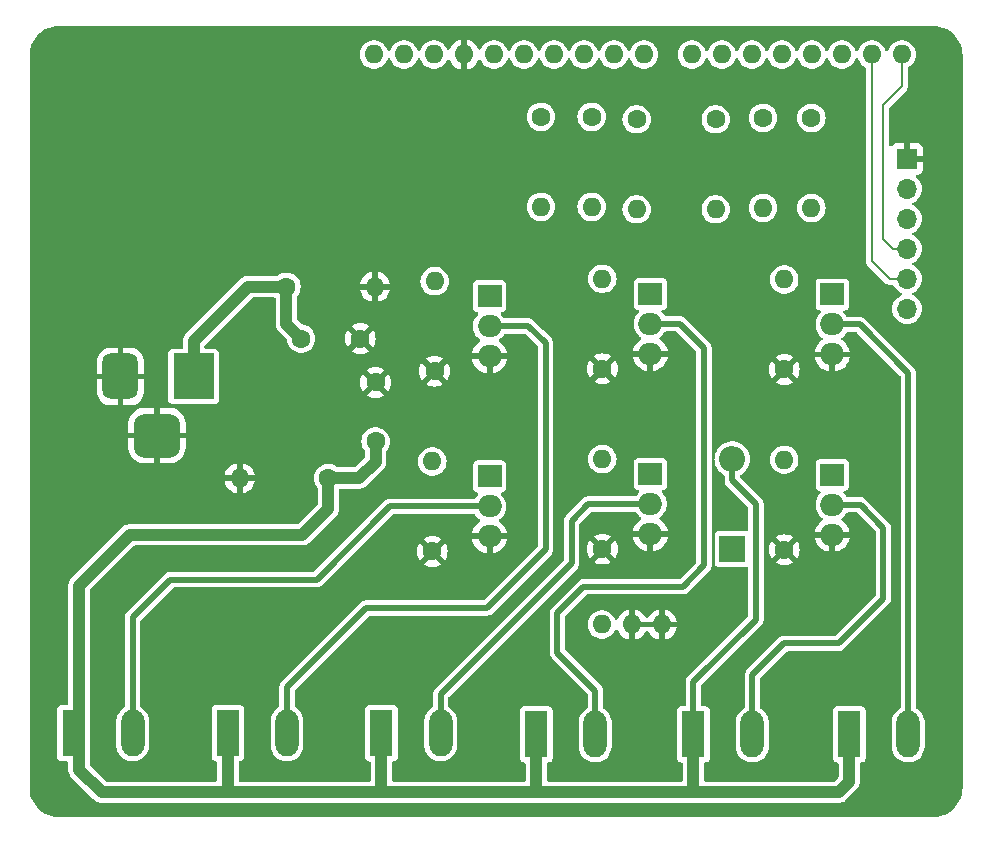
<source format=gbr>
%TF.GenerationSoftware,KiCad,Pcbnew,8.0.3*%
%TF.CreationDate,2024-07-14T15:46:43+08:00*%
%TF.ProjectId,circadian-rave-hardware,63697263-6164-4696-916e-2d726176652d,rev?*%
%TF.SameCoordinates,Original*%
%TF.FileFunction,Copper,L2,Bot*%
%TF.FilePolarity,Positive*%
%FSLAX46Y46*%
G04 Gerber Fmt 4.6, Leading zero omitted, Abs format (unit mm)*
G04 Created by KiCad (PCBNEW 8.0.3) date 2024-07-14 15:46:43*
%MOMM*%
%LPD*%
G01*
G04 APERTURE LIST*
G04 Aperture macros list*
%AMRoundRect*
0 Rectangle with rounded corners*
0 $1 Rounding radius*
0 $2 $3 $4 $5 $6 $7 $8 $9 X,Y pos of 4 corners*
0 Add a 4 corners polygon primitive as box body*
4,1,4,$2,$3,$4,$5,$6,$7,$8,$9,$2,$3,0*
0 Add four circle primitives for the rounded corners*
1,1,$1+$1,$2,$3*
1,1,$1+$1,$4,$5*
1,1,$1+$1,$6,$7*
1,1,$1+$1,$8,$9*
0 Add four rect primitives between the rounded corners*
20,1,$1+$1,$2,$3,$4,$5,0*
20,1,$1+$1,$4,$5,$6,$7,0*
20,1,$1+$1,$6,$7,$8,$9,0*
20,1,$1+$1,$8,$9,$2,$3,0*%
G04 Aperture macros list end*
%TA.AperFunction,ComponentPad*%
%ADD10R,3.500000X3.900000*%
%TD*%
%TA.AperFunction,ComponentPad*%
%ADD11RoundRect,0.750000X-0.750000X-1.200000X0.750000X-1.200000X0.750000X1.200000X-0.750000X1.200000X0*%
%TD*%
%TA.AperFunction,ComponentPad*%
%ADD12RoundRect,0.925000X-1.025000X-0.925000X1.025000X-0.925000X1.025000X0.925000X-1.025000X0.925000X0*%
%TD*%
%TA.AperFunction,ComponentPad*%
%ADD13C,1.600000*%
%TD*%
%TA.AperFunction,ComponentPad*%
%ADD14O,1.600000X1.600000*%
%TD*%
%TA.AperFunction,ComponentPad*%
%ADD15R,2.200000X2.200000*%
%TD*%
%TA.AperFunction,ComponentPad*%
%ADD16O,2.200000X2.200000*%
%TD*%
%TA.AperFunction,ComponentPad*%
%ADD17R,1.980000X3.960000*%
%TD*%
%TA.AperFunction,ComponentPad*%
%ADD18O,1.980000X3.960000*%
%TD*%
%TA.AperFunction,ComponentPad*%
%ADD19O,2.000000X1.905000*%
%TD*%
%TA.AperFunction,ComponentPad*%
%ADD20R,2.000000X1.905000*%
%TD*%
%TA.AperFunction,ComponentPad*%
%ADD21R,1.700000X1.700000*%
%TD*%
%TA.AperFunction,ComponentPad*%
%ADD22O,1.700000X1.700000*%
%TD*%
%TA.AperFunction,Conductor*%
%ADD23C,0.200000*%
%TD*%
%TA.AperFunction,Conductor*%
%ADD24C,0.500000*%
%TD*%
%TA.AperFunction,Conductor*%
%ADD25C,1.000000*%
%TD*%
G04 APERTURE END LIST*
D10*
%TO.P,J1,1*%
%TO.N,Net-(U1-IN)*%
X86400000Y-92200000D03*
D11*
%TO.P,J1,2*%
%TO.N,GND*%
X80200000Y-92200000D03*
D12*
%TO.P,J1,3*%
X83300000Y-97200000D03*
%TD*%
D13*
%TO.P,C2,1*%
%TO.N,+5V*%
X97800000Y-100800000D03*
D14*
%TO.P,C2,2*%
%TO.N,GND*%
X90300000Y-100800000D03*
%TD*%
D13*
%TO.P,C1,1*%
%TO.N,Net-(U1-IN)*%
X94250000Y-84600000D03*
D14*
%TO.P,C1,2*%
%TO.N,GND*%
X101750000Y-84600000D03*
%TD*%
D13*
%TO.P,C4,1*%
%TO.N,+5V*%
X101800000Y-97700000D03*
%TO.P,C4,2*%
%TO.N,GND*%
X101800000Y-92700000D03*
%TD*%
%TO.P,C3,1*%
%TO.N,Net-(U1-IN)*%
X95500000Y-89000000D03*
%TO.P,C3,2*%
%TO.N,GND*%
X100500000Y-89000000D03*
%TD*%
D15*
%TO.P,D1,1,K*%
%TO.N,/ARDUINO_5V*%
X132000000Y-106810000D03*
D16*
%TO.P,D1,2,A*%
%TO.N,+5V*%
X132000000Y-99190000D03*
%TD*%
D17*
%TO.P,J3,1,Pin_1*%
%TO.N,+5V*%
X128700000Y-122500000D03*
D18*
%TO.P,J3,2,Pin_2*%
%TO.N,Net-(J3-Pin_2)*%
X133700000Y-122500000D03*
%TD*%
D14*
%TO.P,A1,5,+5V*%
%TO.N,/ARDUINO_5V*%
X120960000Y-113200000D03*
%TO.P,A1,6,GND*%
%TO.N,GND*%
X123500000Y-113200000D03*
%TO.P,A1,7,GND*%
X126040000Y-113200000D03*
%TO.P,A1,15,D0/RX*%
%TO.N,/RX_FROM_PC*%
X146360000Y-64940000D03*
%TO.P,A1,16,D1/TX*%
%TO.N,/TX_TO_PC*%
X143820000Y-64940000D03*
%TO.P,A1,17,D2*%
%TO.N,unconnected-(A1-D2-Pad17)*%
X141280000Y-64940000D03*
%TO.P,A1,18,D3*%
%TO.N,/LED1*%
X138740000Y-64940000D03*
%TO.P,A1,19,D4*%
%TO.N,unconnected-(A1-D4-Pad19)*%
X136200000Y-64940000D03*
%TO.P,A1,20,D5*%
%TO.N,/LED2*%
X133660000Y-64940000D03*
%TO.P,A1,21,D6*%
%TO.N,/LED3*%
X131120000Y-64940000D03*
%TO.P,A1,22,D7*%
%TO.N,unconnected-(A1-D7-Pad22)*%
X128580000Y-64940000D03*
%TO.P,A1,23,D8*%
%TO.N,unconnected-(A1-D8-Pad23)*%
X124520000Y-64940000D03*
%TO.P,A1,24,D9*%
%TO.N,/LED4*%
X121980000Y-64940000D03*
%TO.P,A1,25,D10*%
%TO.N,/LED5*%
X119440000Y-64940000D03*
%TO.P,A1,26,D11*%
%TO.N,/LED6*%
X116900000Y-64940000D03*
%TO.P,A1,27,D12*%
%TO.N,unconnected-(A1-D12-Pad27)*%
X114360000Y-64940000D03*
%TO.P,A1,28,D13*%
%TO.N,unconnected-(A1-D13-Pad28)*%
X111820000Y-64940000D03*
%TO.P,A1,29,GND*%
%TO.N,GND*%
X109280000Y-64940000D03*
%TO.P,A1,30,AREF*%
%TO.N,unconnected-(A1-AREF-Pad30)*%
X106740000Y-64940000D03*
%TO.P,A1,31,SDA/A4*%
%TO.N,unconnected-(A1-SDA{slash}A4-Pad31)*%
X104200000Y-64940000D03*
%TO.P,A1,32,SCL/A5*%
%TO.N,unconnected-(A1-SCL{slash}A5-Pad32)*%
X101660000Y-64940000D03*
%TD*%
D18*
%TO.P,J8,2,Pin_2*%
%TO.N,Net-(J8-Pin_2)*%
X81235000Y-122400000D03*
D17*
%TO.P,J8,1,Pin_1*%
%TO.N,+5V*%
X76235000Y-122400000D03*
%TD*%
D18*
%TO.P,J7,2,Pin_2*%
%TO.N,Net-(J7-Pin_2)*%
X94300000Y-122400000D03*
D17*
%TO.P,J7,1,Pin_1*%
%TO.N,+5V*%
X89300000Y-122400000D03*
%TD*%
D18*
%TO.P,J6,2,Pin_2*%
%TO.N,Net-(J6-Pin_2)*%
X107300000Y-122400000D03*
D17*
%TO.P,J6,1,Pin_1*%
%TO.N,+5V*%
X102300000Y-122400000D03*
%TD*%
D18*
%TO.P,J5,2,Pin_2*%
%TO.N,Net-(J5-Pin_2)*%
X120400000Y-122500000D03*
D17*
%TO.P,J5,1,Pin_1*%
%TO.N,+5V*%
X115400000Y-122500000D03*
%TD*%
%TO.P,J2,1,Pin_1*%
%TO.N,+5V*%
X141900000Y-122500000D03*
D18*
%TO.P,J2,2,Pin_2*%
%TO.N,Net-(J2-Pin_2)*%
X146900000Y-122500000D03*
%TD*%
D14*
%TO.P,R12,2*%
%TO.N,Net-(Q6-G)*%
X106600000Y-99390000D03*
D13*
%TO.P,R12,1*%
%TO.N,GND*%
X106600000Y-107010000D03*
%TD*%
D14*
%TO.P,R11,2*%
%TO.N,Net-(Q6-G)*%
X115800000Y-77840000D03*
D13*
%TO.P,R11,1*%
%TO.N,/LED6*%
X115800000Y-70220000D03*
%TD*%
D14*
%TO.P,R10,2*%
%TO.N,Net-(Q5-G)*%
X106800000Y-84130000D03*
D13*
%TO.P,R10,1*%
%TO.N,GND*%
X106800000Y-91750000D03*
%TD*%
D14*
%TO.P,R9,2*%
%TO.N,Net-(Q5-G)*%
X120100000Y-77840000D03*
D13*
%TO.P,R9,1*%
%TO.N,/LED5*%
X120100000Y-70220000D03*
%TD*%
%TO.P,R8,1*%
%TO.N,GND*%
X121000000Y-106810000D03*
D14*
%TO.P,R8,2*%
%TO.N,Net-(Q4-G)*%
X121000000Y-99190000D03*
%TD*%
%TO.P,R7,2*%
%TO.N,Net-(Q4-G)*%
X123900000Y-78040000D03*
D13*
%TO.P,R7,1*%
%TO.N,/LED4*%
X123900000Y-70420000D03*
%TD*%
D14*
%TO.P,R6,2*%
%TO.N,Net-(Q3-G)*%
X121000000Y-83930000D03*
D13*
%TO.P,R6,1*%
%TO.N,GND*%
X121000000Y-91550000D03*
%TD*%
D14*
%TO.P,R5,2*%
%TO.N,Net-(Q3-G)*%
X130600000Y-78040000D03*
D13*
%TO.P,R5,1*%
%TO.N,/LED3*%
X130600000Y-70420000D03*
%TD*%
%TO.P,R4,1*%
%TO.N,GND*%
X136400000Y-106870000D03*
D14*
%TO.P,R4,2*%
%TO.N,Net-(Q2-G)*%
X136400000Y-99250000D03*
%TD*%
%TO.P,R3,2*%
%TO.N,Net-(Q2-G)*%
X134600000Y-77930000D03*
D13*
%TO.P,R3,1*%
%TO.N,/LED2*%
X134600000Y-70310000D03*
%TD*%
%TO.P,R2,1*%
%TO.N,GND*%
X136400000Y-91610000D03*
D14*
%TO.P,R2,2*%
%TO.N,Net-(Q1-G)*%
X136400000Y-83990000D03*
%TD*%
%TO.P,R1,2*%
%TO.N,Net-(Q1-G)*%
X138700000Y-77930000D03*
D13*
%TO.P,R1,1*%
%TO.N,/LED1*%
X138700000Y-70310000D03*
%TD*%
D19*
%TO.P,Q6,3,S*%
%TO.N,GND*%
X111455000Y-105740000D03*
%TO.P,Q6,2,D*%
%TO.N,Net-(J8-Pin_2)*%
X111455000Y-103200000D03*
D20*
%TO.P,Q6,1,G*%
%TO.N,Net-(Q6-G)*%
X111455000Y-100660000D03*
%TD*%
D19*
%TO.P,Q5,3,S*%
%TO.N,GND*%
X111455000Y-90480000D03*
%TO.P,Q5,2,D*%
%TO.N,Net-(J7-Pin_2)*%
X111455000Y-87940000D03*
D20*
%TO.P,Q5,1,G*%
%TO.N,Net-(Q5-G)*%
X111455000Y-85400000D03*
%TD*%
%TO.P,Q4,1,G*%
%TO.N,Net-(Q4-G)*%
X125055000Y-100460000D03*
D19*
%TO.P,Q4,2,D*%
%TO.N,Net-(J6-Pin_2)*%
X125055000Y-103000000D03*
%TO.P,Q4,3,S*%
%TO.N,GND*%
X125055000Y-105540000D03*
%TD*%
%TO.P,Q3,3,S*%
%TO.N,GND*%
X125055000Y-90280000D03*
%TO.P,Q3,2,D*%
%TO.N,Net-(J5-Pin_2)*%
X125055000Y-87740000D03*
D20*
%TO.P,Q3,1,G*%
%TO.N,Net-(Q3-G)*%
X125055000Y-85200000D03*
%TD*%
D19*
%TO.P,Q2,3,S*%
%TO.N,GND*%
X140455000Y-105600000D03*
%TO.P,Q2,2,D*%
%TO.N,Net-(J3-Pin_2)*%
X140455000Y-103060000D03*
D20*
%TO.P,Q2,1,G*%
%TO.N,Net-(Q2-G)*%
X140455000Y-100520000D03*
%TD*%
D19*
%TO.P,Q1,3,S*%
%TO.N,GND*%
X140455000Y-90340000D03*
%TO.P,Q1,2,D*%
%TO.N,Net-(J2-Pin_2)*%
X140455000Y-87800000D03*
D20*
%TO.P,Q1,1,G*%
%TO.N,Net-(Q1-G)*%
X140455000Y-85260000D03*
%TD*%
D21*
%TO.P,J4,1,Pin_1*%
%TO.N,GND*%
X146800000Y-73780000D03*
D22*
%TO.P,J4,2,Pin_2*%
%TO.N,unconnected-(J4-Pin_2-Pad2)*%
X146800000Y-76320000D03*
%TO.P,J4,3,Pin_3*%
%TO.N,unconnected-(J4-Pin_3-Pad3)*%
X146800000Y-78860000D03*
%TO.P,J4,4,Pin_4*%
%TO.N,/RX_FROM_PC*%
X146800000Y-81400000D03*
%TO.P,J4,5,Pin_5*%
%TO.N,/TX_TO_PC*%
X146800000Y-83940000D03*
%TO.P,J4,6,Pin_6*%
%TO.N,unconnected-(J4-Pin_6-Pad6)*%
X146800000Y-86480000D03*
%TD*%
D23*
%TO.N,/RX_FROM_PC*%
X146800000Y-81400000D02*
X145600000Y-81400000D01*
X145600000Y-81400000D02*
X144800000Y-80600000D01*
X146360000Y-67640000D02*
X146360000Y-64940000D01*
X144800000Y-80600000D02*
X144800000Y-69200000D01*
X144800000Y-69200000D02*
X146360000Y-67640000D01*
%TO.N,/TX_TO_PC*%
X146800000Y-83940000D02*
X145340000Y-83940000D01*
X145340000Y-83940000D02*
X143820000Y-82420000D01*
X143820000Y-82420000D02*
X143820000Y-64940000D01*
D24*
%TO.N,+5V*%
X132000000Y-99190000D02*
X132000000Y-101000000D01*
X132000000Y-101000000D02*
X134000000Y-103000000D01*
X134000000Y-103000000D02*
X134000000Y-112800000D01*
X134000000Y-112800000D02*
X128700000Y-118100000D01*
X128700000Y-118100000D02*
X128700000Y-122500000D01*
%TO.N,Net-(J6-Pin_2)*%
X107300000Y-122400000D02*
X107300000Y-119100000D01*
X107300000Y-119100000D02*
X118400000Y-108000000D01*
X118400000Y-104400000D02*
X119800000Y-103000000D01*
X118400000Y-108000000D02*
X118400000Y-104400000D01*
X119800000Y-103000000D02*
X125055000Y-103000000D01*
%TO.N,Net-(J7-Pin_2)*%
X94300000Y-122400000D02*
X94300000Y-118500000D01*
X94300000Y-118500000D02*
X101000000Y-111800000D01*
X101000000Y-111800000D02*
X111200000Y-111800000D01*
X114740000Y-87940000D02*
X111455000Y-87940000D01*
X111200000Y-111800000D02*
X116200000Y-106800000D01*
X116200000Y-106800000D02*
X116200000Y-89400000D01*
X116200000Y-89400000D02*
X114740000Y-87940000D01*
D25*
%TO.N,+5V*%
X100400000Y-100800000D02*
X101800000Y-99400000D01*
X97800000Y-100800000D02*
X100400000Y-100800000D01*
X101800000Y-99400000D02*
X101800000Y-97700000D01*
D24*
%TO.N,Net-(J5-Pin_2)*%
X129600000Y-108200000D02*
X129600000Y-89800000D01*
X120400000Y-118800000D02*
X120400000Y-122500000D01*
X129600000Y-108200000D02*
X127800000Y-110000000D01*
X117200000Y-112200000D02*
X117200000Y-115600000D01*
X127800000Y-110000000D02*
X119400000Y-110000000D01*
X119400000Y-110000000D02*
X117200000Y-112200000D01*
X117200000Y-115600000D02*
X120400000Y-118800000D01*
X125055000Y-87740000D02*
X127540000Y-87740000D01*
X127540000Y-87740000D02*
X129600000Y-89800000D01*
%TO.N,Net-(J3-Pin_2)*%
X140455000Y-103060000D02*
X142860000Y-103060000D01*
X144800000Y-111000000D02*
X141000000Y-114800000D01*
X142860000Y-103060000D02*
X144800000Y-105000000D01*
X144800000Y-105000000D02*
X144800000Y-111000000D01*
X136400000Y-114800000D02*
X133700000Y-117500000D01*
X141000000Y-114800000D02*
X136400000Y-114800000D01*
X133700000Y-117500000D02*
X133700000Y-122500000D01*
%TO.N,Net-(J2-Pin_2)*%
X146900000Y-91900000D02*
X142800000Y-87800000D01*
X146900000Y-122500000D02*
X146900000Y-91900000D01*
X142800000Y-87800000D02*
X140455000Y-87800000D01*
%TO.N,Net-(J8-Pin_2)*%
X81235000Y-122400000D02*
X81235000Y-112565000D01*
X81235000Y-112565000D02*
X84400000Y-109400000D01*
X103000000Y-103200000D02*
X111455000Y-103200000D01*
X84400000Y-109400000D02*
X96800000Y-109400000D01*
X96800000Y-109400000D02*
X103000000Y-103200000D01*
D25*
%TO.N,+5V*%
X97800000Y-100800000D02*
X97800000Y-103400000D01*
X97800000Y-103400000D02*
X95600000Y-105600000D01*
X81000000Y-105600000D02*
X76700000Y-109900000D01*
X95600000Y-105600000D02*
X81000000Y-105600000D01*
X76700000Y-109900000D02*
X76700000Y-125500000D01*
X76700000Y-125500000D02*
X78600000Y-127400000D01*
X78600000Y-127400000D02*
X115400000Y-127400000D01*
%TO.N,Net-(U1-IN)*%
X94250000Y-84600000D02*
X94250000Y-87750000D01*
X94250000Y-87750000D02*
X95500000Y-89000000D01*
X86400000Y-89200000D02*
X91000000Y-84600000D01*
X86400000Y-92200000D02*
X86400000Y-89200000D01*
X91000000Y-84600000D02*
X94250000Y-84600000D01*
%TO.N,+5V*%
X89300000Y-122400000D02*
X89300000Y-127300000D01*
X102300000Y-122400000D02*
X102300000Y-127300000D01*
X115400000Y-127400000D02*
X128600000Y-127400000D01*
X115400000Y-122500000D02*
X115400000Y-127400000D01*
X128600000Y-127400000D02*
X141000000Y-127400000D01*
X128700000Y-122500000D02*
X128700000Y-127300000D01*
X141000000Y-127400000D02*
X141900000Y-126500000D01*
X141900000Y-126500000D02*
X141900000Y-122500000D01*
%TD*%
%TA.AperFunction,Conductor*%
%TO.N,GND*%
G36*
X125574075Y-113007007D02*
G01*
X125540000Y-113134174D01*
X125540000Y-113265826D01*
X125574075Y-113392993D01*
X125606988Y-113450000D01*
X123933012Y-113450000D01*
X123965925Y-113392993D01*
X124000000Y-113265826D01*
X124000000Y-113134174D01*
X123965925Y-113007007D01*
X123933012Y-112950000D01*
X125606988Y-112950000D01*
X125574075Y-113007007D01*
G37*
%TD.AperFunction*%
%TA.AperFunction,Conductor*%
G36*
X149003736Y-62500726D02*
G01*
X149293796Y-62518271D01*
X149308659Y-62520076D01*
X149590798Y-62571780D01*
X149605335Y-62575363D01*
X149879172Y-62660695D01*
X149893163Y-62666000D01*
X150154743Y-62783727D01*
X150167989Y-62790680D01*
X150413465Y-62939075D01*
X150425776Y-62947573D01*
X150651573Y-63124473D01*
X150662781Y-63134403D01*
X150865596Y-63337218D01*
X150875526Y-63348426D01*
X150995481Y-63501538D01*
X151052422Y-63574217D01*
X151060926Y-63586537D01*
X151201633Y-63819295D01*
X151209316Y-63832004D01*
X151216275Y-63845263D01*
X151333997Y-64106831D01*
X151339306Y-64120832D01*
X151424635Y-64394663D01*
X151428219Y-64409201D01*
X151479923Y-64691340D01*
X151481728Y-64706205D01*
X151499274Y-64996263D01*
X151499500Y-65003750D01*
X151499500Y-126996249D01*
X151499274Y-127003736D01*
X151481728Y-127293794D01*
X151479923Y-127308659D01*
X151428219Y-127590798D01*
X151424635Y-127605336D01*
X151339306Y-127879167D01*
X151333997Y-127893168D01*
X151216275Y-128154736D01*
X151209316Y-128167995D01*
X151060928Y-128413459D01*
X151052422Y-128425782D01*
X150875526Y-128651573D01*
X150865596Y-128662781D01*
X150662781Y-128865596D01*
X150651573Y-128875526D01*
X150425782Y-129052422D01*
X150413459Y-129060928D01*
X150167995Y-129209316D01*
X150154736Y-129216275D01*
X149893168Y-129333997D01*
X149879167Y-129339306D01*
X149605336Y-129424635D01*
X149590798Y-129428219D01*
X149308659Y-129479923D01*
X149293794Y-129481728D01*
X149003736Y-129499274D01*
X148996249Y-129499500D01*
X75003751Y-129499500D01*
X74996264Y-129499274D01*
X74706205Y-129481728D01*
X74691340Y-129479923D01*
X74409201Y-129428219D01*
X74394663Y-129424635D01*
X74120832Y-129339306D01*
X74106831Y-129333997D01*
X73845263Y-129216275D01*
X73832004Y-129209316D01*
X73586540Y-129060928D01*
X73574217Y-129052422D01*
X73348426Y-128875526D01*
X73337218Y-128865596D01*
X73134403Y-128662781D01*
X73124473Y-128651573D01*
X72947573Y-128425776D01*
X72939075Y-128413465D01*
X72790680Y-128167989D01*
X72783727Y-128154743D01*
X72666000Y-127893163D01*
X72660693Y-127879167D01*
X72575364Y-127605336D01*
X72571780Y-127590798D01*
X72520076Y-127308659D01*
X72518271Y-127293794D01*
X72500726Y-127003736D01*
X72500500Y-126996249D01*
X72500500Y-120388475D01*
X74844500Y-120388475D01*
X74844500Y-124411517D01*
X74855292Y-124479657D01*
X74859354Y-124505304D01*
X74916950Y-124618342D01*
X74916952Y-124618344D01*
X74916954Y-124618347D01*
X75006652Y-124708045D01*
X75006654Y-124708046D01*
X75006658Y-124708050D01*
X75119694Y-124765645D01*
X75119698Y-124765647D01*
X75213475Y-124780499D01*
X75213481Y-124780500D01*
X75675500Y-124780499D01*
X75742539Y-124800183D01*
X75788294Y-124852987D01*
X75799500Y-124904499D01*
X75799500Y-125588696D01*
X75834103Y-125762659D01*
X75834106Y-125762669D01*
X75849792Y-125800536D01*
X75849793Y-125800539D01*
X75901984Y-125926542D01*
X75901985Y-125926544D01*
X75961063Y-126014960D01*
X75961064Y-126014961D01*
X76000537Y-126074038D01*
X77900536Y-127974035D01*
X78025965Y-128099464D01*
X78173453Y-128198013D01*
X78221452Y-128217895D01*
X78337334Y-128265895D01*
X78511303Y-128300499D01*
X78511307Y-128300500D01*
X78511308Y-128300500D01*
X141088693Y-128300500D01*
X141088694Y-128300499D01*
X141262666Y-128265895D01*
X141344606Y-128231953D01*
X141426547Y-128198013D01*
X141426549Y-128198011D01*
X141426552Y-128198010D01*
X141514955Y-128138939D01*
X141514955Y-128138938D01*
X141514959Y-128138936D01*
X141574036Y-128099464D01*
X142599464Y-127074036D01*
X142648933Y-127000000D01*
X142698013Y-126926547D01*
X142739675Y-126825965D01*
X142765895Y-126762666D01*
X142800500Y-126588692D01*
X142800500Y-126411308D01*
X142800500Y-125004499D01*
X142820185Y-124937460D01*
X142872989Y-124891705D01*
X142916769Y-124882180D01*
X142916667Y-124880881D01*
X142921511Y-124880499D01*
X142921518Y-124880499D01*
X143015304Y-124865646D01*
X143128342Y-124808050D01*
X143218050Y-124718342D01*
X143275646Y-124605304D01*
X143275646Y-124605302D01*
X143275647Y-124605301D01*
X143288331Y-124525216D01*
X143290500Y-124511519D01*
X143290499Y-120488482D01*
X143275646Y-120394696D01*
X143218050Y-120281658D01*
X143218046Y-120281654D01*
X143218045Y-120281652D01*
X143128347Y-120191954D01*
X143128344Y-120191952D01*
X143128342Y-120191950D01*
X143051517Y-120152805D01*
X143015301Y-120134352D01*
X142921524Y-120119500D01*
X140878482Y-120119500D01*
X140797519Y-120132323D01*
X140784696Y-120134354D01*
X140671658Y-120191950D01*
X140671657Y-120191951D01*
X140671652Y-120191954D01*
X140581954Y-120281652D01*
X140581951Y-120281657D01*
X140581950Y-120281658D01*
X140575306Y-120294698D01*
X140524352Y-120394698D01*
X140509500Y-120488475D01*
X140509500Y-124511517D01*
X140516385Y-124554987D01*
X140524354Y-124605304D01*
X140581950Y-124718342D01*
X140581952Y-124718344D01*
X140581954Y-124718347D01*
X140671652Y-124808045D01*
X140671654Y-124808046D01*
X140671658Y-124808050D01*
X140784694Y-124865645D01*
X140784698Y-124865647D01*
X140878476Y-124880500D01*
X140883332Y-124880882D01*
X140883183Y-124882769D01*
X140942484Y-124900148D01*
X140988267Y-124952928D01*
X140999500Y-125004499D01*
X140999500Y-126075638D01*
X140979815Y-126142677D01*
X140963181Y-126163319D01*
X140663319Y-126463181D01*
X140601996Y-126496666D01*
X140575638Y-126499500D01*
X129724500Y-126499500D01*
X129657461Y-126479815D01*
X129611706Y-126427011D01*
X129600500Y-126375500D01*
X129600500Y-125004499D01*
X129620185Y-124937460D01*
X129672989Y-124891705D01*
X129716769Y-124882180D01*
X129716667Y-124880881D01*
X129721511Y-124880499D01*
X129721518Y-124880499D01*
X129815304Y-124865646D01*
X129928342Y-124808050D01*
X130018050Y-124718342D01*
X130075646Y-124605304D01*
X130075646Y-124605302D01*
X130075647Y-124605301D01*
X130088331Y-124525216D01*
X130090500Y-124511519D01*
X130090499Y-121400559D01*
X132309500Y-121400559D01*
X132309500Y-123599440D01*
X132343737Y-123815606D01*
X132343738Y-123815610D01*
X132411373Y-124023767D01*
X132510737Y-124218781D01*
X132639386Y-124395850D01*
X132794150Y-124550614D01*
X132971219Y-124679263D01*
X133166233Y-124778627D01*
X133374390Y-124846262D01*
X133436154Y-124856044D01*
X133590560Y-124880500D01*
X133590565Y-124880500D01*
X133809440Y-124880500D01*
X133929532Y-124861478D01*
X134025610Y-124846262D01*
X134233767Y-124778627D01*
X134428781Y-124679263D01*
X134605850Y-124550614D01*
X134760614Y-124395850D01*
X134889263Y-124218781D01*
X134988627Y-124023767D01*
X135056262Y-123815610D01*
X135072101Y-123715606D01*
X135090500Y-123599440D01*
X135090500Y-121400559D01*
X135056262Y-121184393D01*
X135056262Y-121184390D01*
X134988627Y-120976233D01*
X134889263Y-120781219D01*
X134760614Y-120604150D01*
X134605850Y-120449386D01*
X134428781Y-120320737D01*
X134421791Y-120317175D01*
X134418203Y-120315347D01*
X134367408Y-120267371D01*
X134350500Y-120204863D01*
X134350500Y-117820808D01*
X134370185Y-117753769D01*
X134386819Y-117733127D01*
X136633127Y-115486819D01*
X136694450Y-115453334D01*
X136720808Y-115450500D01*
X141064071Y-115450500D01*
X141148615Y-115433682D01*
X141189744Y-115425501D01*
X141308127Y-115376465D01*
X141414669Y-115305277D01*
X145305277Y-111414669D01*
X145376466Y-111308126D01*
X145425501Y-111189743D01*
X145428534Y-111174499D01*
X145428535Y-111174496D01*
X145450499Y-111064073D01*
X145450500Y-111064071D01*
X145450500Y-104935928D01*
X145425502Y-104810261D01*
X145425501Y-104810260D01*
X145425501Y-104810256D01*
X145376465Y-104691873D01*
X145308226Y-104589746D01*
X145308225Y-104589741D01*
X145308224Y-104589742D01*
X145305275Y-104585328D01*
X143274673Y-102554726D01*
X143253574Y-102540628D01*
X143168127Y-102483535D01*
X143161106Y-102480627D01*
X143049744Y-102434499D01*
X143049738Y-102434497D01*
X142924071Y-102409500D01*
X142924069Y-102409500D01*
X141765060Y-102409500D01*
X141698021Y-102389815D01*
X141663261Y-102354300D01*
X141662554Y-102354815D01*
X141649728Y-102337162D01*
X141534511Y-102178579D01*
X141436234Y-102080302D01*
X141402749Y-102018979D01*
X141407733Y-101949287D01*
X141449605Y-101893354D01*
X141504516Y-101870148D01*
X141580304Y-101858146D01*
X141693342Y-101800550D01*
X141783050Y-101710842D01*
X141840646Y-101597804D01*
X141840646Y-101597802D01*
X141840647Y-101597801D01*
X141855499Y-101504024D01*
X141855500Y-101504019D01*
X141855499Y-99535982D01*
X141840646Y-99442196D01*
X141783050Y-99329158D01*
X141783046Y-99329154D01*
X141783045Y-99329152D01*
X141693347Y-99239454D01*
X141693344Y-99239452D01*
X141693342Y-99239450D01*
X141616517Y-99200305D01*
X141580301Y-99181852D01*
X141486524Y-99167000D01*
X139423482Y-99167000D01*
X139344869Y-99179451D01*
X139329696Y-99181854D01*
X139216658Y-99239450D01*
X139216657Y-99239451D01*
X139216652Y-99239454D01*
X139126954Y-99329152D01*
X139126951Y-99329157D01*
X139069352Y-99442198D01*
X139054500Y-99535975D01*
X139054500Y-101504017D01*
X139064390Y-101566463D01*
X139069354Y-101597804D01*
X139126950Y-101710842D01*
X139126952Y-101710844D01*
X139126954Y-101710847D01*
X139216652Y-101800545D01*
X139216654Y-101800546D01*
X139216658Y-101800550D01*
X139329696Y-101858146D01*
X139405482Y-101870149D01*
X139468615Y-101900077D01*
X139505547Y-101959389D01*
X139504549Y-102029251D01*
X139473765Y-102080303D01*
X139375488Y-102178580D01*
X139250310Y-102350872D01*
X139153624Y-102540627D01*
X139153623Y-102540630D01*
X139087815Y-102743170D01*
X139054500Y-102953511D01*
X139054500Y-103166488D01*
X139087815Y-103376829D01*
X139153623Y-103579369D01*
X139153624Y-103579372D01*
X139248301Y-103765185D01*
X139250310Y-103769127D01*
X139375489Y-103941421D01*
X139526079Y-104092011D01*
X139624500Y-104163518D01*
X139630928Y-104168188D01*
X139673593Y-104223518D01*
X139679572Y-104293132D01*
X139646966Y-104354926D01*
X139630928Y-104368824D01*
X139461258Y-104492097D01*
X139461257Y-104492097D01*
X139299597Y-104653757D01*
X139165211Y-104838723D01*
X139061417Y-105042429D01*
X138990765Y-105259871D01*
X138976491Y-105350000D01*
X139964252Y-105350000D01*
X139942482Y-105387708D01*
X139905000Y-105527591D01*
X139905000Y-105672409D01*
X139942482Y-105812292D01*
X139964252Y-105850000D01*
X138976491Y-105850000D01*
X138990765Y-105940128D01*
X139061417Y-106157570D01*
X139165211Y-106361276D01*
X139299597Y-106546242D01*
X139461257Y-106707902D01*
X139646223Y-106842288D01*
X139849929Y-106946082D01*
X140067371Y-107016734D01*
X140205000Y-107038532D01*
X140205000Y-106090747D01*
X140242708Y-106112518D01*
X140382591Y-106150000D01*
X140527409Y-106150000D01*
X140667292Y-106112518D01*
X140705000Y-106090747D01*
X140705000Y-107038531D01*
X140842628Y-107016734D01*
X141060070Y-106946082D01*
X141263776Y-106842288D01*
X141448742Y-106707902D01*
X141610402Y-106546242D01*
X141744788Y-106361276D01*
X141848582Y-106157570D01*
X141919234Y-105940128D01*
X141933509Y-105850000D01*
X140945748Y-105850000D01*
X140967518Y-105812292D01*
X141005000Y-105672409D01*
X141005000Y-105527591D01*
X140967518Y-105387708D01*
X140945748Y-105350000D01*
X141933509Y-105350000D01*
X141919234Y-105259871D01*
X141848582Y-105042429D01*
X141744788Y-104838723D01*
X141610402Y-104653757D01*
X141448742Y-104492097D01*
X141448736Y-104492092D01*
X141279072Y-104368824D01*
X141236406Y-104313494D01*
X141230427Y-104243881D01*
X141263033Y-104182086D01*
X141279072Y-104168188D01*
X141285500Y-104163518D01*
X141383921Y-104092011D01*
X141534511Y-103941421D01*
X141659690Y-103769127D01*
X141659690Y-103769126D01*
X141662554Y-103765185D01*
X141663543Y-103765903D01*
X141711137Y-103722838D01*
X141765060Y-103710500D01*
X142539192Y-103710500D01*
X142606231Y-103730185D01*
X142626873Y-103746819D01*
X144113181Y-105233127D01*
X144146666Y-105294450D01*
X144149500Y-105320808D01*
X144149500Y-110679192D01*
X144129815Y-110746231D01*
X144113181Y-110766873D01*
X140766873Y-114113181D01*
X140705550Y-114146666D01*
X140679192Y-114149500D01*
X136335929Y-114149500D01*
X136210261Y-114174497D01*
X136210251Y-114174500D01*
X136161220Y-114194810D01*
X136091881Y-114223530D01*
X136091863Y-114223540D01*
X135985332Y-114294721D01*
X135985325Y-114294727D01*
X133194726Y-117085326D01*
X133123534Y-117191874D01*
X133074499Y-117310255D01*
X133074497Y-117310261D01*
X133049500Y-117435928D01*
X133049500Y-120204863D01*
X133029815Y-120271902D01*
X132981797Y-120315347D01*
X132971219Y-120320737D01*
X132794150Y-120449386D01*
X132794148Y-120449388D01*
X132794147Y-120449388D01*
X132639388Y-120604147D01*
X132639388Y-120604148D01*
X132639386Y-120604150D01*
X132584136Y-120680193D01*
X132510737Y-120781218D01*
X132411374Y-120976230D01*
X132343737Y-121184393D01*
X132309500Y-121400559D01*
X130090499Y-121400559D01*
X130090499Y-120488482D01*
X130075646Y-120394696D01*
X130018050Y-120281658D01*
X130018046Y-120281654D01*
X130018045Y-120281652D01*
X129928347Y-120191954D01*
X129928344Y-120191952D01*
X129928342Y-120191950D01*
X129851517Y-120152805D01*
X129815301Y-120134352D01*
X129721524Y-120119500D01*
X129721519Y-120119500D01*
X129474500Y-120119500D01*
X129407461Y-120099815D01*
X129361706Y-120047011D01*
X129350500Y-119995500D01*
X129350500Y-118420808D01*
X129370185Y-118353769D01*
X129386819Y-118333127D01*
X134505273Y-113214673D01*
X134505277Y-113214669D01*
X134576465Y-113108127D01*
X134625501Y-112989744D01*
X134635926Y-112937334D01*
X134650500Y-112864069D01*
X134650500Y-106869997D01*
X135095034Y-106869997D01*
X135095034Y-106870002D01*
X135114858Y-107096599D01*
X135114860Y-107096610D01*
X135173730Y-107316317D01*
X135173735Y-107316331D01*
X135269863Y-107522478D01*
X135320974Y-107595472D01*
X136000000Y-106916446D01*
X136000000Y-106922661D01*
X136027259Y-107024394D01*
X136079920Y-107115606D01*
X136154394Y-107190080D01*
X136245606Y-107242741D01*
X136347339Y-107270000D01*
X136353553Y-107270000D01*
X135674526Y-107949025D01*
X135747513Y-108000132D01*
X135747521Y-108000136D01*
X135953668Y-108096264D01*
X135953682Y-108096269D01*
X136173389Y-108155139D01*
X136173400Y-108155141D01*
X136399998Y-108174966D01*
X136400002Y-108174966D01*
X136626599Y-108155141D01*
X136626610Y-108155139D01*
X136846317Y-108096269D01*
X136846331Y-108096264D01*
X137052478Y-108000136D01*
X137125471Y-107949024D01*
X136446447Y-107270000D01*
X136452661Y-107270000D01*
X136554394Y-107242741D01*
X136645606Y-107190080D01*
X136720080Y-107115606D01*
X136772741Y-107024394D01*
X136800000Y-106922661D01*
X136800000Y-106916447D01*
X137479024Y-107595471D01*
X137530136Y-107522478D01*
X137626264Y-107316331D01*
X137626269Y-107316317D01*
X137685139Y-107096610D01*
X137685141Y-107096599D01*
X137704966Y-106870002D01*
X137704966Y-106869997D01*
X137685141Y-106643400D01*
X137685139Y-106643389D01*
X137626269Y-106423682D01*
X137626264Y-106423668D01*
X137530136Y-106217521D01*
X137530132Y-106217513D01*
X137479025Y-106144526D01*
X136800000Y-106823551D01*
X136800000Y-106817339D01*
X136772741Y-106715606D01*
X136720080Y-106624394D01*
X136645606Y-106549920D01*
X136554394Y-106497259D01*
X136452661Y-106470000D01*
X136446448Y-106470000D01*
X137125472Y-105790974D01*
X137052478Y-105739863D01*
X136846331Y-105643735D01*
X136846317Y-105643730D01*
X136626610Y-105584860D01*
X136626599Y-105584858D01*
X136400002Y-105565034D01*
X136399998Y-105565034D01*
X136173400Y-105584858D01*
X136173389Y-105584860D01*
X135953682Y-105643730D01*
X135953673Y-105643734D01*
X135747516Y-105739866D01*
X135747512Y-105739868D01*
X135674526Y-105790973D01*
X135674526Y-105790974D01*
X136353553Y-106470000D01*
X136347339Y-106470000D01*
X136245606Y-106497259D01*
X136154394Y-106549920D01*
X136079920Y-106624394D01*
X136027259Y-106715606D01*
X136000000Y-106817339D01*
X136000000Y-106823552D01*
X135320974Y-106144526D01*
X135320973Y-106144526D01*
X135269868Y-106217512D01*
X135269866Y-106217516D01*
X135173734Y-106423673D01*
X135173730Y-106423682D01*
X135114860Y-106643389D01*
X135114858Y-106643400D01*
X135095034Y-106869997D01*
X134650500Y-106869997D01*
X134650500Y-102935931D01*
X134650500Y-102935928D01*
X134625502Y-102810261D01*
X134625501Y-102810260D01*
X134625501Y-102810256D01*
X134576465Y-102691873D01*
X134576464Y-102691872D01*
X134576461Y-102691866D01*
X134505277Y-102585332D01*
X134460572Y-102540627D01*
X134414669Y-102494724D01*
X134414668Y-102494723D01*
X133551769Y-101631824D01*
X132686819Y-100766873D01*
X132653334Y-100705550D01*
X132650500Y-100679192D01*
X132650500Y-100617989D01*
X132670185Y-100550950D01*
X132715483Y-100508934D01*
X132823507Y-100450475D01*
X132823506Y-100450475D01*
X132823509Y-100450474D01*
X133019744Y-100297738D01*
X133188164Y-100114785D01*
X133324173Y-99906607D01*
X133424063Y-99678881D01*
X133485108Y-99437821D01*
X133489717Y-99382197D01*
X133500672Y-99249999D01*
X135194357Y-99249999D01*
X135194357Y-99250000D01*
X135214884Y-99471535D01*
X135214885Y-99471537D01*
X135275769Y-99685523D01*
X135275775Y-99685538D01*
X135374938Y-99884683D01*
X135374943Y-99884691D01*
X135509020Y-100062238D01*
X135673437Y-100212123D01*
X135673439Y-100212125D01*
X135862595Y-100329245D01*
X135862596Y-100329245D01*
X135862599Y-100329247D01*
X136070060Y-100409618D01*
X136288757Y-100450500D01*
X136288759Y-100450500D01*
X136511241Y-100450500D01*
X136511243Y-100450500D01*
X136729940Y-100409618D01*
X136937401Y-100329247D01*
X137126562Y-100212124D01*
X137290981Y-100062236D01*
X137425058Y-99884689D01*
X137524229Y-99685528D01*
X137585115Y-99471536D01*
X137605643Y-99250000D01*
X137605191Y-99245127D01*
X137585115Y-99028464D01*
X137585114Y-99028462D01*
X137570084Y-98975638D01*
X137524229Y-98814472D01*
X137494773Y-98755316D01*
X137425061Y-98615316D01*
X137425056Y-98615308D01*
X137290979Y-98437761D01*
X137126562Y-98287876D01*
X137126560Y-98287874D01*
X136937404Y-98170754D01*
X136937398Y-98170752D01*
X136729940Y-98090382D01*
X136511243Y-98049500D01*
X136288757Y-98049500D01*
X136070060Y-98090382D01*
X135953538Y-98135523D01*
X135862601Y-98170752D01*
X135862595Y-98170754D01*
X135673439Y-98287874D01*
X135673437Y-98287876D01*
X135509020Y-98437761D01*
X135374943Y-98615308D01*
X135374938Y-98615316D01*
X135275775Y-98814461D01*
X135275769Y-98814476D01*
X135214885Y-99028462D01*
X135214884Y-99028464D01*
X135194357Y-99249999D01*
X133500672Y-99249999D01*
X133505643Y-99190005D01*
X133505643Y-99189994D01*
X133485109Y-98942187D01*
X133485107Y-98942175D01*
X133424063Y-98701118D01*
X133324173Y-98473393D01*
X133188166Y-98265217D01*
X133148384Y-98222002D01*
X133019744Y-98082262D01*
X132823509Y-97929526D01*
X132823507Y-97929525D01*
X132823506Y-97929524D01*
X132604811Y-97811172D01*
X132604802Y-97811169D01*
X132369616Y-97730429D01*
X132124335Y-97689500D01*
X131875665Y-97689500D01*
X131630383Y-97730429D01*
X131395197Y-97811169D01*
X131395188Y-97811172D01*
X131176493Y-97929524D01*
X130980257Y-98082261D01*
X130811833Y-98265217D01*
X130675826Y-98473393D01*
X130575936Y-98701118D01*
X130514892Y-98942175D01*
X130514890Y-98942187D01*
X130498076Y-99145112D01*
X130480659Y-99190247D01*
X130493477Y-99210192D01*
X130498076Y-99234887D01*
X130514890Y-99437812D01*
X130514892Y-99437824D01*
X130575936Y-99678881D01*
X130675826Y-99906606D01*
X130811833Y-100114782D01*
X130811836Y-100114785D01*
X130980256Y-100297738D01*
X131102764Y-100393090D01*
X131176488Y-100450472D01*
X131176492Y-100450475D01*
X131284517Y-100508934D01*
X131334108Y-100558153D01*
X131349500Y-100617989D01*
X131349500Y-101064069D01*
X131349500Y-101064071D01*
X131349499Y-101064071D01*
X131374497Y-101189738D01*
X131374499Y-101189744D01*
X131423534Y-101308125D01*
X131494726Y-101414673D01*
X131494727Y-101414674D01*
X133313181Y-103233126D01*
X133346666Y-103294449D01*
X133349500Y-103320807D01*
X133349500Y-105198839D01*
X133329815Y-105265878D01*
X133277011Y-105311633D01*
X133207853Y-105321577D01*
X133206102Y-105321312D01*
X133131524Y-105309500D01*
X130868482Y-105309500D01*
X130787519Y-105322323D01*
X130774696Y-105324354D01*
X130661658Y-105381950D01*
X130661657Y-105381951D01*
X130661652Y-105381954D01*
X130571954Y-105471652D01*
X130571951Y-105471657D01*
X130514352Y-105584698D01*
X130499500Y-105678475D01*
X130499500Y-107941517D01*
X130508784Y-108000132D01*
X130514354Y-108035304D01*
X130571950Y-108148342D01*
X130571952Y-108148344D01*
X130571954Y-108148347D01*
X130661652Y-108238045D01*
X130661654Y-108238046D01*
X130661658Y-108238050D01*
X130773701Y-108295139D01*
X130774698Y-108295647D01*
X130868475Y-108310499D01*
X130868481Y-108310500D01*
X133131518Y-108310499D01*
X133131523Y-108310499D01*
X133206103Y-108298687D01*
X133275396Y-108307642D01*
X133328848Y-108352638D01*
X133349487Y-108419390D01*
X133349500Y-108421160D01*
X133349500Y-112479191D01*
X133329815Y-112546230D01*
X133313181Y-112566872D01*
X128194727Y-117685325D01*
X128194726Y-117685326D01*
X128123534Y-117791874D01*
X128074499Y-117910255D01*
X128074497Y-117910261D01*
X128049500Y-118035928D01*
X128049500Y-119995500D01*
X128029815Y-120062539D01*
X127977011Y-120108294D01*
X127925500Y-120119500D01*
X127678482Y-120119500D01*
X127597519Y-120132323D01*
X127584696Y-120134354D01*
X127471658Y-120191950D01*
X127471657Y-120191951D01*
X127471652Y-120191954D01*
X127381954Y-120281652D01*
X127381951Y-120281657D01*
X127381950Y-120281658D01*
X127375306Y-120294698D01*
X127324352Y-120394698D01*
X127309500Y-120488475D01*
X127309500Y-124511517D01*
X127316385Y-124554987D01*
X127324354Y-124605304D01*
X127381950Y-124718342D01*
X127381952Y-124718344D01*
X127381954Y-124718347D01*
X127471652Y-124808045D01*
X127471654Y-124808046D01*
X127471658Y-124808050D01*
X127584694Y-124865645D01*
X127584698Y-124865647D01*
X127678476Y-124880500D01*
X127683332Y-124880882D01*
X127683183Y-124882769D01*
X127742484Y-124900148D01*
X127788267Y-124952928D01*
X127799500Y-125004499D01*
X127799500Y-126375500D01*
X127779815Y-126442539D01*
X127727011Y-126488294D01*
X127675500Y-126499500D01*
X116424500Y-126499500D01*
X116357461Y-126479815D01*
X116311706Y-126427011D01*
X116300500Y-126375500D01*
X116300500Y-125004499D01*
X116320185Y-124937460D01*
X116372989Y-124891705D01*
X116416769Y-124882180D01*
X116416667Y-124880881D01*
X116421511Y-124880499D01*
X116421518Y-124880499D01*
X116515304Y-124865646D01*
X116628342Y-124808050D01*
X116718050Y-124718342D01*
X116775646Y-124605304D01*
X116775646Y-124605302D01*
X116775647Y-124605301D01*
X116788331Y-124525216D01*
X116790500Y-124511519D01*
X116790499Y-120488482D01*
X116775646Y-120394696D01*
X116718050Y-120281658D01*
X116718046Y-120281654D01*
X116718045Y-120281652D01*
X116628347Y-120191954D01*
X116628344Y-120191952D01*
X116628342Y-120191950D01*
X116551517Y-120152805D01*
X116515301Y-120134352D01*
X116421524Y-120119500D01*
X114378482Y-120119500D01*
X114297519Y-120132323D01*
X114284696Y-120134354D01*
X114171658Y-120191950D01*
X114171657Y-120191951D01*
X114171652Y-120191954D01*
X114081954Y-120281652D01*
X114081951Y-120281657D01*
X114081950Y-120281658D01*
X114075306Y-120294698D01*
X114024352Y-120394698D01*
X114009500Y-120488475D01*
X114009500Y-124511517D01*
X114016385Y-124554987D01*
X114024354Y-124605304D01*
X114081950Y-124718342D01*
X114081952Y-124718344D01*
X114081954Y-124718347D01*
X114171652Y-124808045D01*
X114171654Y-124808046D01*
X114171658Y-124808050D01*
X114284694Y-124865645D01*
X114284698Y-124865647D01*
X114378476Y-124880500D01*
X114383332Y-124880882D01*
X114383183Y-124882769D01*
X114442484Y-124900148D01*
X114488267Y-124952928D01*
X114499500Y-125004499D01*
X114499500Y-126375500D01*
X114479815Y-126442539D01*
X114427011Y-126488294D01*
X114375500Y-126499500D01*
X103324500Y-126499500D01*
X103257461Y-126479815D01*
X103211706Y-126427011D01*
X103200500Y-126375500D01*
X103200500Y-124904499D01*
X103220185Y-124837460D01*
X103272989Y-124791705D01*
X103316769Y-124782180D01*
X103316667Y-124780881D01*
X103321511Y-124780499D01*
X103321518Y-124780499D01*
X103415304Y-124765646D01*
X103528342Y-124708050D01*
X103618050Y-124618342D01*
X103675646Y-124505304D01*
X103675646Y-124505302D01*
X103675647Y-124505301D01*
X103690499Y-124411524D01*
X103690500Y-124411519D01*
X103690499Y-121300559D01*
X105909500Y-121300559D01*
X105909500Y-123499440D01*
X105943737Y-123715606D01*
X105943738Y-123715610D01*
X106011373Y-123923767D01*
X106110737Y-124118781D01*
X106239386Y-124295850D01*
X106394150Y-124450614D01*
X106571219Y-124579263D01*
X106766233Y-124678627D01*
X106974390Y-124746262D01*
X107036154Y-124756044D01*
X107190560Y-124780500D01*
X107190565Y-124780500D01*
X107409440Y-124780500D01*
X107529532Y-124761478D01*
X107625610Y-124746262D01*
X107833767Y-124678627D01*
X108028781Y-124579263D01*
X108205850Y-124450614D01*
X108360614Y-124295850D01*
X108489263Y-124118781D01*
X108588627Y-123923767D01*
X108656262Y-123715610D01*
X108674662Y-123599435D01*
X108690500Y-123499440D01*
X108690500Y-121300559D01*
X108656262Y-121084393D01*
X108656262Y-121084390D01*
X108588627Y-120876233D01*
X108489263Y-120681219D01*
X108360614Y-120504150D01*
X108205850Y-120349386D01*
X108028781Y-120220737D01*
X108021791Y-120217175D01*
X108018203Y-120215347D01*
X107967408Y-120167371D01*
X107950500Y-120104863D01*
X107950500Y-119420808D01*
X107970185Y-119353769D01*
X107986819Y-119333127D01*
X111655875Y-115664071D01*
X116549499Y-115664071D01*
X116574497Y-115789738D01*
X116574499Y-115789744D01*
X116623534Y-115908125D01*
X116694726Y-116014673D01*
X116694727Y-116014674D01*
X119713181Y-119033127D01*
X119746666Y-119094450D01*
X119749500Y-119120808D01*
X119749500Y-120204863D01*
X119729815Y-120271902D01*
X119681797Y-120315347D01*
X119671219Y-120320737D01*
X119494150Y-120449386D01*
X119494148Y-120449388D01*
X119494147Y-120449388D01*
X119339388Y-120604147D01*
X119339388Y-120604148D01*
X119339386Y-120604150D01*
X119284136Y-120680193D01*
X119210737Y-120781218D01*
X119111374Y-120976230D01*
X119043737Y-121184393D01*
X119009500Y-121400559D01*
X119009500Y-123599440D01*
X119043737Y-123815606D01*
X119043738Y-123815610D01*
X119111373Y-124023767D01*
X119210737Y-124218781D01*
X119339386Y-124395850D01*
X119494150Y-124550614D01*
X119671219Y-124679263D01*
X119866233Y-124778627D01*
X120074390Y-124846262D01*
X120136154Y-124856044D01*
X120290560Y-124880500D01*
X120290565Y-124880500D01*
X120509440Y-124880500D01*
X120629532Y-124861478D01*
X120725610Y-124846262D01*
X120933767Y-124778627D01*
X121128781Y-124679263D01*
X121305850Y-124550614D01*
X121460614Y-124395850D01*
X121589263Y-124218781D01*
X121688627Y-124023767D01*
X121756262Y-123815610D01*
X121772101Y-123715606D01*
X121790500Y-123599440D01*
X121790500Y-121400559D01*
X121756262Y-121184393D01*
X121756262Y-121184390D01*
X121688627Y-120976233D01*
X121589263Y-120781219D01*
X121460614Y-120604150D01*
X121305850Y-120449386D01*
X121128781Y-120320737D01*
X121121791Y-120317175D01*
X121118203Y-120315347D01*
X121067408Y-120267371D01*
X121050500Y-120204863D01*
X121050500Y-118735928D01*
X121025502Y-118610261D01*
X121025501Y-118610260D01*
X121025501Y-118610256D01*
X120976465Y-118491873D01*
X120964856Y-118474499D01*
X120928981Y-118420808D01*
X120905277Y-118385331D01*
X120905271Y-118385324D01*
X117886819Y-115366872D01*
X117853334Y-115305549D01*
X117850500Y-115279191D01*
X117850500Y-113199999D01*
X119754357Y-113199999D01*
X119754357Y-113200000D01*
X119774884Y-113421535D01*
X119774885Y-113421537D01*
X119835769Y-113635523D01*
X119835775Y-113635538D01*
X119934938Y-113834683D01*
X119934943Y-113834691D01*
X120069020Y-114012238D01*
X120233437Y-114162123D01*
X120233439Y-114162125D01*
X120422595Y-114279245D01*
X120422596Y-114279245D01*
X120422599Y-114279247D01*
X120630060Y-114359618D01*
X120848757Y-114400500D01*
X120848759Y-114400500D01*
X121071241Y-114400500D01*
X121071243Y-114400500D01*
X121289940Y-114359618D01*
X121497401Y-114279247D01*
X121686562Y-114162124D01*
X121850981Y-114012236D01*
X121985058Y-113834689D01*
X121985061Y-113834683D01*
X122064825Y-113674497D01*
X122112328Y-113623260D01*
X122179991Y-113605839D01*
X122246331Y-113627765D01*
X122288207Y-113677364D01*
X122369865Y-113852482D01*
X122500342Y-114038820D01*
X122661179Y-114199657D01*
X122847517Y-114330134D01*
X123053673Y-114426265D01*
X123053682Y-114426269D01*
X123249999Y-114478872D01*
X123250000Y-114478871D01*
X123250000Y-113633012D01*
X123307007Y-113665925D01*
X123434174Y-113700000D01*
X123565826Y-113700000D01*
X123692993Y-113665925D01*
X123750000Y-113633012D01*
X123750000Y-114478872D01*
X123946317Y-114426269D01*
X123946326Y-114426265D01*
X124152482Y-114330134D01*
X124338820Y-114199657D01*
X124499657Y-114038820D01*
X124630134Y-113852481D01*
X124630135Y-113852479D01*
X124657618Y-113793543D01*
X124703790Y-113741103D01*
X124770983Y-113721951D01*
X124837864Y-113742166D01*
X124882382Y-113793543D01*
X124909864Y-113852479D01*
X124909865Y-113852481D01*
X125040342Y-114038820D01*
X125201179Y-114199657D01*
X125387517Y-114330134D01*
X125593673Y-114426265D01*
X125593682Y-114426269D01*
X125789999Y-114478872D01*
X125790000Y-114478871D01*
X125790000Y-113633012D01*
X125847007Y-113665925D01*
X125974174Y-113700000D01*
X126105826Y-113700000D01*
X126232993Y-113665925D01*
X126290000Y-113633012D01*
X126290000Y-114478872D01*
X126486317Y-114426269D01*
X126486326Y-114426265D01*
X126692482Y-114330134D01*
X126878820Y-114199657D01*
X127039657Y-114038820D01*
X127170134Y-113852482D01*
X127266265Y-113646326D01*
X127266269Y-113646317D01*
X127318872Y-113450000D01*
X126473012Y-113450000D01*
X126505925Y-113392993D01*
X126540000Y-113265826D01*
X126540000Y-113134174D01*
X126505925Y-113007007D01*
X126473012Y-112950000D01*
X127318872Y-112950000D01*
X127318872Y-112949999D01*
X127266269Y-112753682D01*
X127266265Y-112753673D01*
X127170134Y-112547517D01*
X127039657Y-112361179D01*
X126878820Y-112200342D01*
X126692482Y-112069865D01*
X126486328Y-111973734D01*
X126290000Y-111921127D01*
X126290000Y-112766988D01*
X126232993Y-112734075D01*
X126105826Y-112700000D01*
X125974174Y-112700000D01*
X125847007Y-112734075D01*
X125790000Y-112766988D01*
X125790000Y-111921127D01*
X125593671Y-111973734D01*
X125387517Y-112069865D01*
X125201179Y-112200342D01*
X125040342Y-112361179D01*
X124909865Y-112547517D01*
X124882382Y-112606457D01*
X124836210Y-112658896D01*
X124769016Y-112678048D01*
X124702135Y-112657832D01*
X124657618Y-112606457D01*
X124630134Y-112547517D01*
X124499657Y-112361179D01*
X124338820Y-112200342D01*
X124152482Y-112069865D01*
X123946328Y-111973734D01*
X123750000Y-111921127D01*
X123750000Y-112766988D01*
X123692993Y-112734075D01*
X123565826Y-112700000D01*
X123434174Y-112700000D01*
X123307007Y-112734075D01*
X123250000Y-112766988D01*
X123250000Y-111921127D01*
X123053671Y-111973734D01*
X122847517Y-112069865D01*
X122661179Y-112200342D01*
X122500342Y-112361179D01*
X122369865Y-112547517D01*
X122288207Y-112722635D01*
X122242035Y-112775074D01*
X122174841Y-112794226D01*
X122107960Y-112774010D01*
X122064825Y-112725502D01*
X121985061Y-112565316D01*
X121985056Y-112565308D01*
X121850979Y-112387761D01*
X121686561Y-112237875D01*
X121686560Y-112237874D01*
X121497404Y-112120754D01*
X121497398Y-112120752D01*
X121289940Y-112040382D01*
X121071243Y-111999500D01*
X120848757Y-111999500D01*
X120630060Y-112040382D01*
X120553956Y-112069865D01*
X120422601Y-112120752D01*
X120422595Y-112120754D01*
X120233439Y-112237874D01*
X120233439Y-112237875D01*
X120069020Y-112387761D01*
X119934943Y-112565308D01*
X119934938Y-112565316D01*
X119835775Y-112764461D01*
X119835769Y-112764476D01*
X119774885Y-112978462D01*
X119774884Y-112978464D01*
X119754357Y-113199999D01*
X117850500Y-113199999D01*
X117850500Y-112520808D01*
X117870185Y-112453769D01*
X117886819Y-112433127D01*
X119633127Y-110686819D01*
X119694450Y-110653334D01*
X119720808Y-110650500D01*
X127864071Y-110650500D01*
X127948615Y-110633682D01*
X127989744Y-110625501D01*
X128108127Y-110576465D01*
X128214669Y-110505277D01*
X130105276Y-108614670D01*
X130176465Y-108508127D01*
X130225501Y-108389744D01*
X130250500Y-108264069D01*
X130250500Y-99245127D01*
X130267532Y-99187121D01*
X130253044Y-99159862D01*
X130250500Y-99134872D01*
X130250500Y-91609997D01*
X135095034Y-91609997D01*
X135095034Y-91610002D01*
X135114858Y-91836599D01*
X135114860Y-91836610D01*
X135173730Y-92056317D01*
X135173735Y-92056331D01*
X135269863Y-92262478D01*
X135320974Y-92335472D01*
X136000000Y-91656446D01*
X136000000Y-91662661D01*
X136027259Y-91764394D01*
X136079920Y-91855606D01*
X136154394Y-91930080D01*
X136245606Y-91982741D01*
X136347339Y-92010000D01*
X136353553Y-92010000D01*
X135674526Y-92689025D01*
X135747513Y-92740132D01*
X135747521Y-92740136D01*
X135953668Y-92836264D01*
X135953682Y-92836269D01*
X136173389Y-92895139D01*
X136173400Y-92895141D01*
X136399998Y-92914966D01*
X136400002Y-92914966D01*
X136626599Y-92895141D01*
X136626610Y-92895139D01*
X136846317Y-92836269D01*
X136846331Y-92836264D01*
X137052478Y-92740136D01*
X137125471Y-92689024D01*
X136446447Y-92010000D01*
X136452661Y-92010000D01*
X136554394Y-91982741D01*
X136645606Y-91930080D01*
X136720080Y-91855606D01*
X136772741Y-91764394D01*
X136800000Y-91662661D01*
X136800000Y-91656447D01*
X137479024Y-92335471D01*
X137530136Y-92262478D01*
X137626264Y-92056331D01*
X137626269Y-92056317D01*
X137685139Y-91836610D01*
X137685141Y-91836599D01*
X137704966Y-91610002D01*
X137704966Y-91609997D01*
X137685141Y-91383400D01*
X137685139Y-91383389D01*
X137626269Y-91163682D01*
X137626264Y-91163668D01*
X137530136Y-90957521D01*
X137530132Y-90957513D01*
X137479025Y-90884526D01*
X136800000Y-91563551D01*
X136800000Y-91557339D01*
X136772741Y-91455606D01*
X136720080Y-91364394D01*
X136645606Y-91289920D01*
X136554394Y-91237259D01*
X136452661Y-91210000D01*
X136446448Y-91210000D01*
X137125472Y-90530974D01*
X137052478Y-90479863D01*
X136846331Y-90383735D01*
X136846317Y-90383730D01*
X136626610Y-90324860D01*
X136626599Y-90324858D01*
X136400002Y-90305034D01*
X136399998Y-90305034D01*
X136173400Y-90324858D01*
X136173389Y-90324860D01*
X135953682Y-90383730D01*
X135953673Y-90383734D01*
X135747516Y-90479866D01*
X135747512Y-90479868D01*
X135674526Y-90530973D01*
X135674526Y-90530974D01*
X136353553Y-91210000D01*
X136347339Y-91210000D01*
X136245606Y-91237259D01*
X136154394Y-91289920D01*
X136079920Y-91364394D01*
X136027259Y-91455606D01*
X136000000Y-91557339D01*
X136000000Y-91563552D01*
X135320974Y-90884526D01*
X135320973Y-90884526D01*
X135269868Y-90957512D01*
X135269866Y-90957516D01*
X135173734Y-91163673D01*
X135173730Y-91163682D01*
X135114860Y-91383389D01*
X135114858Y-91383400D01*
X135095034Y-91609997D01*
X130250500Y-91609997D01*
X130250500Y-90090000D01*
X138976491Y-90090000D01*
X139964252Y-90090000D01*
X139942482Y-90127708D01*
X139905000Y-90267591D01*
X139905000Y-90412409D01*
X139942482Y-90552292D01*
X139964252Y-90590000D01*
X138976491Y-90590000D01*
X138990765Y-90680128D01*
X139061417Y-90897570D01*
X139165211Y-91101276D01*
X139299597Y-91286242D01*
X139461257Y-91447902D01*
X139646223Y-91582288D01*
X139849929Y-91686082D01*
X140067371Y-91756734D01*
X140205000Y-91778532D01*
X140205000Y-90830747D01*
X140242708Y-90852518D01*
X140382591Y-90890000D01*
X140527409Y-90890000D01*
X140667292Y-90852518D01*
X140705000Y-90830747D01*
X140705000Y-91778531D01*
X140842628Y-91756734D01*
X141060070Y-91686082D01*
X141263776Y-91582288D01*
X141448742Y-91447902D01*
X141610402Y-91286242D01*
X141744788Y-91101276D01*
X141848582Y-90897570D01*
X141919234Y-90680128D01*
X141933509Y-90590000D01*
X140945748Y-90590000D01*
X140967518Y-90552292D01*
X141005000Y-90412409D01*
X141005000Y-90267591D01*
X140967518Y-90127708D01*
X140945748Y-90090000D01*
X141933509Y-90090000D01*
X141919234Y-89999871D01*
X141848582Y-89782429D01*
X141744788Y-89578723D01*
X141610402Y-89393757D01*
X141448742Y-89232097D01*
X141448736Y-89232092D01*
X141279072Y-89108824D01*
X141236406Y-89053494D01*
X141230427Y-88983881D01*
X141263033Y-88922086D01*
X141279072Y-88908188D01*
X141285500Y-88903518D01*
X141383921Y-88832011D01*
X141534511Y-88681421D01*
X141659690Y-88509127D01*
X141659690Y-88509126D01*
X141662554Y-88505185D01*
X141663543Y-88505903D01*
X141711137Y-88462838D01*
X141765060Y-88450500D01*
X142479192Y-88450500D01*
X142546231Y-88470185D01*
X142566873Y-88486819D01*
X146213181Y-92133127D01*
X146246666Y-92194450D01*
X146249500Y-92220808D01*
X146249500Y-120204863D01*
X146229815Y-120271902D01*
X146181797Y-120315347D01*
X146171219Y-120320737D01*
X145994150Y-120449386D01*
X145994148Y-120449388D01*
X145994147Y-120449388D01*
X145839388Y-120604147D01*
X145839388Y-120604148D01*
X145839386Y-120604150D01*
X145784136Y-120680193D01*
X145710737Y-120781218D01*
X145611374Y-120976230D01*
X145543737Y-121184393D01*
X145509500Y-121400559D01*
X145509500Y-123599440D01*
X145543737Y-123815606D01*
X145543738Y-123815610D01*
X145611373Y-124023767D01*
X145710737Y-124218781D01*
X145839386Y-124395850D01*
X145994150Y-124550614D01*
X146171219Y-124679263D01*
X146366233Y-124778627D01*
X146574390Y-124846262D01*
X146636154Y-124856044D01*
X146790560Y-124880500D01*
X146790565Y-124880500D01*
X147009440Y-124880500D01*
X147129532Y-124861478D01*
X147225610Y-124846262D01*
X147433767Y-124778627D01*
X147628781Y-124679263D01*
X147805850Y-124550614D01*
X147960614Y-124395850D01*
X148089263Y-124218781D01*
X148188627Y-124023767D01*
X148256262Y-123815610D01*
X148272101Y-123715606D01*
X148290500Y-123599440D01*
X148290500Y-121400559D01*
X148256262Y-121184393D01*
X148256262Y-121184390D01*
X148188627Y-120976233D01*
X148089263Y-120781219D01*
X147960614Y-120604150D01*
X147805850Y-120449386D01*
X147628781Y-120320737D01*
X147621791Y-120317175D01*
X147618203Y-120315347D01*
X147567408Y-120267371D01*
X147550500Y-120204863D01*
X147550500Y-91835928D01*
X147525502Y-91710260D01*
X147525500Y-91710254D01*
X147505189Y-91661221D01*
X147505187Y-91661216D01*
X147476468Y-91591878D01*
X147476462Y-91591868D01*
X147405278Y-91485332D01*
X147405272Y-91485325D01*
X143214673Y-87294726D01*
X143193574Y-87280628D01*
X143108127Y-87223535D01*
X143101106Y-87220627D01*
X142989744Y-87174499D01*
X142989738Y-87174497D01*
X142864071Y-87149500D01*
X142864069Y-87149500D01*
X141765060Y-87149500D01*
X141698021Y-87129815D01*
X141663261Y-87094300D01*
X141662554Y-87094815D01*
X141644390Y-87069815D01*
X141534511Y-86918579D01*
X141436234Y-86820302D01*
X141402749Y-86758979D01*
X141407733Y-86689287D01*
X141449605Y-86633354D01*
X141504516Y-86610148D01*
X141580304Y-86598146D01*
X141693342Y-86540550D01*
X141783050Y-86450842D01*
X141840646Y-86337804D01*
X141840646Y-86337802D01*
X141840647Y-86337801D01*
X141855499Y-86244024D01*
X141855500Y-86244019D01*
X141855499Y-84275982D01*
X141840646Y-84182196D01*
X141783050Y-84069158D01*
X141783046Y-84069154D01*
X141783045Y-84069152D01*
X141693347Y-83979454D01*
X141693344Y-83979452D01*
X141693342Y-83979450D01*
X141615911Y-83939997D01*
X141580301Y-83921852D01*
X141486524Y-83907000D01*
X139423482Y-83907000D01*
X139344869Y-83919451D01*
X139329696Y-83921854D01*
X139216658Y-83979450D01*
X139216657Y-83979451D01*
X139216652Y-83979454D01*
X139126954Y-84069152D01*
X139126951Y-84069157D01*
X139069352Y-84182198D01*
X139054500Y-84275975D01*
X139054500Y-86244017D01*
X139065292Y-86312157D01*
X139069354Y-86337804D01*
X139126950Y-86450842D01*
X139126952Y-86450844D01*
X139126954Y-86450847D01*
X139216652Y-86540545D01*
X139216654Y-86540546D01*
X139216658Y-86540550D01*
X139329696Y-86598146D01*
X139405482Y-86610149D01*
X139468615Y-86640077D01*
X139505547Y-86699389D01*
X139504549Y-86769251D01*
X139473765Y-86820303D01*
X139375488Y-86918580D01*
X139250310Y-87090872D01*
X139153624Y-87280627D01*
X139153623Y-87280630D01*
X139087815Y-87483170D01*
X139054500Y-87693511D01*
X139054500Y-87906488D01*
X139087815Y-88116829D01*
X139153623Y-88319369D01*
X139153624Y-88319372D01*
X139248301Y-88505185D01*
X139250310Y-88509127D01*
X139375489Y-88681421D01*
X139526079Y-88832011D01*
X139624500Y-88903518D01*
X139630928Y-88908188D01*
X139673593Y-88963518D01*
X139679572Y-89033132D01*
X139646966Y-89094926D01*
X139630928Y-89108824D01*
X139461258Y-89232097D01*
X139461257Y-89232097D01*
X139299597Y-89393757D01*
X139165211Y-89578723D01*
X139061417Y-89782429D01*
X138990765Y-89999871D01*
X138976491Y-90090000D01*
X130250500Y-90090000D01*
X130250500Y-89735928D01*
X130225502Y-89610261D01*
X130225501Y-89610260D01*
X130225501Y-89610256D01*
X130176465Y-89491873D01*
X130132816Y-89426547D01*
X130132816Y-89426546D01*
X130110907Y-89393757D01*
X130105277Y-89385331D01*
X129039315Y-88319369D01*
X127954674Y-87234727D01*
X127954673Y-87234726D01*
X127954669Y-87234723D01*
X127848127Y-87163535D01*
X127729744Y-87114499D01*
X127729738Y-87114497D01*
X127604071Y-87089500D01*
X127604069Y-87089500D01*
X126365060Y-87089500D01*
X126298021Y-87069815D01*
X126263261Y-87034300D01*
X126262554Y-87034815D01*
X126259689Y-87030872D01*
X126134511Y-86858579D01*
X126036234Y-86760302D01*
X126002749Y-86698979D01*
X126007733Y-86629287D01*
X126049605Y-86573354D01*
X126104516Y-86550148D01*
X126180304Y-86538146D01*
X126293342Y-86480550D01*
X126383050Y-86390842D01*
X126440646Y-86277804D01*
X126440646Y-86277802D01*
X126440647Y-86277801D01*
X126455499Y-86184024D01*
X126455500Y-86184019D01*
X126455499Y-84215982D01*
X126440646Y-84122196D01*
X126383050Y-84009158D01*
X126383046Y-84009154D01*
X126383045Y-84009152D01*
X126363892Y-83989999D01*
X135194357Y-83989999D01*
X135194357Y-83990000D01*
X135214884Y-84211535D01*
X135214885Y-84211537D01*
X135275769Y-84425523D01*
X135275775Y-84425538D01*
X135374938Y-84624683D01*
X135374943Y-84624691D01*
X135509020Y-84802238D01*
X135673437Y-84952123D01*
X135673439Y-84952125D01*
X135862595Y-85069245D01*
X135862596Y-85069245D01*
X135862599Y-85069247D01*
X136070060Y-85149618D01*
X136288757Y-85190500D01*
X136288759Y-85190500D01*
X136511241Y-85190500D01*
X136511243Y-85190500D01*
X136729940Y-85149618D01*
X136937401Y-85069247D01*
X137126562Y-84952124D01*
X137290981Y-84802236D01*
X137425058Y-84624689D01*
X137524229Y-84425528D01*
X137585115Y-84211536D01*
X137605643Y-83990000D01*
X137604665Y-83979450D01*
X137585115Y-83768464D01*
X137585114Y-83768462D01*
X137571900Y-83722020D01*
X137524229Y-83554472D01*
X137524224Y-83554461D01*
X137425061Y-83355316D01*
X137425056Y-83355308D01*
X137290979Y-83177761D01*
X137126562Y-83027876D01*
X137126560Y-83027874D01*
X136937404Y-82910754D01*
X136937398Y-82910752D01*
X136729940Y-82830382D01*
X136511243Y-82789500D01*
X136288757Y-82789500D01*
X136070060Y-82830382D01*
X135938864Y-82881207D01*
X135862601Y-82910752D01*
X135862595Y-82910754D01*
X135673439Y-83027874D01*
X135673437Y-83027876D01*
X135509020Y-83177761D01*
X135374943Y-83355308D01*
X135374938Y-83355316D01*
X135275775Y-83554461D01*
X135275769Y-83554476D01*
X135214885Y-83768462D01*
X135214884Y-83768464D01*
X135194357Y-83989999D01*
X126363892Y-83989999D01*
X126293347Y-83919454D01*
X126293344Y-83919452D01*
X126293342Y-83919450D01*
X126216517Y-83880305D01*
X126180301Y-83861852D01*
X126086524Y-83847000D01*
X124023482Y-83847000D01*
X123942519Y-83859823D01*
X123929696Y-83861854D01*
X123816658Y-83919450D01*
X123816657Y-83919451D01*
X123816652Y-83919454D01*
X123726954Y-84009152D01*
X123726951Y-84009157D01*
X123669352Y-84122198D01*
X123654500Y-84215975D01*
X123654500Y-86184017D01*
X123664003Y-86244017D01*
X123669354Y-86277804D01*
X123726950Y-86390842D01*
X123726952Y-86390844D01*
X123726954Y-86390847D01*
X123816652Y-86480545D01*
X123816654Y-86480546D01*
X123816658Y-86480550D01*
X123929696Y-86538146D01*
X124005482Y-86550149D01*
X124068615Y-86580077D01*
X124105547Y-86639389D01*
X124104549Y-86709251D01*
X124073765Y-86760303D01*
X123975488Y-86858580D01*
X123850310Y-87030872D01*
X123753624Y-87220627D01*
X123753623Y-87220630D01*
X123687815Y-87423170D01*
X123654500Y-87633511D01*
X123654500Y-87846488D01*
X123687815Y-88056829D01*
X123753623Y-88259369D01*
X123753624Y-88259372D01*
X123848301Y-88445185D01*
X123850310Y-88449127D01*
X123975489Y-88621421D01*
X124126079Y-88772011D01*
X124196996Y-88823535D01*
X124230928Y-88848188D01*
X124273593Y-88903518D01*
X124279572Y-88973132D01*
X124246966Y-89034926D01*
X124230928Y-89048824D01*
X124061258Y-89172097D01*
X124061257Y-89172097D01*
X123899597Y-89333757D01*
X123765211Y-89518723D01*
X123661417Y-89722429D01*
X123590765Y-89939871D01*
X123576491Y-90030000D01*
X124564252Y-90030000D01*
X124542482Y-90067708D01*
X124505000Y-90207591D01*
X124505000Y-90352409D01*
X124542482Y-90492292D01*
X124564252Y-90530000D01*
X123576491Y-90530000D01*
X123590765Y-90620128D01*
X123661417Y-90837570D01*
X123765211Y-91041276D01*
X123899597Y-91226242D01*
X124061257Y-91387902D01*
X124246223Y-91522288D01*
X124449929Y-91626082D01*
X124667371Y-91696734D01*
X124805000Y-91718532D01*
X124805000Y-90770747D01*
X124842708Y-90792518D01*
X124982591Y-90830000D01*
X125127409Y-90830000D01*
X125267292Y-90792518D01*
X125305000Y-90770747D01*
X125305000Y-91718531D01*
X125442628Y-91696734D01*
X125660070Y-91626082D01*
X125863776Y-91522288D01*
X126048742Y-91387902D01*
X126210402Y-91226242D01*
X126344788Y-91041276D01*
X126448582Y-90837570D01*
X126519234Y-90620128D01*
X126533509Y-90530000D01*
X125545748Y-90530000D01*
X125567518Y-90492292D01*
X125605000Y-90352409D01*
X125605000Y-90207591D01*
X125567518Y-90067708D01*
X125545748Y-90030000D01*
X126533509Y-90030000D01*
X126519234Y-89939871D01*
X126448582Y-89722429D01*
X126344788Y-89518723D01*
X126210402Y-89333757D01*
X126048742Y-89172097D01*
X126048736Y-89172092D01*
X125879072Y-89048824D01*
X125836406Y-88993494D01*
X125830427Y-88923881D01*
X125863033Y-88862086D01*
X125879072Y-88848188D01*
X125913004Y-88823535D01*
X125983921Y-88772011D01*
X126134511Y-88621421D01*
X126259690Y-88449127D01*
X126259690Y-88449126D01*
X126262554Y-88445185D01*
X126263543Y-88445903D01*
X126311137Y-88402838D01*
X126365060Y-88390500D01*
X127219192Y-88390500D01*
X127286231Y-88410185D01*
X127306873Y-88426819D01*
X128913181Y-90033127D01*
X128946666Y-90094450D01*
X128949500Y-90120808D01*
X128949500Y-107879192D01*
X128929815Y-107946231D01*
X128913181Y-107966873D01*
X127566873Y-109313181D01*
X127505550Y-109346666D01*
X127479192Y-109349500D01*
X119335929Y-109349500D01*
X119210261Y-109374497D01*
X119210255Y-109374499D01*
X119091874Y-109423534D01*
X118985326Y-109494726D01*
X116694726Y-111785326D01*
X116642114Y-111864068D01*
X116642112Y-111864070D01*
X116623539Y-111891864D01*
X116623533Y-111891875D01*
X116574499Y-112010255D01*
X116574497Y-112010261D01*
X116549500Y-112135928D01*
X116549500Y-112135931D01*
X116549500Y-115664069D01*
X116549500Y-115664071D01*
X116549499Y-115664071D01*
X111655875Y-115664071D01*
X118905272Y-108414674D01*
X118905277Y-108414669D01*
X118976466Y-108308126D01*
X119025501Y-108189743D01*
X119033737Y-108148342D01*
X119044096Y-108096264D01*
X119050500Y-108064071D01*
X119050500Y-106809997D01*
X119695034Y-106809997D01*
X119695034Y-106810002D01*
X119714858Y-107036599D01*
X119714860Y-107036610D01*
X119773730Y-107256317D01*
X119773735Y-107256331D01*
X119869863Y-107462478D01*
X119920974Y-107535472D01*
X120600000Y-106856446D01*
X120600000Y-106862661D01*
X120627259Y-106964394D01*
X120679920Y-107055606D01*
X120754394Y-107130080D01*
X120845606Y-107182741D01*
X120947339Y-107210000D01*
X120953553Y-107210000D01*
X120274526Y-107889025D01*
X120347513Y-107940132D01*
X120347521Y-107940136D01*
X120553668Y-108036264D01*
X120553682Y-108036269D01*
X120773389Y-108095139D01*
X120773400Y-108095141D01*
X120999998Y-108114966D01*
X121000002Y-108114966D01*
X121226599Y-108095141D01*
X121226610Y-108095139D01*
X121446317Y-108036269D01*
X121446331Y-108036264D01*
X121652478Y-107940136D01*
X121725471Y-107889024D01*
X121046447Y-107210000D01*
X121052661Y-107210000D01*
X121154394Y-107182741D01*
X121245606Y-107130080D01*
X121320080Y-107055606D01*
X121372741Y-106964394D01*
X121400000Y-106862661D01*
X121400000Y-106856447D01*
X122079024Y-107535471D01*
X122130136Y-107462478D01*
X122226264Y-107256331D01*
X122226269Y-107256317D01*
X122285139Y-107036610D01*
X122285141Y-107036599D01*
X122304966Y-106810002D01*
X122304966Y-106809997D01*
X122285141Y-106583400D01*
X122285139Y-106583389D01*
X122226269Y-106363682D01*
X122226264Y-106363668D01*
X122130136Y-106157521D01*
X122130132Y-106157513D01*
X122079025Y-106084526D01*
X121400000Y-106763551D01*
X121400000Y-106757339D01*
X121372741Y-106655606D01*
X121320080Y-106564394D01*
X121245606Y-106489920D01*
X121154394Y-106437259D01*
X121052661Y-106410000D01*
X121046448Y-106410000D01*
X121725472Y-105730974D01*
X121652478Y-105679863D01*
X121446331Y-105583735D01*
X121446317Y-105583730D01*
X121226610Y-105524860D01*
X121226599Y-105524858D01*
X121000002Y-105505034D01*
X120999998Y-105505034D01*
X120773400Y-105524858D01*
X120773389Y-105524860D01*
X120553682Y-105583730D01*
X120553673Y-105583734D01*
X120347516Y-105679866D01*
X120347512Y-105679868D01*
X120274526Y-105730973D01*
X120274526Y-105730974D01*
X120953553Y-106410000D01*
X120947339Y-106410000D01*
X120845606Y-106437259D01*
X120754394Y-106489920D01*
X120679920Y-106564394D01*
X120627259Y-106655606D01*
X120600000Y-106757339D01*
X120600000Y-106763552D01*
X119920974Y-106084526D01*
X119920973Y-106084526D01*
X119869868Y-106157512D01*
X119869866Y-106157516D01*
X119773734Y-106363673D01*
X119773730Y-106363682D01*
X119714860Y-106583389D01*
X119714858Y-106583400D01*
X119695034Y-106809997D01*
X119050500Y-106809997D01*
X119050500Y-104720808D01*
X119070185Y-104653769D01*
X119086819Y-104633127D01*
X120033127Y-103686819D01*
X120094450Y-103653334D01*
X120120808Y-103650500D01*
X123744940Y-103650500D01*
X123811979Y-103670185D01*
X123846738Y-103705699D01*
X123847446Y-103705185D01*
X123850309Y-103709126D01*
X123850310Y-103709127D01*
X123975489Y-103881421D01*
X124126079Y-104032011D01*
X124194089Y-104081423D01*
X124230928Y-104108188D01*
X124273593Y-104163518D01*
X124279572Y-104233132D01*
X124246966Y-104294926D01*
X124230928Y-104308824D01*
X124061258Y-104432097D01*
X124061257Y-104432097D01*
X123899597Y-104593757D01*
X123765211Y-104778723D01*
X123661417Y-104982429D01*
X123590765Y-105199871D01*
X123576491Y-105290000D01*
X124564252Y-105290000D01*
X124542482Y-105327708D01*
X124505000Y-105467591D01*
X124505000Y-105612409D01*
X124542482Y-105752292D01*
X124564252Y-105790000D01*
X123576491Y-105790000D01*
X123590765Y-105880128D01*
X123661417Y-106097570D01*
X123765211Y-106301276D01*
X123899597Y-106486242D01*
X124061257Y-106647902D01*
X124246223Y-106782288D01*
X124449929Y-106886082D01*
X124667371Y-106956734D01*
X124805000Y-106978532D01*
X124805000Y-106030747D01*
X124842708Y-106052518D01*
X124982591Y-106090000D01*
X125127409Y-106090000D01*
X125267292Y-106052518D01*
X125305000Y-106030747D01*
X125305000Y-106978531D01*
X125442628Y-106956734D01*
X125660070Y-106886082D01*
X125863776Y-106782288D01*
X126048742Y-106647902D01*
X126210402Y-106486242D01*
X126344788Y-106301276D01*
X126448582Y-106097570D01*
X126519234Y-105880128D01*
X126533509Y-105790000D01*
X125545748Y-105790000D01*
X125567518Y-105752292D01*
X125605000Y-105612409D01*
X125605000Y-105467591D01*
X125567518Y-105327708D01*
X125545748Y-105290000D01*
X126533509Y-105290000D01*
X126519234Y-105199871D01*
X126448582Y-104982429D01*
X126344788Y-104778723D01*
X126210402Y-104593757D01*
X126048742Y-104432097D01*
X126048736Y-104432092D01*
X125879072Y-104308824D01*
X125836406Y-104253494D01*
X125830427Y-104183881D01*
X125863033Y-104122086D01*
X125879072Y-104108188D01*
X125901525Y-104091875D01*
X125983921Y-104032011D01*
X126134511Y-103881421D01*
X126259690Y-103709127D01*
X126356375Y-103519372D01*
X126422185Y-103316828D01*
X126439348Y-103208458D01*
X126455500Y-103106488D01*
X126455500Y-102893511D01*
X126431688Y-102743172D01*
X126422185Y-102683172D01*
X126360956Y-102494727D01*
X126356376Y-102480630D01*
X126356375Y-102480627D01*
X126292008Y-102354300D01*
X126259690Y-102290873D01*
X126134511Y-102118579D01*
X126036234Y-102020302D01*
X126002749Y-101958979D01*
X126007733Y-101889287D01*
X126049605Y-101833354D01*
X126104516Y-101810148D01*
X126180304Y-101798146D01*
X126293342Y-101740550D01*
X126383050Y-101650842D01*
X126440646Y-101537804D01*
X126440646Y-101537802D01*
X126440647Y-101537801D01*
X126451282Y-101470647D01*
X126455500Y-101444019D01*
X126455499Y-99475982D01*
X126440646Y-99382196D01*
X126383050Y-99269158D01*
X126383046Y-99269154D01*
X126383045Y-99269152D01*
X126293347Y-99179454D01*
X126293344Y-99179452D01*
X126293342Y-99179450D01*
X126205853Y-99134872D01*
X126180301Y-99121852D01*
X126086524Y-99107000D01*
X124023482Y-99107000D01*
X123942519Y-99119823D01*
X123929696Y-99121854D01*
X123816658Y-99179450D01*
X123816657Y-99179451D01*
X123816652Y-99179454D01*
X123726954Y-99269152D01*
X123726951Y-99269157D01*
X123726950Y-99269158D01*
X123707751Y-99306837D01*
X123669352Y-99382198D01*
X123654500Y-99475975D01*
X123654500Y-101444017D01*
X123655841Y-101452482D01*
X123669354Y-101537804D01*
X123726950Y-101650842D01*
X123726952Y-101650844D01*
X123726954Y-101650847D01*
X123816652Y-101740545D01*
X123816654Y-101740546D01*
X123816658Y-101740550D01*
X123929696Y-101798146D01*
X124005482Y-101810149D01*
X124068615Y-101840077D01*
X124105547Y-101899389D01*
X124104549Y-101969251D01*
X124073765Y-102020303D01*
X123975488Y-102118580D01*
X123847446Y-102294815D01*
X123846456Y-102294096D01*
X123798863Y-102337162D01*
X123744940Y-102349500D01*
X119735929Y-102349500D01*
X119610261Y-102374497D01*
X119610255Y-102374499D01*
X119491874Y-102423534D01*
X119491873Y-102423535D01*
X119385331Y-102494723D01*
X119385330Y-102494724D01*
X119385329Y-102494725D01*
X119385325Y-102494727D01*
X117894726Y-103985326D01*
X117830519Y-104081421D01*
X117830518Y-104081423D01*
X117823533Y-104091875D01*
X117774499Y-104210255D01*
X117774497Y-104210261D01*
X117749500Y-104335928D01*
X117749500Y-107679192D01*
X117729815Y-107746231D01*
X117713181Y-107766873D01*
X106794722Y-118685331D01*
X106794717Y-118685337D01*
X106767885Y-118725498D01*
X106767883Y-118725501D01*
X106762788Y-118733127D01*
X106723534Y-118791873D01*
X106674499Y-118910255D01*
X106674497Y-118910261D01*
X106649500Y-119035928D01*
X106649500Y-120104863D01*
X106629815Y-120171902D01*
X106581797Y-120215347D01*
X106571219Y-120220737D01*
X106394150Y-120349386D01*
X106394148Y-120349388D01*
X106394147Y-120349388D01*
X106239388Y-120504147D01*
X106239388Y-120504148D01*
X106239386Y-120504150D01*
X106184136Y-120580193D01*
X106110737Y-120681218D01*
X106011374Y-120876230D01*
X105943737Y-121084393D01*
X105909500Y-121300559D01*
X103690499Y-121300559D01*
X103690499Y-120388482D01*
X103675646Y-120294696D01*
X103618050Y-120181658D01*
X103618046Y-120181654D01*
X103618045Y-120181652D01*
X103528347Y-120091954D01*
X103528344Y-120091952D01*
X103528342Y-120091950D01*
X103440145Y-120047011D01*
X103415301Y-120034352D01*
X103321524Y-120019500D01*
X101278482Y-120019500D01*
X101197519Y-120032323D01*
X101184696Y-120034354D01*
X101071658Y-120091950D01*
X101071657Y-120091951D01*
X101071652Y-120091954D01*
X100981954Y-120181652D01*
X100981951Y-120181657D01*
X100981950Y-120181658D01*
X100964785Y-120215347D01*
X100924352Y-120294698D01*
X100909500Y-120388475D01*
X100909500Y-124411517D01*
X100920292Y-124479657D01*
X100924354Y-124505304D01*
X100981950Y-124618342D01*
X100981952Y-124618344D01*
X100981954Y-124618347D01*
X101071652Y-124708045D01*
X101071654Y-124708046D01*
X101071658Y-124708050D01*
X101184694Y-124765645D01*
X101184698Y-124765647D01*
X101278476Y-124780500D01*
X101283332Y-124780882D01*
X101283183Y-124782769D01*
X101342484Y-124800148D01*
X101388267Y-124852928D01*
X101399500Y-124904499D01*
X101399500Y-126375500D01*
X101379815Y-126442539D01*
X101327011Y-126488294D01*
X101275500Y-126499500D01*
X90324500Y-126499500D01*
X90257461Y-126479815D01*
X90211706Y-126427011D01*
X90200500Y-126375500D01*
X90200500Y-124904499D01*
X90220185Y-124837460D01*
X90272989Y-124791705D01*
X90316769Y-124782180D01*
X90316667Y-124780881D01*
X90321511Y-124780499D01*
X90321518Y-124780499D01*
X90415304Y-124765646D01*
X90528342Y-124708050D01*
X90618050Y-124618342D01*
X90675646Y-124505304D01*
X90675646Y-124505302D01*
X90675647Y-124505301D01*
X90690499Y-124411524D01*
X90690500Y-124411519D01*
X90690499Y-121300559D01*
X92909500Y-121300559D01*
X92909500Y-123499440D01*
X92943737Y-123715606D01*
X92943738Y-123715610D01*
X93011373Y-123923767D01*
X93110737Y-124118781D01*
X93239386Y-124295850D01*
X93394150Y-124450614D01*
X93571219Y-124579263D01*
X93766233Y-124678627D01*
X93974390Y-124746262D01*
X94036154Y-124756044D01*
X94190560Y-124780500D01*
X94190565Y-124780500D01*
X94409440Y-124780500D01*
X94529532Y-124761478D01*
X94625610Y-124746262D01*
X94833767Y-124678627D01*
X95028781Y-124579263D01*
X95205850Y-124450614D01*
X95360614Y-124295850D01*
X95489263Y-124118781D01*
X95588627Y-123923767D01*
X95656262Y-123715610D01*
X95674662Y-123599435D01*
X95690500Y-123499440D01*
X95690500Y-121300559D01*
X95656262Y-121084393D01*
X95656262Y-121084390D01*
X95588627Y-120876233D01*
X95489263Y-120681219D01*
X95360614Y-120504150D01*
X95205850Y-120349386D01*
X95028781Y-120220737D01*
X95021791Y-120217175D01*
X95018203Y-120215347D01*
X94967408Y-120167371D01*
X94950500Y-120104863D01*
X94950500Y-118820808D01*
X94970185Y-118753769D01*
X94986819Y-118733127D01*
X101233127Y-112486819D01*
X101294450Y-112453334D01*
X101320808Y-112450500D01*
X111264071Y-112450500D01*
X111348615Y-112433682D01*
X111389744Y-112425501D01*
X111508127Y-112376465D01*
X111509911Y-112375272D01*
X111509940Y-112375263D01*
X111509936Y-112375256D01*
X111531004Y-112361179D01*
X111614669Y-112305277D01*
X116705277Y-107214669D01*
X116776465Y-107108127D01*
X116825501Y-106989743D01*
X116842633Y-106903616D01*
X116850500Y-106864069D01*
X116850500Y-99189999D01*
X119794357Y-99189999D01*
X119794357Y-99190000D01*
X119814884Y-99411535D01*
X119814885Y-99411537D01*
X119875769Y-99625523D01*
X119875775Y-99625538D01*
X119974938Y-99824683D01*
X119974943Y-99824691D01*
X120109020Y-100002238D01*
X120273437Y-100152123D01*
X120273439Y-100152125D01*
X120462595Y-100269245D01*
X120462596Y-100269245D01*
X120462599Y-100269247D01*
X120670060Y-100349618D01*
X120888757Y-100390500D01*
X120888759Y-100390500D01*
X121111241Y-100390500D01*
X121111243Y-100390500D01*
X121329940Y-100349618D01*
X121537401Y-100269247D01*
X121726562Y-100152124D01*
X121890981Y-100002236D01*
X122025058Y-99824689D01*
X122124229Y-99625528D01*
X122185115Y-99411536D01*
X122205643Y-99190000D01*
X122205642Y-99189994D01*
X122185115Y-98968464D01*
X122185114Y-98968462D01*
X122181130Y-98954461D01*
X122124229Y-98754472D01*
X122124224Y-98754461D01*
X122025061Y-98555316D01*
X122025056Y-98555308D01*
X121890979Y-98377761D01*
X121726562Y-98227876D01*
X121726560Y-98227874D01*
X121537404Y-98110754D01*
X121537398Y-98110752D01*
X121329940Y-98030382D01*
X121111243Y-97989500D01*
X120888757Y-97989500D01*
X120670060Y-98030382D01*
X120620711Y-98049500D01*
X120462601Y-98110752D01*
X120462595Y-98110754D01*
X120273439Y-98227874D01*
X120273437Y-98227876D01*
X120109020Y-98377761D01*
X119974943Y-98555308D01*
X119974938Y-98555316D01*
X119875775Y-98754461D01*
X119875769Y-98754476D01*
X119814885Y-98968462D01*
X119814884Y-98968464D01*
X119794357Y-99189999D01*
X116850500Y-99189999D01*
X116850500Y-91549997D01*
X119695034Y-91549997D01*
X119695034Y-91550002D01*
X119714858Y-91776599D01*
X119714860Y-91776610D01*
X119773730Y-91996317D01*
X119773735Y-91996331D01*
X119869863Y-92202478D01*
X119920974Y-92275472D01*
X120600000Y-91596446D01*
X120600000Y-91602661D01*
X120627259Y-91704394D01*
X120679920Y-91795606D01*
X120754394Y-91870080D01*
X120845606Y-91922741D01*
X120947339Y-91950000D01*
X120953553Y-91950000D01*
X120274526Y-92629025D01*
X120347513Y-92680132D01*
X120347521Y-92680136D01*
X120553668Y-92776264D01*
X120553682Y-92776269D01*
X120773389Y-92835139D01*
X120773400Y-92835141D01*
X120999998Y-92854966D01*
X121000002Y-92854966D01*
X121226599Y-92835141D01*
X121226610Y-92835139D01*
X121446317Y-92776269D01*
X121446331Y-92776264D01*
X121652478Y-92680136D01*
X121725471Y-92629024D01*
X121046447Y-91950000D01*
X121052661Y-91950000D01*
X121154394Y-91922741D01*
X121245606Y-91870080D01*
X121320080Y-91795606D01*
X121372741Y-91704394D01*
X121400000Y-91602661D01*
X121400000Y-91596447D01*
X122079024Y-92275471D01*
X122130136Y-92202478D01*
X122226264Y-91996331D01*
X122226269Y-91996317D01*
X122285139Y-91776610D01*
X122285141Y-91776599D01*
X122304966Y-91550002D01*
X122304966Y-91549997D01*
X122285141Y-91323400D01*
X122285139Y-91323389D01*
X122226269Y-91103682D01*
X122226264Y-91103668D01*
X122130136Y-90897521D01*
X122130132Y-90897513D01*
X122079025Y-90824526D01*
X121400000Y-91503551D01*
X121400000Y-91497339D01*
X121372741Y-91395606D01*
X121320080Y-91304394D01*
X121245606Y-91229920D01*
X121154394Y-91177259D01*
X121052661Y-91150000D01*
X121046448Y-91150000D01*
X121725472Y-90470974D01*
X121652478Y-90419863D01*
X121446331Y-90323735D01*
X121446317Y-90323730D01*
X121226610Y-90264860D01*
X121226599Y-90264858D01*
X121000002Y-90245034D01*
X120999998Y-90245034D01*
X120773400Y-90264858D01*
X120773389Y-90264860D01*
X120553682Y-90323730D01*
X120553673Y-90323734D01*
X120347516Y-90419866D01*
X120347512Y-90419868D01*
X120274526Y-90470973D01*
X120274526Y-90470974D01*
X120953553Y-91150000D01*
X120947339Y-91150000D01*
X120845606Y-91177259D01*
X120754394Y-91229920D01*
X120679920Y-91304394D01*
X120627259Y-91395606D01*
X120600000Y-91497339D01*
X120600000Y-91503552D01*
X119920974Y-90824526D01*
X119920973Y-90824526D01*
X119869868Y-90897512D01*
X119869866Y-90897516D01*
X119773734Y-91103673D01*
X119773730Y-91103682D01*
X119714860Y-91323389D01*
X119714858Y-91323400D01*
X119695034Y-91549997D01*
X116850500Y-91549997D01*
X116850500Y-89335931D01*
X116850500Y-89335928D01*
X116825502Y-89210261D01*
X116825501Y-89210260D01*
X116825501Y-89210256D01*
X116776465Y-89091873D01*
X116715078Y-89000000D01*
X116705277Y-88985331D01*
X115976774Y-88256828D01*
X115154674Y-87434727D01*
X115154673Y-87434726D01*
X115133574Y-87420628D01*
X115048127Y-87363535D01*
X115020269Y-87351996D01*
X114929744Y-87314499D01*
X114929738Y-87314497D01*
X114804071Y-87289500D01*
X114804069Y-87289500D01*
X112765060Y-87289500D01*
X112698021Y-87269815D01*
X112663261Y-87234300D01*
X112662554Y-87234815D01*
X112659689Y-87230872D01*
X112534511Y-87058579D01*
X112436234Y-86960302D01*
X112402749Y-86898979D01*
X112407733Y-86829287D01*
X112449605Y-86773354D01*
X112504516Y-86750148D01*
X112580304Y-86738146D01*
X112693342Y-86680550D01*
X112783050Y-86590842D01*
X112840646Y-86477804D01*
X112840646Y-86477802D01*
X112840647Y-86477801D01*
X112851282Y-86410647D01*
X112855500Y-86384019D01*
X112855499Y-84415982D01*
X112840646Y-84322196D01*
X112783050Y-84209158D01*
X112783046Y-84209154D01*
X112783045Y-84209152D01*
X112693347Y-84119454D01*
X112693344Y-84119452D01*
X112693342Y-84119450D01*
X112594637Y-84069157D01*
X112580301Y-84061852D01*
X112486524Y-84047000D01*
X110423482Y-84047000D01*
X110342519Y-84059823D01*
X110329696Y-84061854D01*
X110216658Y-84119450D01*
X110216657Y-84119451D01*
X110216652Y-84119454D01*
X110126954Y-84209152D01*
X110126951Y-84209157D01*
X110126950Y-84209158D01*
X110123473Y-84215982D01*
X110069352Y-84322198D01*
X110054500Y-84415975D01*
X110054500Y-86384017D01*
X110065084Y-86450842D01*
X110069354Y-86477804D01*
X110126950Y-86590842D01*
X110126952Y-86590844D01*
X110126954Y-86590847D01*
X110216652Y-86680545D01*
X110216654Y-86680546D01*
X110216658Y-86680550D01*
X110329696Y-86738146D01*
X110405482Y-86750149D01*
X110468615Y-86780077D01*
X110505547Y-86839389D01*
X110504549Y-86909251D01*
X110473765Y-86960303D01*
X110375488Y-87058580D01*
X110250310Y-87230872D01*
X110153624Y-87420627D01*
X110153623Y-87420630D01*
X110087815Y-87623170D01*
X110054500Y-87833511D01*
X110054500Y-88046488D01*
X110087815Y-88256829D01*
X110153623Y-88459369D01*
X110153624Y-88459372D01*
X110239168Y-88627259D01*
X110250310Y-88649127D01*
X110375489Y-88821421D01*
X110526079Y-88972011D01*
X110623962Y-89043127D01*
X110630928Y-89048188D01*
X110673593Y-89103518D01*
X110679572Y-89173132D01*
X110646966Y-89234926D01*
X110630928Y-89248824D01*
X110461258Y-89372097D01*
X110461257Y-89372097D01*
X110299597Y-89533757D01*
X110165211Y-89718723D01*
X110061417Y-89922429D01*
X109990765Y-90139871D01*
X109976491Y-90230000D01*
X110964252Y-90230000D01*
X110942482Y-90267708D01*
X110905000Y-90407591D01*
X110905000Y-90552409D01*
X110942482Y-90692292D01*
X110964252Y-90730000D01*
X109976491Y-90730000D01*
X109990765Y-90820128D01*
X110061417Y-91037570D01*
X110165211Y-91241276D01*
X110299597Y-91426242D01*
X110461257Y-91587902D01*
X110646223Y-91722288D01*
X110849929Y-91826082D01*
X111067371Y-91896734D01*
X111205000Y-91918532D01*
X111205000Y-90970747D01*
X111242708Y-90992518D01*
X111382591Y-91030000D01*
X111527409Y-91030000D01*
X111667292Y-90992518D01*
X111705000Y-90970747D01*
X111705000Y-91918531D01*
X111842628Y-91896734D01*
X112060070Y-91826082D01*
X112263776Y-91722288D01*
X112448742Y-91587902D01*
X112610402Y-91426242D01*
X112744788Y-91241276D01*
X112848582Y-91037570D01*
X112919234Y-90820128D01*
X112933509Y-90730000D01*
X111945748Y-90730000D01*
X111967518Y-90692292D01*
X112005000Y-90552409D01*
X112005000Y-90407591D01*
X111967518Y-90267708D01*
X111945748Y-90230000D01*
X112933509Y-90230000D01*
X112919234Y-90139871D01*
X112848582Y-89922429D01*
X112744788Y-89718723D01*
X112610402Y-89533757D01*
X112448742Y-89372097D01*
X112448736Y-89372092D01*
X112279072Y-89248824D01*
X112236406Y-89193494D01*
X112230427Y-89123881D01*
X112263033Y-89062086D01*
X112279072Y-89048188D01*
X112286038Y-89043127D01*
X112383921Y-88972011D01*
X112534511Y-88821421D01*
X112659690Y-88649127D01*
X112659690Y-88649126D01*
X112662554Y-88645185D01*
X112663543Y-88645903D01*
X112711137Y-88602838D01*
X112765060Y-88590500D01*
X114419192Y-88590500D01*
X114486231Y-88610185D01*
X114506873Y-88626819D01*
X115513181Y-89633127D01*
X115546666Y-89694450D01*
X115549500Y-89720808D01*
X115549500Y-106479192D01*
X115529815Y-106546231D01*
X115513181Y-106566873D01*
X110966873Y-111113181D01*
X110905550Y-111146666D01*
X110879192Y-111149500D01*
X100935929Y-111149500D01*
X100810261Y-111174497D01*
X100810255Y-111174499D01*
X100691874Y-111223534D01*
X100585326Y-111294726D01*
X93794724Y-118085328D01*
X93751179Y-118150498D01*
X93751180Y-118150499D01*
X93723534Y-118191874D01*
X93674499Y-118310255D01*
X93674497Y-118310261D01*
X93649500Y-118435928D01*
X93649500Y-120104863D01*
X93629815Y-120171902D01*
X93581797Y-120215347D01*
X93571219Y-120220737D01*
X93394150Y-120349386D01*
X93394148Y-120349388D01*
X93394147Y-120349388D01*
X93239388Y-120504147D01*
X93239388Y-120504148D01*
X93239386Y-120504150D01*
X93184136Y-120580193D01*
X93110737Y-120681218D01*
X93011374Y-120876230D01*
X92943737Y-121084393D01*
X92909500Y-121300559D01*
X90690499Y-121300559D01*
X90690499Y-120388482D01*
X90675646Y-120294696D01*
X90618050Y-120181658D01*
X90618046Y-120181654D01*
X90618045Y-120181652D01*
X90528347Y-120091954D01*
X90528344Y-120091952D01*
X90528342Y-120091950D01*
X90440145Y-120047011D01*
X90415301Y-120034352D01*
X90321524Y-120019500D01*
X88278482Y-120019500D01*
X88197519Y-120032323D01*
X88184696Y-120034354D01*
X88071658Y-120091950D01*
X88071657Y-120091951D01*
X88071652Y-120091954D01*
X87981954Y-120181652D01*
X87981951Y-120181657D01*
X87981950Y-120181658D01*
X87964785Y-120215347D01*
X87924352Y-120294698D01*
X87909500Y-120388475D01*
X87909500Y-124411517D01*
X87920292Y-124479657D01*
X87924354Y-124505304D01*
X87981950Y-124618342D01*
X87981952Y-124618344D01*
X87981954Y-124618347D01*
X88071652Y-124708045D01*
X88071654Y-124708046D01*
X88071658Y-124708050D01*
X88184694Y-124765645D01*
X88184698Y-124765647D01*
X88278476Y-124780500D01*
X88283332Y-124780882D01*
X88283183Y-124782769D01*
X88342484Y-124800148D01*
X88388267Y-124852928D01*
X88399500Y-124904499D01*
X88399500Y-126375500D01*
X88379815Y-126442539D01*
X88327011Y-126488294D01*
X88275500Y-126499500D01*
X79024361Y-126499500D01*
X78957322Y-126479815D01*
X78936680Y-126463181D01*
X77636819Y-125163319D01*
X77603334Y-125101996D01*
X77600500Y-125075638D01*
X77600500Y-124554987D01*
X77610014Y-124515360D01*
X77607630Y-124514586D01*
X77610644Y-124505307D01*
X77610646Y-124505304D01*
X77625500Y-124411519D01*
X77625499Y-121300559D01*
X79844500Y-121300559D01*
X79844500Y-123499440D01*
X79878737Y-123715606D01*
X79878738Y-123715610D01*
X79946373Y-123923767D01*
X80045737Y-124118781D01*
X80174386Y-124295850D01*
X80329150Y-124450614D01*
X80506219Y-124579263D01*
X80701233Y-124678627D01*
X80909390Y-124746262D01*
X80971154Y-124756044D01*
X81125560Y-124780500D01*
X81125565Y-124780500D01*
X81344440Y-124780500D01*
X81464532Y-124761478D01*
X81560610Y-124746262D01*
X81768767Y-124678627D01*
X81963781Y-124579263D01*
X82140850Y-124450614D01*
X82295614Y-124295850D01*
X82424263Y-124118781D01*
X82523627Y-123923767D01*
X82591262Y-123715610D01*
X82609662Y-123599435D01*
X82625500Y-123499440D01*
X82625500Y-121300559D01*
X82591262Y-121084393D01*
X82591262Y-121084390D01*
X82523627Y-120876233D01*
X82424263Y-120681219D01*
X82295614Y-120504150D01*
X82140850Y-120349386D01*
X81963781Y-120220737D01*
X81956791Y-120217175D01*
X81953203Y-120215347D01*
X81902408Y-120167371D01*
X81885500Y-120104863D01*
X81885500Y-112885808D01*
X81905185Y-112818769D01*
X81921819Y-112798127D01*
X84633127Y-110086819D01*
X84694450Y-110053334D01*
X84720808Y-110050500D01*
X96864071Y-110050500D01*
X96948615Y-110033682D01*
X96989744Y-110025501D01*
X97108127Y-109976465D01*
X97214669Y-109905277D01*
X100109949Y-107009997D01*
X105295034Y-107009997D01*
X105295034Y-107010002D01*
X105314858Y-107236599D01*
X105314860Y-107236610D01*
X105373730Y-107456317D01*
X105373735Y-107456331D01*
X105469863Y-107662478D01*
X105520974Y-107735472D01*
X106200000Y-107056446D01*
X106200000Y-107062661D01*
X106227259Y-107164394D01*
X106279920Y-107255606D01*
X106354394Y-107330080D01*
X106445606Y-107382741D01*
X106547339Y-107410000D01*
X106553553Y-107410000D01*
X105874526Y-108089025D01*
X105947513Y-108140132D01*
X105947521Y-108140136D01*
X106153668Y-108236264D01*
X106153682Y-108236269D01*
X106373389Y-108295139D01*
X106373400Y-108295141D01*
X106599998Y-108314966D01*
X106600002Y-108314966D01*
X106826599Y-108295141D01*
X106826610Y-108295139D01*
X107046317Y-108236269D01*
X107046331Y-108236264D01*
X107252478Y-108140136D01*
X107325471Y-108089024D01*
X106646447Y-107410000D01*
X106652661Y-107410000D01*
X106754394Y-107382741D01*
X106845606Y-107330080D01*
X106920080Y-107255606D01*
X106972741Y-107164394D01*
X107000000Y-107062661D01*
X107000000Y-107056447D01*
X107679024Y-107735471D01*
X107730136Y-107662478D01*
X107826264Y-107456331D01*
X107826269Y-107456317D01*
X107885139Y-107236610D01*
X107885141Y-107236599D01*
X107904966Y-107010002D01*
X107904966Y-107009997D01*
X107885141Y-106783400D01*
X107885139Y-106783389D01*
X107826269Y-106563682D01*
X107826264Y-106563668D01*
X107730136Y-106357521D01*
X107730132Y-106357513D01*
X107679025Y-106284526D01*
X107000000Y-106963551D01*
X107000000Y-106957339D01*
X106972741Y-106855606D01*
X106920080Y-106764394D01*
X106845606Y-106689920D01*
X106754394Y-106637259D01*
X106652661Y-106610000D01*
X106646448Y-106610000D01*
X107325472Y-105930974D01*
X107252478Y-105879863D01*
X107046331Y-105783735D01*
X107046317Y-105783730D01*
X106826610Y-105724860D01*
X106826599Y-105724858D01*
X106600002Y-105705034D01*
X106599998Y-105705034D01*
X106373400Y-105724858D01*
X106373389Y-105724860D01*
X106153682Y-105783730D01*
X106153673Y-105783734D01*
X105947516Y-105879866D01*
X105947512Y-105879868D01*
X105874526Y-105930973D01*
X105874526Y-105930974D01*
X106553553Y-106610000D01*
X106547339Y-106610000D01*
X106445606Y-106637259D01*
X106354394Y-106689920D01*
X106279920Y-106764394D01*
X106227259Y-106855606D01*
X106200000Y-106957339D01*
X106200000Y-106963552D01*
X105520974Y-106284526D01*
X105520973Y-106284526D01*
X105469868Y-106357512D01*
X105469866Y-106357516D01*
X105373734Y-106563673D01*
X105373730Y-106563682D01*
X105314860Y-106783389D01*
X105314858Y-106783400D01*
X105295034Y-107009997D01*
X100109949Y-107009997D01*
X103233127Y-103886819D01*
X103294450Y-103853334D01*
X103320808Y-103850500D01*
X110144940Y-103850500D01*
X110211979Y-103870185D01*
X110246738Y-103905699D01*
X110247446Y-103905185D01*
X110250309Y-103909126D01*
X110250310Y-103909127D01*
X110375489Y-104081421D01*
X110526079Y-104232011D01*
X110630928Y-104308188D01*
X110673593Y-104363518D01*
X110679572Y-104433132D01*
X110646966Y-104494926D01*
X110630928Y-104508824D01*
X110461258Y-104632097D01*
X110461257Y-104632097D01*
X110299597Y-104793757D01*
X110165211Y-104978723D01*
X110061417Y-105182429D01*
X109990765Y-105399871D01*
X109976491Y-105490000D01*
X110964252Y-105490000D01*
X110942482Y-105527708D01*
X110905000Y-105667591D01*
X110905000Y-105812409D01*
X110942482Y-105952292D01*
X110964252Y-105990000D01*
X109976491Y-105990000D01*
X109990765Y-106080128D01*
X110061417Y-106297570D01*
X110165211Y-106501276D01*
X110299597Y-106686242D01*
X110461257Y-106847902D01*
X110646223Y-106982288D01*
X110849929Y-107086082D01*
X111067371Y-107156734D01*
X111205000Y-107178532D01*
X111205000Y-106230747D01*
X111242708Y-106252518D01*
X111382591Y-106290000D01*
X111527409Y-106290000D01*
X111667292Y-106252518D01*
X111705000Y-106230747D01*
X111705000Y-107178531D01*
X111842628Y-107156734D01*
X112060070Y-107086082D01*
X112263776Y-106982288D01*
X112448742Y-106847902D01*
X112610402Y-106686242D01*
X112744788Y-106501276D01*
X112848582Y-106297570D01*
X112919234Y-106080128D01*
X112933509Y-105990000D01*
X111945748Y-105990000D01*
X111967518Y-105952292D01*
X112005000Y-105812409D01*
X112005000Y-105667591D01*
X111967518Y-105527708D01*
X111945748Y-105490000D01*
X112933509Y-105490000D01*
X112919234Y-105399871D01*
X112848582Y-105182429D01*
X112744788Y-104978723D01*
X112610402Y-104793757D01*
X112448742Y-104632097D01*
X112448736Y-104632092D01*
X112279072Y-104508824D01*
X112236406Y-104453494D01*
X112230427Y-104383881D01*
X112263033Y-104322086D01*
X112279072Y-104308188D01*
X112383921Y-104232011D01*
X112534511Y-104081421D01*
X112659690Y-103909127D01*
X112756375Y-103719372D01*
X112822185Y-103516828D01*
X112839348Y-103408458D01*
X112855500Y-103306488D01*
X112855500Y-103093511D01*
X112830541Y-102935931D01*
X112822185Y-102883172D01*
X112760955Y-102694723D01*
X112756376Y-102680630D01*
X112756375Y-102680627D01*
X112683275Y-102537162D01*
X112659690Y-102490873D01*
X112534511Y-102318579D01*
X112436234Y-102220302D01*
X112402749Y-102158979D01*
X112407733Y-102089287D01*
X112449605Y-102033354D01*
X112504516Y-102010148D01*
X112580304Y-101998146D01*
X112693342Y-101940550D01*
X112783050Y-101850842D01*
X112840646Y-101737804D01*
X112840646Y-101737802D01*
X112840647Y-101737801D01*
X112852035Y-101665894D01*
X112855500Y-101644019D01*
X112855499Y-99675982D01*
X112840646Y-99582196D01*
X112783050Y-99469158D01*
X112783046Y-99469154D01*
X112783045Y-99469152D01*
X112693347Y-99379454D01*
X112693344Y-99379452D01*
X112693342Y-99379450D01*
X112594637Y-99329157D01*
X112580301Y-99321852D01*
X112486524Y-99307000D01*
X110423482Y-99307000D01*
X110342519Y-99319823D01*
X110329696Y-99321854D01*
X110216658Y-99379450D01*
X110216657Y-99379451D01*
X110216652Y-99379454D01*
X110126954Y-99469152D01*
X110126951Y-99469157D01*
X110126950Y-99469158D01*
X110116995Y-99488696D01*
X110069352Y-99582198D01*
X110054500Y-99675975D01*
X110054500Y-101644017D01*
X110063446Y-101700499D01*
X110069354Y-101737804D01*
X110126950Y-101850842D01*
X110126952Y-101850844D01*
X110126954Y-101850847D01*
X110216652Y-101940545D01*
X110216654Y-101940546D01*
X110216658Y-101940550D01*
X110329696Y-101998146D01*
X110405482Y-102010149D01*
X110468615Y-102040077D01*
X110505547Y-102099389D01*
X110504549Y-102169251D01*
X110473765Y-102220303D01*
X110375488Y-102318580D01*
X110247446Y-102494815D01*
X110246456Y-102494096D01*
X110198863Y-102537162D01*
X110144940Y-102549500D01*
X102935929Y-102549500D01*
X102810261Y-102574497D01*
X102810255Y-102574499D01*
X102691874Y-102623534D01*
X102585326Y-102694726D01*
X102585325Y-102694727D01*
X96566873Y-108713181D01*
X96505550Y-108746666D01*
X96479192Y-108749500D01*
X84335929Y-108749500D01*
X84210261Y-108774497D01*
X84210255Y-108774499D01*
X84091874Y-108823534D01*
X83985326Y-108894726D01*
X80729724Y-112150328D01*
X80671228Y-112237874D01*
X80671229Y-112237875D01*
X80658536Y-112256871D01*
X80658533Y-112256877D01*
X80609499Y-112375255D01*
X80609499Y-112375256D01*
X80584500Y-112500928D01*
X80584500Y-120104863D01*
X80564815Y-120171902D01*
X80516797Y-120215347D01*
X80506219Y-120220737D01*
X80329150Y-120349386D01*
X80329148Y-120349388D01*
X80329147Y-120349388D01*
X80174388Y-120504147D01*
X80174388Y-120504148D01*
X80174386Y-120504150D01*
X80119136Y-120580193D01*
X80045737Y-120681218D01*
X79946374Y-120876230D01*
X79878737Y-121084393D01*
X79844500Y-121300559D01*
X77625499Y-121300559D01*
X77625499Y-120388482D01*
X77610646Y-120294696D01*
X77610644Y-120294692D01*
X77607630Y-120285413D01*
X77610010Y-120284639D01*
X77600500Y-120245013D01*
X77600500Y-110324361D01*
X77620185Y-110257322D01*
X77636819Y-110236680D01*
X81336680Y-106536819D01*
X81398003Y-106503334D01*
X81424361Y-106500500D01*
X95688693Y-106500500D01*
X95688694Y-106500499D01*
X95862666Y-106465895D01*
X95944606Y-106431953D01*
X96026547Y-106398013D01*
X96026549Y-106398011D01*
X96026552Y-106398010D01*
X96114955Y-106338939D01*
X96114955Y-106338938D01*
X96114959Y-106338936D01*
X96174036Y-106299464D01*
X98499464Y-103974036D01*
X98587472Y-103842322D01*
X98598013Y-103826547D01*
X98637927Y-103730185D01*
X98646081Y-103710501D01*
X98662780Y-103670185D01*
X98665895Y-103662666D01*
X98700500Y-103488692D01*
X98700500Y-103311308D01*
X98700500Y-101824500D01*
X98720185Y-101757461D01*
X98772989Y-101711706D01*
X98824500Y-101700500D01*
X100488693Y-101700500D01*
X100488694Y-101700499D01*
X100662666Y-101665895D01*
X100760184Y-101625501D01*
X100826547Y-101598013D01*
X100916656Y-101537804D01*
X100974036Y-101499464D01*
X102499464Y-99974036D01*
X102522545Y-99939491D01*
X102567783Y-99871790D01*
X102567784Y-99871788D01*
X102598010Y-99826552D01*
X102598010Y-99826550D01*
X102598013Y-99826547D01*
X102631953Y-99744606D01*
X102665895Y-99662666D01*
X102700500Y-99488692D01*
X102700500Y-99389999D01*
X105394357Y-99389999D01*
X105394357Y-99390000D01*
X105414884Y-99611535D01*
X105414885Y-99611537D01*
X105475769Y-99825523D01*
X105475775Y-99825538D01*
X105574938Y-100024683D01*
X105574943Y-100024691D01*
X105709020Y-100202238D01*
X105873437Y-100352123D01*
X105873439Y-100352125D01*
X106062595Y-100469245D01*
X106062596Y-100469245D01*
X106062599Y-100469247D01*
X106270060Y-100549618D01*
X106488757Y-100590500D01*
X106488759Y-100590500D01*
X106711241Y-100590500D01*
X106711243Y-100590500D01*
X106929940Y-100549618D01*
X107137401Y-100469247D01*
X107326562Y-100352124D01*
X107480133Y-100212125D01*
X107490979Y-100202238D01*
X107518862Y-100165316D01*
X107625058Y-100024689D01*
X107724229Y-99825528D01*
X107785115Y-99611536D01*
X107805643Y-99390000D01*
X107804665Y-99379450D01*
X107785115Y-99168464D01*
X107785114Y-99168462D01*
X107784698Y-99167001D01*
X107724229Y-98954472D01*
X107654517Y-98814472D01*
X107625061Y-98755316D01*
X107625056Y-98755308D01*
X107490979Y-98577761D01*
X107326562Y-98427876D01*
X107326560Y-98427874D01*
X107137404Y-98310754D01*
X107137398Y-98310752D01*
X106929940Y-98230382D01*
X106711243Y-98189500D01*
X106488757Y-98189500D01*
X106270060Y-98230382D01*
X106150998Y-98276507D01*
X106062601Y-98310752D01*
X106062595Y-98310754D01*
X105873439Y-98427874D01*
X105873437Y-98427876D01*
X105709020Y-98577761D01*
X105574943Y-98755308D01*
X105574938Y-98755316D01*
X105475775Y-98954461D01*
X105475769Y-98954476D01*
X105414885Y-99168462D01*
X105414884Y-99168464D01*
X105394357Y-99389999D01*
X102700500Y-99389999D01*
X102700500Y-99311308D01*
X102700500Y-98541190D01*
X102720185Y-98474151D01*
X102725538Y-98466473D01*
X102825058Y-98334689D01*
X102924229Y-98135528D01*
X102985115Y-97921536D01*
X103005643Y-97700000D01*
X102985115Y-97478464D01*
X102924229Y-97264472D01*
X102859348Y-97134174D01*
X102825061Y-97065316D01*
X102825056Y-97065308D01*
X102690979Y-96887761D01*
X102526562Y-96737876D01*
X102526560Y-96737874D01*
X102337404Y-96620754D01*
X102337398Y-96620752D01*
X102129940Y-96540382D01*
X101911243Y-96499500D01*
X101688757Y-96499500D01*
X101470060Y-96540382D01*
X101338864Y-96591207D01*
X101262601Y-96620752D01*
X101262595Y-96620754D01*
X101073439Y-96737874D01*
X101073437Y-96737876D01*
X100909020Y-96887761D01*
X100774943Y-97065308D01*
X100774938Y-97065316D01*
X100675775Y-97264461D01*
X100675769Y-97264476D01*
X100614885Y-97478462D01*
X100614884Y-97478464D01*
X100594357Y-97699999D01*
X100594357Y-97700000D01*
X100614884Y-97921535D01*
X100614885Y-97921537D01*
X100675769Y-98135523D01*
X100675775Y-98135538D01*
X100774938Y-98334683D01*
X100774943Y-98334691D01*
X100807471Y-98377764D01*
X100874454Y-98466464D01*
X100899146Y-98531824D01*
X100899500Y-98541190D01*
X100899500Y-98975638D01*
X100879815Y-99042677D01*
X100863181Y-99063319D01*
X100063319Y-99863181D01*
X100001996Y-99896666D01*
X99975638Y-99899500D01*
X98642198Y-99899500D01*
X98575159Y-99879815D01*
X98558663Y-99867140D01*
X98526562Y-99837876D01*
X98526559Y-99837874D01*
X98526558Y-99837873D01*
X98337404Y-99720754D01*
X98337398Y-99720752D01*
X98129940Y-99640382D01*
X97911243Y-99599500D01*
X97688757Y-99599500D01*
X97470060Y-99640382D01*
X97393956Y-99669865D01*
X97262601Y-99720752D01*
X97262595Y-99720754D01*
X97073439Y-99837874D01*
X97073437Y-99837876D01*
X96909020Y-99987761D01*
X96774943Y-100165308D01*
X96774938Y-100165316D01*
X96675775Y-100364461D01*
X96675769Y-100364476D01*
X96614885Y-100578462D01*
X96614884Y-100578464D01*
X96594357Y-100799999D01*
X96594357Y-100800000D01*
X96614884Y-101021535D01*
X96614885Y-101021537D01*
X96675769Y-101235523D01*
X96675775Y-101235538D01*
X96774938Y-101434683D01*
X96774943Y-101434691D01*
X96819718Y-101493982D01*
X96874454Y-101566464D01*
X96899146Y-101631824D01*
X96899500Y-101641190D01*
X96899500Y-102975638D01*
X96879815Y-103042677D01*
X96863181Y-103063319D01*
X95263319Y-104663181D01*
X95201996Y-104696666D01*
X95175638Y-104699500D01*
X80911307Y-104699500D01*
X80889623Y-104703813D01*
X80867938Y-104708127D01*
X80867937Y-104708127D01*
X80737341Y-104734103D01*
X80737332Y-104734106D01*
X80573459Y-104801983D01*
X80573446Y-104801990D01*
X80425966Y-104900534D01*
X80425964Y-104900537D01*
X76000538Y-109325960D01*
X76000537Y-109325961D01*
X75976159Y-109362446D01*
X75968108Y-109374497D01*
X75968107Y-109374498D01*
X75968106Y-109374499D01*
X75901990Y-109473446D01*
X75901985Y-109473456D01*
X75868046Y-109555393D01*
X75834106Y-109637330D01*
X75834103Y-109637342D01*
X75823256Y-109691874D01*
X75799500Y-109811304D01*
X75799500Y-119895500D01*
X75779815Y-119962539D01*
X75727011Y-120008294D01*
X75675500Y-120019500D01*
X75213482Y-120019500D01*
X75132519Y-120032323D01*
X75119696Y-120034354D01*
X75006658Y-120091950D01*
X75006657Y-120091951D01*
X75006652Y-120091954D01*
X74916954Y-120181652D01*
X74916951Y-120181657D01*
X74916950Y-120181658D01*
X74899785Y-120215347D01*
X74859352Y-120294698D01*
X74844500Y-120388475D01*
X72500500Y-120388475D01*
X72500500Y-100549999D01*
X89021127Y-100549999D01*
X89021128Y-100550000D01*
X89984314Y-100550000D01*
X89979920Y-100554394D01*
X89927259Y-100645606D01*
X89900000Y-100747339D01*
X89900000Y-100852661D01*
X89927259Y-100954394D01*
X89979920Y-101045606D01*
X89984314Y-101050000D01*
X89021128Y-101050000D01*
X89073730Y-101246317D01*
X89073734Y-101246326D01*
X89169865Y-101452482D01*
X89300342Y-101638820D01*
X89461179Y-101799657D01*
X89647517Y-101930134D01*
X89853673Y-102026265D01*
X89853682Y-102026269D01*
X90049999Y-102078872D01*
X90050000Y-102078871D01*
X90050000Y-101115686D01*
X90054394Y-101120080D01*
X90145606Y-101172741D01*
X90247339Y-101200000D01*
X90352661Y-101200000D01*
X90454394Y-101172741D01*
X90545606Y-101120080D01*
X90550000Y-101115686D01*
X90550000Y-102078872D01*
X90746317Y-102026269D01*
X90746326Y-102026265D01*
X90952482Y-101930134D01*
X91138820Y-101799657D01*
X91299657Y-101638820D01*
X91430134Y-101452482D01*
X91526265Y-101246326D01*
X91526269Y-101246317D01*
X91578872Y-101050000D01*
X90615686Y-101050000D01*
X90620080Y-101045606D01*
X90672741Y-100954394D01*
X90700000Y-100852661D01*
X90700000Y-100747339D01*
X90672741Y-100645606D01*
X90620080Y-100554394D01*
X90615686Y-100550000D01*
X91578872Y-100550000D01*
X91578872Y-100549999D01*
X91526269Y-100353682D01*
X91526265Y-100353673D01*
X91430134Y-100147517D01*
X91299657Y-99961179D01*
X91138820Y-99800342D01*
X90952482Y-99669865D01*
X90746328Y-99573734D01*
X90550000Y-99521127D01*
X90550000Y-100484314D01*
X90545606Y-100479920D01*
X90454394Y-100427259D01*
X90352661Y-100400000D01*
X90247339Y-100400000D01*
X90145606Y-100427259D01*
X90054394Y-100479920D01*
X90050000Y-100484314D01*
X90050000Y-99521127D01*
X89853671Y-99573734D01*
X89647517Y-99669865D01*
X89461179Y-99800342D01*
X89300342Y-99961179D01*
X89169865Y-100147517D01*
X89073734Y-100353673D01*
X89073730Y-100353682D01*
X89021127Y-100549999D01*
X72500500Y-100549999D01*
X72500500Y-96178009D01*
X80850000Y-96178009D01*
X80850000Y-96950000D01*
X81766988Y-96950000D01*
X81734075Y-97007007D01*
X81700000Y-97134174D01*
X81700000Y-97265826D01*
X81734075Y-97392993D01*
X81766988Y-97450000D01*
X80850001Y-97450000D01*
X80850001Y-98222002D01*
X80852895Y-98276506D01*
X80898955Y-98514657D01*
X80984600Y-98741606D01*
X81107373Y-98950821D01*
X81107375Y-98950824D01*
X81263728Y-99136269D01*
X81263730Y-99136271D01*
X81449175Y-99292624D01*
X81449178Y-99292626D01*
X81658393Y-99415399D01*
X81885342Y-99501044D01*
X82123492Y-99547104D01*
X82177967Y-99549998D01*
X82178009Y-99549999D01*
X83049999Y-99549999D01*
X83050000Y-99549998D01*
X83050000Y-97700000D01*
X83550000Y-97700000D01*
X83550000Y-99549999D01*
X84421987Y-99549999D01*
X84422002Y-99549998D01*
X84476506Y-99547104D01*
X84714657Y-99501044D01*
X84941606Y-99415399D01*
X85150821Y-99292626D01*
X85150824Y-99292624D01*
X85336269Y-99136271D01*
X85336271Y-99136269D01*
X85492624Y-98950824D01*
X85492626Y-98950821D01*
X85615399Y-98741606D01*
X85701044Y-98514657D01*
X85747104Y-98276507D01*
X85749998Y-98222032D01*
X85750000Y-98221990D01*
X85750000Y-97450000D01*
X84833012Y-97450000D01*
X84865925Y-97392993D01*
X84900000Y-97265826D01*
X84900000Y-97134174D01*
X84865925Y-97007007D01*
X84833012Y-96950000D01*
X85749999Y-96950000D01*
X85749999Y-96178012D01*
X85749998Y-96177997D01*
X85747104Y-96123493D01*
X85701044Y-95885342D01*
X85615399Y-95658393D01*
X85492626Y-95449178D01*
X85492624Y-95449175D01*
X85336271Y-95263730D01*
X85336269Y-95263728D01*
X85150824Y-95107375D01*
X85150821Y-95107373D01*
X84941606Y-94984600D01*
X84714657Y-94898955D01*
X84476507Y-94852895D01*
X84422032Y-94850001D01*
X84421991Y-94850000D01*
X83550000Y-94850000D01*
X83550000Y-96700000D01*
X83050000Y-96700000D01*
X83050000Y-94850000D01*
X82178013Y-94850000D01*
X82177997Y-94850001D01*
X82123493Y-94852895D01*
X81885342Y-94898955D01*
X81658393Y-94984600D01*
X81449178Y-95107373D01*
X81449175Y-95107375D01*
X81263730Y-95263728D01*
X81263728Y-95263730D01*
X81107375Y-95449175D01*
X81107373Y-95449178D01*
X80984600Y-95658393D01*
X80898955Y-95885342D01*
X80852895Y-96123492D01*
X80850001Y-96177967D01*
X80850000Y-96178009D01*
X72500500Y-96178009D01*
X72500500Y-90935803D01*
X78200000Y-90935803D01*
X78200000Y-91950000D01*
X79700000Y-91950000D01*
X79700000Y-92450000D01*
X78200001Y-92450000D01*
X78200001Y-93464197D01*
X78210400Y-93596332D01*
X78265377Y-93814519D01*
X78358428Y-94019374D01*
X78358431Y-94019380D01*
X78486559Y-94204323D01*
X78486569Y-94204335D01*
X78645664Y-94363430D01*
X78645676Y-94363440D01*
X78830619Y-94491568D01*
X78830625Y-94491571D01*
X79035480Y-94584622D01*
X79253667Y-94639599D01*
X79385810Y-94649999D01*
X79949999Y-94649999D01*
X79950000Y-94649998D01*
X79950000Y-93733012D01*
X80007007Y-93765925D01*
X80134174Y-93800000D01*
X80265826Y-93800000D01*
X80392993Y-93765925D01*
X80450000Y-93733012D01*
X80450000Y-94649999D01*
X81014182Y-94649999D01*
X81014197Y-94649998D01*
X81146332Y-94639599D01*
X81364519Y-94584622D01*
X81569374Y-94491571D01*
X81569380Y-94491568D01*
X81754323Y-94363440D01*
X81754335Y-94363430D01*
X81913430Y-94204335D01*
X81913440Y-94204323D01*
X82041568Y-94019380D01*
X82041571Y-94019374D01*
X82134622Y-93814519D01*
X82189599Y-93596332D01*
X82199999Y-93464196D01*
X82200000Y-93464184D01*
X82200000Y-92450000D01*
X80700000Y-92450000D01*
X80700000Y-91950000D01*
X82199999Y-91950000D01*
X82199999Y-90935817D01*
X82199998Y-90935802D01*
X82189599Y-90803667D01*
X82134622Y-90585480D01*
X82041571Y-90380625D01*
X82041568Y-90380619D01*
X81929235Y-90218475D01*
X84249500Y-90218475D01*
X84249500Y-94181517D01*
X84260292Y-94249657D01*
X84264354Y-94275304D01*
X84321950Y-94388342D01*
X84321952Y-94388344D01*
X84321954Y-94388347D01*
X84411652Y-94478045D01*
X84411654Y-94478046D01*
X84411658Y-94478050D01*
X84524694Y-94535645D01*
X84524698Y-94535647D01*
X84618475Y-94550499D01*
X84618481Y-94550500D01*
X88181518Y-94550499D01*
X88275304Y-94535646D01*
X88388342Y-94478050D01*
X88478050Y-94388342D01*
X88535646Y-94275304D01*
X88535646Y-94275302D01*
X88535647Y-94275301D01*
X88550499Y-94181524D01*
X88550500Y-94181519D01*
X88550500Y-92699997D01*
X100495034Y-92699997D01*
X100495034Y-92700002D01*
X100514858Y-92926599D01*
X100514860Y-92926610D01*
X100573730Y-93146317D01*
X100573735Y-93146331D01*
X100669863Y-93352478D01*
X100720974Y-93425472D01*
X101400000Y-92746446D01*
X101400000Y-92752661D01*
X101427259Y-92854394D01*
X101479920Y-92945606D01*
X101554394Y-93020080D01*
X101645606Y-93072741D01*
X101747339Y-93100000D01*
X101753553Y-93100000D01*
X101074526Y-93779025D01*
X101147513Y-93830132D01*
X101147521Y-93830136D01*
X101353668Y-93926264D01*
X101353682Y-93926269D01*
X101573389Y-93985139D01*
X101573400Y-93985141D01*
X101799998Y-94004966D01*
X101800002Y-94004966D01*
X102026599Y-93985141D01*
X102026610Y-93985139D01*
X102246317Y-93926269D01*
X102246331Y-93926264D01*
X102452478Y-93830136D01*
X102525471Y-93779024D01*
X101846447Y-93100000D01*
X101852661Y-93100000D01*
X101954394Y-93072741D01*
X102045606Y-93020080D01*
X102120080Y-92945606D01*
X102172741Y-92854394D01*
X102200000Y-92752661D01*
X102200000Y-92746447D01*
X102879024Y-93425471D01*
X102930136Y-93352478D01*
X103026264Y-93146331D01*
X103026269Y-93146317D01*
X103085139Y-92926610D01*
X103085141Y-92926599D01*
X103104966Y-92700002D01*
X103104966Y-92699997D01*
X103085141Y-92473400D01*
X103085139Y-92473389D01*
X103026269Y-92253682D01*
X103026264Y-92253668D01*
X102930136Y-92047521D01*
X102930132Y-92047513D01*
X102879025Y-91974526D01*
X102200000Y-92653551D01*
X102200000Y-92647339D01*
X102172741Y-92545606D01*
X102120080Y-92454394D01*
X102045606Y-92379920D01*
X101954394Y-92327259D01*
X101852661Y-92300000D01*
X101846448Y-92300000D01*
X102396449Y-91749997D01*
X105495034Y-91749997D01*
X105495034Y-91750002D01*
X105514858Y-91976599D01*
X105514860Y-91976610D01*
X105573730Y-92196317D01*
X105573735Y-92196331D01*
X105669863Y-92402478D01*
X105720974Y-92475472D01*
X106400000Y-91796446D01*
X106400000Y-91802661D01*
X106427259Y-91904394D01*
X106479920Y-91995606D01*
X106554394Y-92070080D01*
X106645606Y-92122741D01*
X106747339Y-92150000D01*
X106753553Y-92150000D01*
X106074526Y-92829025D01*
X106147513Y-92880132D01*
X106147521Y-92880136D01*
X106353668Y-92976264D01*
X106353682Y-92976269D01*
X106573389Y-93035139D01*
X106573400Y-93035141D01*
X106799998Y-93054966D01*
X106800002Y-93054966D01*
X107026599Y-93035141D01*
X107026610Y-93035139D01*
X107246317Y-92976269D01*
X107246331Y-92976264D01*
X107452478Y-92880136D01*
X107525471Y-92829024D01*
X106846447Y-92150000D01*
X106852661Y-92150000D01*
X106954394Y-92122741D01*
X107045606Y-92070080D01*
X107120080Y-91995606D01*
X107172741Y-91904394D01*
X107200000Y-91802661D01*
X107200000Y-91796447D01*
X107879024Y-92475471D01*
X107930136Y-92402478D01*
X108026264Y-92196331D01*
X108026269Y-92196317D01*
X108085139Y-91976610D01*
X108085141Y-91976599D01*
X108104966Y-91750002D01*
X108104966Y-91749997D01*
X108085141Y-91523400D01*
X108085139Y-91523389D01*
X108026269Y-91303682D01*
X108026264Y-91303668D01*
X107930136Y-91097521D01*
X107930132Y-91097513D01*
X107879025Y-91024526D01*
X107200000Y-91703551D01*
X107200000Y-91697339D01*
X107172741Y-91595606D01*
X107120080Y-91504394D01*
X107045606Y-91429920D01*
X106954394Y-91377259D01*
X106852661Y-91350000D01*
X106846448Y-91350000D01*
X107525472Y-90670974D01*
X107452478Y-90619863D01*
X107246331Y-90523735D01*
X107246317Y-90523730D01*
X107026610Y-90464860D01*
X107026599Y-90464858D01*
X106800002Y-90445034D01*
X106799998Y-90445034D01*
X106573400Y-90464858D01*
X106573389Y-90464860D01*
X106353682Y-90523730D01*
X106353673Y-90523734D01*
X106147516Y-90619866D01*
X106147512Y-90619868D01*
X106074526Y-90670973D01*
X106074526Y-90670974D01*
X106753553Y-91350000D01*
X106747339Y-91350000D01*
X106645606Y-91377259D01*
X106554394Y-91429920D01*
X106479920Y-91504394D01*
X106427259Y-91595606D01*
X106400000Y-91697339D01*
X106400000Y-91703552D01*
X105720974Y-91024526D01*
X105720973Y-91024526D01*
X105669868Y-91097512D01*
X105669866Y-91097516D01*
X105573734Y-91303673D01*
X105573730Y-91303682D01*
X105514860Y-91523389D01*
X105514858Y-91523400D01*
X105495034Y-91749997D01*
X102396449Y-91749997D01*
X102525472Y-91620974D01*
X102452478Y-91569863D01*
X102246331Y-91473735D01*
X102246317Y-91473730D01*
X102026610Y-91414860D01*
X102026599Y-91414858D01*
X101800002Y-91395034D01*
X101799998Y-91395034D01*
X101573400Y-91414858D01*
X101573389Y-91414860D01*
X101353682Y-91473730D01*
X101353673Y-91473734D01*
X101147516Y-91569866D01*
X101147512Y-91569868D01*
X101074526Y-91620973D01*
X101074526Y-91620974D01*
X101753553Y-92300000D01*
X101747339Y-92300000D01*
X101645606Y-92327259D01*
X101554394Y-92379920D01*
X101479920Y-92454394D01*
X101427259Y-92545606D01*
X101400000Y-92647339D01*
X101400000Y-92653552D01*
X100720974Y-91974526D01*
X100720973Y-91974526D01*
X100669868Y-92047512D01*
X100669866Y-92047516D01*
X100573734Y-92253673D01*
X100573730Y-92253682D01*
X100514860Y-92473389D01*
X100514858Y-92473400D01*
X100495034Y-92699997D01*
X88550500Y-92699997D01*
X88550499Y-90218482D01*
X88535646Y-90124696D01*
X88478050Y-90011658D01*
X88478046Y-90011654D01*
X88478045Y-90011652D01*
X88388347Y-89921954D01*
X88388344Y-89921952D01*
X88388342Y-89921950D01*
X88311517Y-89882805D01*
X88275301Y-89864352D01*
X88181524Y-89849500D01*
X88181519Y-89849500D01*
X87424500Y-89849500D01*
X87357461Y-89829815D01*
X87311706Y-89777011D01*
X87300500Y-89725500D01*
X87300500Y-89624361D01*
X87320185Y-89557322D01*
X87336819Y-89536680D01*
X91336680Y-85536819D01*
X91398003Y-85503334D01*
X91424361Y-85500500D01*
X93225500Y-85500500D01*
X93292539Y-85520185D01*
X93338294Y-85572989D01*
X93349500Y-85624500D01*
X93349500Y-87838696D01*
X93384103Y-88012658D01*
X93384105Y-88012666D01*
X93418046Y-88094606D01*
X93418046Y-88094607D01*
X93451983Y-88176540D01*
X93451990Y-88176552D01*
X93507329Y-88259372D01*
X93507330Y-88259373D01*
X93550537Y-88324038D01*
X93550538Y-88324039D01*
X94269627Y-89043127D01*
X94303112Y-89104450D01*
X94305417Y-89119366D01*
X94314885Y-89221535D01*
X94314885Y-89221537D01*
X94375769Y-89435523D01*
X94375775Y-89435538D01*
X94474938Y-89634683D01*
X94474943Y-89634691D01*
X94609020Y-89812238D01*
X94773437Y-89962123D01*
X94773439Y-89962125D01*
X94962595Y-90079245D01*
X94962596Y-90079245D01*
X94962599Y-90079247D01*
X95170060Y-90159618D01*
X95388757Y-90200500D01*
X95388759Y-90200500D01*
X95611241Y-90200500D01*
X95611243Y-90200500D01*
X95829940Y-90159618D01*
X96037401Y-90079247D01*
X96226562Y-89962124D01*
X96374257Y-89827482D01*
X96390979Y-89812238D01*
X96407773Y-89790000D01*
X96525058Y-89634689D01*
X96624229Y-89435528D01*
X96685115Y-89221536D01*
X96705643Y-89000000D01*
X96705643Y-88999997D01*
X99195034Y-88999997D01*
X99195034Y-89000000D01*
X99214858Y-89226599D01*
X99214860Y-89226610D01*
X99273730Y-89446317D01*
X99273735Y-89446331D01*
X99369863Y-89652478D01*
X99420974Y-89725472D01*
X100100000Y-89046446D01*
X100100000Y-89052661D01*
X100127259Y-89154394D01*
X100179920Y-89245606D01*
X100254394Y-89320080D01*
X100345606Y-89372741D01*
X100447339Y-89400000D01*
X100453553Y-89400000D01*
X99774526Y-90079025D01*
X99847513Y-90130132D01*
X99847521Y-90130136D01*
X100053668Y-90226264D01*
X100053682Y-90226269D01*
X100273389Y-90285139D01*
X100273400Y-90285141D01*
X100499998Y-90304966D01*
X100500002Y-90304966D01*
X100726599Y-90285141D01*
X100726610Y-90285139D01*
X100946317Y-90226269D01*
X100946331Y-90226264D01*
X101152478Y-90130136D01*
X101225471Y-90079024D01*
X100546447Y-89400000D01*
X100552661Y-89400000D01*
X100654394Y-89372741D01*
X100745606Y-89320080D01*
X100820080Y-89245606D01*
X100872741Y-89154394D01*
X100900000Y-89052661D01*
X100900000Y-89046447D01*
X101579024Y-89725471D01*
X101630136Y-89652478D01*
X101726264Y-89446331D01*
X101726269Y-89446317D01*
X101785139Y-89226610D01*
X101785141Y-89226599D01*
X101804966Y-89000000D01*
X101804966Y-88999997D01*
X101785141Y-88773400D01*
X101785139Y-88773389D01*
X101726269Y-88553682D01*
X101726264Y-88553668D01*
X101630136Y-88347521D01*
X101630132Y-88347513D01*
X101579025Y-88274526D01*
X100900000Y-88953551D01*
X100900000Y-88947339D01*
X100872741Y-88845606D01*
X100820080Y-88754394D01*
X100745606Y-88679920D01*
X100654394Y-88627259D01*
X100552661Y-88600000D01*
X100546448Y-88600000D01*
X101225472Y-87920974D01*
X101152478Y-87869863D01*
X100946331Y-87773735D01*
X100946317Y-87773730D01*
X100726610Y-87714860D01*
X100726599Y-87714858D01*
X100500002Y-87695034D01*
X100499998Y-87695034D01*
X100273400Y-87714858D01*
X100273389Y-87714860D01*
X100053682Y-87773730D01*
X100053673Y-87773734D01*
X99847516Y-87869866D01*
X99847512Y-87869868D01*
X99774526Y-87920973D01*
X99774526Y-87920974D01*
X100453553Y-88600000D01*
X100447339Y-88600000D01*
X100345606Y-88627259D01*
X100254394Y-88679920D01*
X100179920Y-88754394D01*
X100127259Y-88845606D01*
X100100000Y-88947339D01*
X100100000Y-88953552D01*
X99420974Y-88274526D01*
X99420973Y-88274526D01*
X99369868Y-88347512D01*
X99369866Y-88347516D01*
X99273734Y-88553673D01*
X99273730Y-88553682D01*
X99214860Y-88773389D01*
X99214858Y-88773400D01*
X99195034Y-88999997D01*
X96705643Y-88999997D01*
X96705075Y-88993875D01*
X96685115Y-88778464D01*
X96685114Y-88778462D01*
X96683687Y-88773447D01*
X96624229Y-88564472D01*
X96624224Y-88564461D01*
X96525061Y-88365316D01*
X96525056Y-88365308D01*
X96390979Y-88187761D01*
X96226562Y-88037876D01*
X96226560Y-88037874D01*
X96037404Y-87920754D01*
X96037398Y-87920752D01*
X95829940Y-87840382D01*
X95611243Y-87799500D01*
X95611241Y-87799500D01*
X95605608Y-87798447D01*
X95605942Y-87796657D01*
X95548727Y-87773931D01*
X95537435Y-87763935D01*
X95186819Y-87413319D01*
X95153334Y-87351996D01*
X95150500Y-87325638D01*
X95150500Y-85441190D01*
X95170185Y-85374151D01*
X95175538Y-85366473D01*
X95275058Y-85234689D01*
X95374229Y-85035528D01*
X95435115Y-84821536D01*
X95455643Y-84600000D01*
X95452370Y-84564683D01*
X95435115Y-84378464D01*
X95435114Y-84378462D01*
X95432513Y-84369322D01*
X95427015Y-84349999D01*
X100471127Y-84349999D01*
X100471128Y-84350000D01*
X101434314Y-84350000D01*
X101429920Y-84354394D01*
X101377259Y-84445606D01*
X101350000Y-84547339D01*
X101350000Y-84652661D01*
X101377259Y-84754394D01*
X101429920Y-84845606D01*
X101434314Y-84850000D01*
X100471128Y-84850000D01*
X100523730Y-85046317D01*
X100523734Y-85046326D01*
X100619865Y-85252482D01*
X100750342Y-85438820D01*
X100911179Y-85599657D01*
X101097517Y-85730134D01*
X101303673Y-85826265D01*
X101303682Y-85826269D01*
X101499999Y-85878872D01*
X101500000Y-85878871D01*
X101500000Y-84915686D01*
X101504394Y-84920080D01*
X101595606Y-84972741D01*
X101697339Y-85000000D01*
X101802661Y-85000000D01*
X101904394Y-84972741D01*
X101995606Y-84920080D01*
X102000000Y-84915686D01*
X102000000Y-85878872D01*
X102196317Y-85826269D01*
X102196326Y-85826265D01*
X102402482Y-85730134D01*
X102588820Y-85599657D01*
X102749657Y-85438820D01*
X102880134Y-85252482D01*
X102976265Y-85046326D01*
X102976269Y-85046317D01*
X103028872Y-84850000D01*
X102065686Y-84850000D01*
X102070080Y-84845606D01*
X102122741Y-84754394D01*
X102150000Y-84652661D01*
X102150000Y-84547339D01*
X102122741Y-84445606D01*
X102070080Y-84354394D01*
X102065686Y-84350000D01*
X103028872Y-84350000D01*
X103028872Y-84349999D01*
X102976269Y-84153682D01*
X102976265Y-84153673D01*
X102965226Y-84129999D01*
X105594357Y-84129999D01*
X105594357Y-84130000D01*
X105614884Y-84351535D01*
X105614885Y-84351537D01*
X105675769Y-84565523D01*
X105675775Y-84565538D01*
X105774938Y-84764683D01*
X105774943Y-84764691D01*
X105909020Y-84942238D01*
X106073437Y-85092123D01*
X106073439Y-85092125D01*
X106262595Y-85209245D01*
X106262596Y-85209245D01*
X106262599Y-85209247D01*
X106470060Y-85289618D01*
X106688757Y-85330500D01*
X106688759Y-85330500D01*
X106911241Y-85330500D01*
X106911243Y-85330500D01*
X107129940Y-85289618D01*
X107337401Y-85209247D01*
X107526562Y-85092124D01*
X107680133Y-84952125D01*
X107690979Y-84942238D01*
X107728824Y-84892124D01*
X107825058Y-84764689D01*
X107924229Y-84565528D01*
X107985115Y-84351536D01*
X108005643Y-84130000D01*
X108004665Y-84119450D01*
X107987110Y-83929999D01*
X119794357Y-83929999D01*
X119794357Y-83930000D01*
X119814884Y-84151535D01*
X119814885Y-84151537D01*
X119875769Y-84365523D01*
X119875775Y-84365538D01*
X119974938Y-84564683D01*
X119974943Y-84564691D01*
X120109020Y-84742238D01*
X120273437Y-84892123D01*
X120273439Y-84892125D01*
X120462595Y-85009245D01*
X120462596Y-85009245D01*
X120462599Y-85009247D01*
X120670060Y-85089618D01*
X120888757Y-85130500D01*
X120888759Y-85130500D01*
X121111241Y-85130500D01*
X121111243Y-85130500D01*
X121329940Y-85089618D01*
X121537401Y-85009247D01*
X121726562Y-84892124D01*
X121890981Y-84742236D01*
X122025058Y-84564689D01*
X122124229Y-84365528D01*
X122185115Y-84151536D01*
X122205643Y-83930000D01*
X122204666Y-83919451D01*
X122185115Y-83708462D01*
X122124230Y-83494476D01*
X122124229Y-83494472D01*
X122124224Y-83494461D01*
X122025061Y-83295316D01*
X122025056Y-83295308D01*
X121890979Y-83117761D01*
X121726562Y-82967876D01*
X121726560Y-82967874D01*
X121537404Y-82850754D01*
X121537398Y-82850752D01*
X121329940Y-82770382D01*
X121111243Y-82729500D01*
X120888757Y-82729500D01*
X120670060Y-82770382D01*
X120620711Y-82789500D01*
X120462601Y-82850752D01*
X120462595Y-82850754D01*
X120273439Y-82967874D01*
X120273437Y-82967876D01*
X120109020Y-83117761D01*
X119974943Y-83295308D01*
X119974938Y-83295316D01*
X119875775Y-83494461D01*
X119875769Y-83494476D01*
X119814885Y-83708462D01*
X119794357Y-83929999D01*
X107987110Y-83929999D01*
X107985115Y-83908464D01*
X107985114Y-83908462D01*
X107984698Y-83907001D01*
X107924229Y-83694472D01*
X107910618Y-83667137D01*
X107825061Y-83495316D01*
X107825056Y-83495308D01*
X107690979Y-83317761D01*
X107526562Y-83167876D01*
X107526560Y-83167874D01*
X107337404Y-83050754D01*
X107337398Y-83050752D01*
X107129940Y-82970382D01*
X106911243Y-82929500D01*
X106688757Y-82929500D01*
X106470060Y-82970382D01*
X106338864Y-83021207D01*
X106262601Y-83050752D01*
X106262595Y-83050754D01*
X106073439Y-83167874D01*
X106073437Y-83167876D01*
X105909020Y-83317761D01*
X105774943Y-83495308D01*
X105774938Y-83495316D01*
X105675775Y-83694461D01*
X105675769Y-83694476D01*
X105614885Y-83908462D01*
X105614884Y-83908464D01*
X105594357Y-84129999D01*
X102965226Y-84129999D01*
X102880134Y-83947517D01*
X102749657Y-83761179D01*
X102588820Y-83600342D01*
X102402482Y-83469865D01*
X102196328Y-83373734D01*
X102000000Y-83321127D01*
X102000000Y-84284314D01*
X101995606Y-84279920D01*
X101904394Y-84227259D01*
X101802661Y-84200000D01*
X101697339Y-84200000D01*
X101595606Y-84227259D01*
X101504394Y-84279920D01*
X101500000Y-84284314D01*
X101500000Y-83321127D01*
X101303671Y-83373734D01*
X101097517Y-83469865D01*
X100911179Y-83600342D01*
X100750342Y-83761179D01*
X100619865Y-83947517D01*
X100523734Y-84153673D01*
X100523730Y-84153682D01*
X100471127Y-84349999D01*
X95427015Y-84349999D01*
X95374229Y-84164472D01*
X95370994Y-84157975D01*
X95275061Y-83965316D01*
X95275056Y-83965308D01*
X95140979Y-83787761D01*
X94976562Y-83637876D01*
X94976560Y-83637874D01*
X94787404Y-83520754D01*
X94787398Y-83520752D01*
X94579940Y-83440382D01*
X94361243Y-83399500D01*
X94138757Y-83399500D01*
X93920060Y-83440382D01*
X93843956Y-83469865D01*
X93712601Y-83520752D01*
X93712595Y-83520754D01*
X93523441Y-83637873D01*
X93523438Y-83637876D01*
X93491339Y-83667137D01*
X93428536Y-83697754D01*
X93407802Y-83699500D01*
X90911306Y-83699500D01*
X90798079Y-83722023D01*
X90798078Y-83722023D01*
X90737341Y-83734103D01*
X90737332Y-83734106D01*
X90573459Y-83801983D01*
X90573452Y-83801987D01*
X90516794Y-83839845D01*
X90432001Y-83896503D01*
X90427491Y-83899516D01*
X90425962Y-83900538D01*
X85700538Y-88625960D01*
X85700537Y-88625961D01*
X85665566Y-88678301D01*
X85665565Y-88678302D01*
X85601990Y-88773447D01*
X85601985Y-88773456D01*
X85581243Y-88823534D01*
X85539678Y-88923881D01*
X85534105Y-88937334D01*
X85505958Y-89078842D01*
X85505958Y-89078843D01*
X85499500Y-89111307D01*
X85499500Y-89725500D01*
X85479815Y-89792539D01*
X85427011Y-89838294D01*
X85375500Y-89849500D01*
X84618482Y-89849500D01*
X84537519Y-89862323D01*
X84524696Y-89864354D01*
X84411658Y-89921950D01*
X84411657Y-89921951D01*
X84411652Y-89921954D01*
X84321954Y-90011652D01*
X84321951Y-90011657D01*
X84264352Y-90124698D01*
X84249500Y-90218475D01*
X81929235Y-90218475D01*
X81913440Y-90195676D01*
X81913430Y-90195664D01*
X81754335Y-90036569D01*
X81754323Y-90036559D01*
X81569380Y-89908431D01*
X81569374Y-89908428D01*
X81364519Y-89815377D01*
X81146332Y-89760400D01*
X81014196Y-89750000D01*
X80450000Y-89750000D01*
X80450000Y-90666988D01*
X80392993Y-90634075D01*
X80265826Y-90600000D01*
X80134174Y-90600000D01*
X80007007Y-90634075D01*
X79950000Y-90666988D01*
X79950000Y-89750000D01*
X79385817Y-89750000D01*
X79385802Y-89750001D01*
X79253667Y-89760400D01*
X79035480Y-89815377D01*
X78830625Y-89908428D01*
X78830619Y-89908431D01*
X78645676Y-90036559D01*
X78645664Y-90036569D01*
X78486569Y-90195664D01*
X78486559Y-90195676D01*
X78358431Y-90380619D01*
X78358428Y-90380625D01*
X78265377Y-90585480D01*
X78210400Y-90803667D01*
X78200000Y-90935803D01*
X72500500Y-90935803D01*
X72500500Y-77839999D01*
X114594357Y-77839999D01*
X114594357Y-77840000D01*
X114614884Y-78061535D01*
X114614885Y-78061537D01*
X114675769Y-78275523D01*
X114675775Y-78275538D01*
X114774938Y-78474683D01*
X114774943Y-78474691D01*
X114909020Y-78652238D01*
X115073437Y-78802123D01*
X115073439Y-78802125D01*
X115262595Y-78919245D01*
X115262596Y-78919245D01*
X115262599Y-78919247D01*
X115470060Y-78999618D01*
X115688757Y-79040500D01*
X115688759Y-79040500D01*
X115911241Y-79040500D01*
X115911243Y-79040500D01*
X116129940Y-78999618D01*
X116337401Y-78919247D01*
X116526562Y-78802124D01*
X116690981Y-78652236D01*
X116825058Y-78474689D01*
X116924229Y-78275528D01*
X116985115Y-78061536D01*
X117005643Y-77840000D01*
X117005643Y-77839999D01*
X118894357Y-77839999D01*
X118894357Y-77840000D01*
X118914884Y-78061535D01*
X118914885Y-78061537D01*
X118975769Y-78275523D01*
X118975775Y-78275538D01*
X119074938Y-78474683D01*
X119074943Y-78474691D01*
X119209020Y-78652238D01*
X119373437Y-78802123D01*
X119373439Y-78802125D01*
X119562595Y-78919245D01*
X119562596Y-78919245D01*
X119562599Y-78919247D01*
X119770060Y-78999618D01*
X119988757Y-79040500D01*
X119988759Y-79040500D01*
X120211241Y-79040500D01*
X120211243Y-79040500D01*
X120429940Y-78999618D01*
X120637401Y-78919247D01*
X120826562Y-78802124D01*
X120990981Y-78652236D01*
X121125058Y-78474689D01*
X121224229Y-78275528D01*
X121285115Y-78061536D01*
X121287111Y-78039999D01*
X122694357Y-78039999D01*
X122694357Y-78040000D01*
X122714884Y-78261535D01*
X122714885Y-78261537D01*
X122775769Y-78475523D01*
X122775775Y-78475538D01*
X122874938Y-78674683D01*
X122874943Y-78674691D01*
X123009020Y-78852238D01*
X123173437Y-79002123D01*
X123173439Y-79002125D01*
X123362595Y-79119245D01*
X123362596Y-79119245D01*
X123362599Y-79119247D01*
X123570060Y-79199618D01*
X123788757Y-79240500D01*
X123788759Y-79240500D01*
X124011241Y-79240500D01*
X124011243Y-79240500D01*
X124229940Y-79199618D01*
X124437401Y-79119247D01*
X124626562Y-79002124D01*
X124790981Y-78852236D01*
X124925058Y-78674689D01*
X125024229Y-78475528D01*
X125085115Y-78261536D01*
X125105643Y-78040000D01*
X125105643Y-78039999D01*
X129394357Y-78039999D01*
X129394357Y-78040000D01*
X129414884Y-78261535D01*
X129414885Y-78261537D01*
X129475769Y-78475523D01*
X129475775Y-78475538D01*
X129574938Y-78674683D01*
X129574943Y-78674691D01*
X129709020Y-78852238D01*
X129873437Y-79002123D01*
X129873439Y-79002125D01*
X130062595Y-79119245D01*
X130062596Y-79119245D01*
X130062599Y-79119247D01*
X130270060Y-79199618D01*
X130488757Y-79240500D01*
X130488759Y-79240500D01*
X130711241Y-79240500D01*
X130711243Y-79240500D01*
X130929940Y-79199618D01*
X131137401Y-79119247D01*
X131326562Y-79002124D01*
X131490981Y-78852236D01*
X131625058Y-78674689D01*
X131724229Y-78475528D01*
X131785115Y-78261536D01*
X131805643Y-78040000D01*
X131795450Y-77929999D01*
X133394357Y-77929999D01*
X133394357Y-77930000D01*
X133414884Y-78151535D01*
X133414885Y-78151537D01*
X133475769Y-78365523D01*
X133475775Y-78365538D01*
X133574938Y-78564683D01*
X133574943Y-78564691D01*
X133709020Y-78742238D01*
X133873437Y-78892123D01*
X133873439Y-78892125D01*
X134062595Y-79009245D01*
X134062596Y-79009245D01*
X134062599Y-79009247D01*
X134270060Y-79089618D01*
X134488757Y-79130500D01*
X134488759Y-79130500D01*
X134711241Y-79130500D01*
X134711243Y-79130500D01*
X134929940Y-79089618D01*
X135137401Y-79009247D01*
X135326562Y-78892124D01*
X135490981Y-78742236D01*
X135625058Y-78564689D01*
X135724229Y-78365528D01*
X135785115Y-78151536D01*
X135805643Y-77930000D01*
X135805643Y-77929999D01*
X137494357Y-77929999D01*
X137494357Y-77930000D01*
X137514884Y-78151535D01*
X137514885Y-78151537D01*
X137575769Y-78365523D01*
X137575775Y-78365538D01*
X137674938Y-78564683D01*
X137674943Y-78564691D01*
X137809020Y-78742238D01*
X137973437Y-78892123D01*
X137973439Y-78892125D01*
X138162595Y-79009245D01*
X138162596Y-79009245D01*
X138162599Y-79009247D01*
X138370060Y-79089618D01*
X138588757Y-79130500D01*
X138588759Y-79130500D01*
X138811241Y-79130500D01*
X138811243Y-79130500D01*
X139029940Y-79089618D01*
X139237401Y-79009247D01*
X139426562Y-78892124D01*
X139590981Y-78742236D01*
X139725058Y-78564689D01*
X139824229Y-78365528D01*
X139885115Y-78151536D01*
X139905643Y-77930000D01*
X139885115Y-77708464D01*
X139824229Y-77494472D01*
X139780724Y-77407102D01*
X139725061Y-77295316D01*
X139725056Y-77295308D01*
X139590979Y-77117761D01*
X139426562Y-76967876D01*
X139426560Y-76967874D01*
X139237404Y-76850754D01*
X139237398Y-76850752D01*
X139029940Y-76770382D01*
X138811243Y-76729500D01*
X138588757Y-76729500D01*
X138370060Y-76770382D01*
X138238864Y-76821207D01*
X138162601Y-76850752D01*
X138162595Y-76850754D01*
X137973439Y-76967874D01*
X137973437Y-76967876D01*
X137809020Y-77117761D01*
X137674943Y-77295308D01*
X137674938Y-77295316D01*
X137575775Y-77494461D01*
X137575769Y-77494476D01*
X137514885Y-77708462D01*
X137514884Y-77708464D01*
X137494357Y-77929999D01*
X135805643Y-77929999D01*
X135785115Y-77708464D01*
X135724229Y-77494472D01*
X135680724Y-77407102D01*
X135625061Y-77295316D01*
X135625056Y-77295308D01*
X135490979Y-77117761D01*
X135326562Y-76967876D01*
X135326560Y-76967874D01*
X135137404Y-76850754D01*
X135137398Y-76850752D01*
X134929940Y-76770382D01*
X134711243Y-76729500D01*
X134488757Y-76729500D01*
X134270060Y-76770382D01*
X134138864Y-76821207D01*
X134062601Y-76850752D01*
X134062595Y-76850754D01*
X133873439Y-76967874D01*
X133873437Y-76967876D01*
X133709020Y-77117761D01*
X133574943Y-77295308D01*
X133574938Y-77295316D01*
X133475775Y-77494461D01*
X133475769Y-77494476D01*
X133414885Y-77708462D01*
X133414884Y-77708464D01*
X133394357Y-77929999D01*
X131795450Y-77929999D01*
X131785115Y-77818464D01*
X131724229Y-77604472D01*
X131683230Y-77522135D01*
X131625061Y-77405316D01*
X131625056Y-77405308D01*
X131490979Y-77227761D01*
X131326562Y-77077876D01*
X131326560Y-77077874D01*
X131137404Y-76960754D01*
X131137398Y-76960752D01*
X130929940Y-76880382D01*
X130711243Y-76839500D01*
X130488757Y-76839500D01*
X130270060Y-76880382D01*
X130138864Y-76931207D01*
X130062601Y-76960752D01*
X130062595Y-76960754D01*
X129873439Y-77077874D01*
X129873437Y-77077876D01*
X129709020Y-77227761D01*
X129574943Y-77405308D01*
X129574938Y-77405316D01*
X129475775Y-77604461D01*
X129475769Y-77604476D01*
X129414885Y-77818462D01*
X129414884Y-77818464D01*
X129394357Y-78039999D01*
X125105643Y-78039999D01*
X125085115Y-77818464D01*
X125024229Y-77604472D01*
X124983230Y-77522135D01*
X124925061Y-77405316D01*
X124925056Y-77405308D01*
X124790979Y-77227761D01*
X124626562Y-77077876D01*
X124626560Y-77077874D01*
X124437404Y-76960754D01*
X124437398Y-76960752D01*
X124229940Y-76880382D01*
X124011243Y-76839500D01*
X123788757Y-76839500D01*
X123570060Y-76880382D01*
X123438864Y-76931207D01*
X123362601Y-76960752D01*
X123362595Y-76960754D01*
X123173439Y-77077874D01*
X123173437Y-77077876D01*
X123009020Y-77227761D01*
X122874943Y-77405308D01*
X122874938Y-77405316D01*
X122775775Y-77604461D01*
X122775769Y-77604476D01*
X122714885Y-77818462D01*
X122714884Y-77818464D01*
X122694357Y-78039999D01*
X121287111Y-78039999D01*
X121305643Y-77840000D01*
X121303647Y-77818464D01*
X121285115Y-77618464D01*
X121285114Y-77618462D01*
X121281130Y-77604461D01*
X121224229Y-77404472D01*
X121224224Y-77404461D01*
X121125061Y-77205316D01*
X121125056Y-77205308D01*
X120990979Y-77027761D01*
X120826562Y-76877876D01*
X120826560Y-76877874D01*
X120637404Y-76760754D01*
X120637398Y-76760752D01*
X120607917Y-76749331D01*
X120429940Y-76680382D01*
X120211243Y-76639500D01*
X119988757Y-76639500D01*
X119770060Y-76680382D01*
X119643272Y-76729500D01*
X119562601Y-76760752D01*
X119562595Y-76760754D01*
X119373439Y-76877874D01*
X119373437Y-76877876D01*
X119209020Y-77027761D01*
X119074943Y-77205308D01*
X119074938Y-77205316D01*
X118975775Y-77404461D01*
X118975769Y-77404476D01*
X118914885Y-77618462D01*
X118914884Y-77618464D01*
X118894357Y-77839999D01*
X117005643Y-77839999D01*
X117003647Y-77818464D01*
X116985115Y-77618464D01*
X116985114Y-77618462D01*
X116981130Y-77604461D01*
X116924229Y-77404472D01*
X116924224Y-77404461D01*
X116825061Y-77205316D01*
X116825056Y-77205308D01*
X116690979Y-77027761D01*
X116526562Y-76877876D01*
X116526560Y-76877874D01*
X116337404Y-76760754D01*
X116337398Y-76760752D01*
X116307917Y-76749331D01*
X116129940Y-76680382D01*
X115911243Y-76639500D01*
X115688757Y-76639500D01*
X115470060Y-76680382D01*
X115343272Y-76729500D01*
X115262601Y-76760752D01*
X115262595Y-76760754D01*
X115073439Y-76877874D01*
X115073437Y-76877876D01*
X114909020Y-77027761D01*
X114774943Y-77205308D01*
X114774938Y-77205316D01*
X114675775Y-77404461D01*
X114675769Y-77404476D01*
X114614885Y-77618462D01*
X114614884Y-77618464D01*
X114594357Y-77839999D01*
X72500500Y-77839999D01*
X72500500Y-70219999D01*
X114594357Y-70219999D01*
X114594357Y-70220000D01*
X114614884Y-70441535D01*
X114614885Y-70441537D01*
X114675769Y-70655523D01*
X114675775Y-70655538D01*
X114774938Y-70854683D01*
X114774943Y-70854691D01*
X114909020Y-71032238D01*
X115073437Y-71182123D01*
X115073439Y-71182125D01*
X115262595Y-71299245D01*
X115262596Y-71299245D01*
X115262599Y-71299247D01*
X115470060Y-71379618D01*
X115688757Y-71420500D01*
X115688759Y-71420500D01*
X115911241Y-71420500D01*
X115911243Y-71420500D01*
X116129940Y-71379618D01*
X116337401Y-71299247D01*
X116526562Y-71182124D01*
X116690981Y-71032236D01*
X116825058Y-70854689D01*
X116924229Y-70655528D01*
X116985115Y-70441536D01*
X117005643Y-70220000D01*
X117005643Y-70219999D01*
X118894357Y-70219999D01*
X118894357Y-70220000D01*
X118914884Y-70441535D01*
X118914885Y-70441537D01*
X118975769Y-70655523D01*
X118975775Y-70655538D01*
X119074938Y-70854683D01*
X119074943Y-70854691D01*
X119209020Y-71032238D01*
X119373437Y-71182123D01*
X119373439Y-71182125D01*
X119562595Y-71299245D01*
X119562596Y-71299245D01*
X119562599Y-71299247D01*
X119770060Y-71379618D01*
X119988757Y-71420500D01*
X119988759Y-71420500D01*
X120211241Y-71420500D01*
X120211243Y-71420500D01*
X120429940Y-71379618D01*
X120637401Y-71299247D01*
X120826562Y-71182124D01*
X120990981Y-71032236D01*
X121125058Y-70854689D01*
X121224229Y-70655528D01*
X121285115Y-70441536D01*
X121287111Y-70419999D01*
X122694357Y-70419999D01*
X122694357Y-70420000D01*
X122714884Y-70641535D01*
X122714885Y-70641537D01*
X122775769Y-70855523D01*
X122775775Y-70855538D01*
X122874938Y-71054683D01*
X122874943Y-71054691D01*
X123009020Y-71232238D01*
X123173437Y-71382123D01*
X123173439Y-71382125D01*
X123362595Y-71499245D01*
X123362596Y-71499245D01*
X123362599Y-71499247D01*
X123570060Y-71579618D01*
X123788757Y-71620500D01*
X123788759Y-71620500D01*
X124011241Y-71620500D01*
X124011243Y-71620500D01*
X124229940Y-71579618D01*
X124437401Y-71499247D01*
X124626562Y-71382124D01*
X124790981Y-71232236D01*
X124925058Y-71054689D01*
X125024229Y-70855528D01*
X125085115Y-70641536D01*
X125105643Y-70420000D01*
X125105643Y-70419999D01*
X129394357Y-70419999D01*
X129394357Y-70420000D01*
X129414884Y-70641535D01*
X129414885Y-70641537D01*
X129475769Y-70855523D01*
X129475775Y-70855538D01*
X129574938Y-71054683D01*
X129574943Y-71054691D01*
X129709020Y-71232238D01*
X129873437Y-71382123D01*
X129873439Y-71382125D01*
X130062595Y-71499245D01*
X130062596Y-71499245D01*
X130062599Y-71499247D01*
X130270060Y-71579618D01*
X130488757Y-71620500D01*
X130488759Y-71620500D01*
X130711241Y-71620500D01*
X130711243Y-71620500D01*
X130929940Y-71579618D01*
X131137401Y-71499247D01*
X131326562Y-71382124D01*
X131490981Y-71232236D01*
X131625058Y-71054689D01*
X131724229Y-70855528D01*
X131785115Y-70641536D01*
X131805643Y-70420000D01*
X131795450Y-70309999D01*
X133394357Y-70309999D01*
X133394357Y-70310000D01*
X133414884Y-70531535D01*
X133414885Y-70531537D01*
X133475769Y-70745523D01*
X133475775Y-70745538D01*
X133574938Y-70944683D01*
X133574943Y-70944691D01*
X133709020Y-71122238D01*
X133873437Y-71272123D01*
X133873439Y-71272125D01*
X134062595Y-71389245D01*
X134062596Y-71389245D01*
X134062599Y-71389247D01*
X134270060Y-71469618D01*
X134488757Y-71510500D01*
X134488759Y-71510500D01*
X134711241Y-71510500D01*
X134711243Y-71510500D01*
X134929940Y-71469618D01*
X135137401Y-71389247D01*
X135326562Y-71272124D01*
X135490981Y-71122236D01*
X135625058Y-70944689D01*
X135724229Y-70745528D01*
X135785115Y-70531536D01*
X135805643Y-70310000D01*
X135805643Y-70309999D01*
X137494357Y-70309999D01*
X137494357Y-70310000D01*
X137514884Y-70531535D01*
X137514885Y-70531537D01*
X137575769Y-70745523D01*
X137575775Y-70745538D01*
X137674938Y-70944683D01*
X137674943Y-70944691D01*
X137809020Y-71122238D01*
X137973437Y-71272123D01*
X137973439Y-71272125D01*
X138162595Y-71389245D01*
X138162596Y-71389245D01*
X138162599Y-71389247D01*
X138370060Y-71469618D01*
X138588757Y-71510500D01*
X138588759Y-71510500D01*
X138811241Y-71510500D01*
X138811243Y-71510500D01*
X139029940Y-71469618D01*
X139237401Y-71389247D01*
X139426562Y-71272124D01*
X139590981Y-71122236D01*
X139725058Y-70944689D01*
X139824229Y-70745528D01*
X139885115Y-70531536D01*
X139905643Y-70310000D01*
X139885115Y-70088464D01*
X139824229Y-69874472D01*
X139824224Y-69874461D01*
X139725061Y-69675316D01*
X139725056Y-69675308D01*
X139590979Y-69497761D01*
X139426562Y-69347876D01*
X139426560Y-69347874D01*
X139237404Y-69230754D01*
X139237398Y-69230752D01*
X139029940Y-69150382D01*
X138811243Y-69109500D01*
X138588757Y-69109500D01*
X138370060Y-69150382D01*
X138238864Y-69201207D01*
X138162601Y-69230752D01*
X138162595Y-69230754D01*
X137973439Y-69347874D01*
X137973437Y-69347876D01*
X137809020Y-69497761D01*
X137674943Y-69675308D01*
X137674938Y-69675316D01*
X137575775Y-69874461D01*
X137575769Y-69874476D01*
X137514885Y-70088462D01*
X137514884Y-70088464D01*
X137494357Y-70309999D01*
X135805643Y-70309999D01*
X135785115Y-70088464D01*
X135724229Y-69874472D01*
X135724224Y-69874461D01*
X135625061Y-69675316D01*
X135625056Y-69675308D01*
X135490979Y-69497761D01*
X135326562Y-69347876D01*
X135326560Y-69347874D01*
X135137404Y-69230754D01*
X135137398Y-69230752D01*
X134929940Y-69150382D01*
X134711243Y-69109500D01*
X134488757Y-69109500D01*
X134270060Y-69150382D01*
X134138864Y-69201207D01*
X134062601Y-69230752D01*
X134062595Y-69230754D01*
X133873439Y-69347874D01*
X133873437Y-69347876D01*
X133709020Y-69497761D01*
X133574943Y-69675308D01*
X133574938Y-69675316D01*
X133475775Y-69874461D01*
X133475769Y-69874476D01*
X133414885Y-70088462D01*
X133414884Y-70088464D01*
X133394357Y-70309999D01*
X131795450Y-70309999D01*
X131785115Y-70198464D01*
X131724229Y-69984472D01*
X131724224Y-69984461D01*
X131625061Y-69785316D01*
X131625056Y-69785308D01*
X131490979Y-69607761D01*
X131326562Y-69457876D01*
X131326560Y-69457874D01*
X131137404Y-69340754D01*
X131137398Y-69340752D01*
X130929940Y-69260382D01*
X130711243Y-69219500D01*
X130488757Y-69219500D01*
X130270060Y-69260382D01*
X130138864Y-69311207D01*
X130062601Y-69340752D01*
X130062595Y-69340754D01*
X129873439Y-69457874D01*
X129873437Y-69457876D01*
X129709020Y-69607761D01*
X129574943Y-69785308D01*
X129574938Y-69785316D01*
X129475775Y-69984461D01*
X129475769Y-69984476D01*
X129414885Y-70198462D01*
X129414884Y-70198464D01*
X129394357Y-70419999D01*
X125105643Y-70419999D01*
X125085115Y-70198464D01*
X125024229Y-69984472D01*
X125024224Y-69984461D01*
X124925061Y-69785316D01*
X124925056Y-69785308D01*
X124790979Y-69607761D01*
X124626562Y-69457876D01*
X124626560Y-69457874D01*
X124437404Y-69340754D01*
X124437398Y-69340752D01*
X124229940Y-69260382D01*
X124011243Y-69219500D01*
X123788757Y-69219500D01*
X123570060Y-69260382D01*
X123438864Y-69311207D01*
X123362601Y-69340752D01*
X123362595Y-69340754D01*
X123173439Y-69457874D01*
X123173437Y-69457876D01*
X123009020Y-69607761D01*
X122874943Y-69785308D01*
X122874938Y-69785316D01*
X122775775Y-69984461D01*
X122775769Y-69984476D01*
X122714885Y-70198462D01*
X122714884Y-70198464D01*
X122694357Y-70419999D01*
X121287111Y-70419999D01*
X121305643Y-70220000D01*
X121303647Y-70198464D01*
X121285115Y-69998464D01*
X121285114Y-69998462D01*
X121281130Y-69984461D01*
X121224229Y-69784472D01*
X121224224Y-69784461D01*
X121125061Y-69585316D01*
X121125056Y-69585308D01*
X120990979Y-69407761D01*
X120826562Y-69257876D01*
X120826560Y-69257874D01*
X120637404Y-69140754D01*
X120637398Y-69140752D01*
X120429940Y-69060382D01*
X120211243Y-69019500D01*
X119988757Y-69019500D01*
X119770060Y-69060382D01*
X119643272Y-69109500D01*
X119562601Y-69140752D01*
X119562595Y-69140754D01*
X119373439Y-69257874D01*
X119373437Y-69257876D01*
X119209020Y-69407761D01*
X119074943Y-69585308D01*
X119074938Y-69585316D01*
X118975775Y-69784461D01*
X118975769Y-69784476D01*
X118914885Y-69998462D01*
X118914884Y-69998464D01*
X118894357Y-70219999D01*
X117005643Y-70219999D01*
X117003647Y-70198464D01*
X116985115Y-69998464D01*
X116985114Y-69998462D01*
X116981130Y-69984461D01*
X116924229Y-69784472D01*
X116924224Y-69784461D01*
X116825061Y-69585316D01*
X116825056Y-69585308D01*
X116690979Y-69407761D01*
X116526562Y-69257876D01*
X116526560Y-69257874D01*
X116337404Y-69140754D01*
X116337398Y-69140752D01*
X116129940Y-69060382D01*
X115911243Y-69019500D01*
X115688757Y-69019500D01*
X115470060Y-69060382D01*
X115343272Y-69109500D01*
X115262601Y-69140752D01*
X115262595Y-69140754D01*
X115073439Y-69257874D01*
X115073437Y-69257876D01*
X114909020Y-69407761D01*
X114774943Y-69585308D01*
X114774938Y-69585316D01*
X114675775Y-69784461D01*
X114675769Y-69784476D01*
X114614885Y-69998462D01*
X114614884Y-69998464D01*
X114594357Y-70219999D01*
X72500500Y-70219999D01*
X72500500Y-65003750D01*
X72500726Y-64996263D01*
X72504129Y-64939999D01*
X100454357Y-64939999D01*
X100454357Y-64940000D01*
X100474884Y-65161535D01*
X100474885Y-65161537D01*
X100535769Y-65375523D01*
X100535775Y-65375538D01*
X100634938Y-65574683D01*
X100634943Y-65574691D01*
X100769020Y-65752238D01*
X100933437Y-65902123D01*
X100933439Y-65902125D01*
X101122595Y-66019245D01*
X101122596Y-66019245D01*
X101122599Y-66019247D01*
X101330060Y-66099618D01*
X101548757Y-66140500D01*
X101548759Y-66140500D01*
X101771241Y-66140500D01*
X101771243Y-66140500D01*
X101989940Y-66099618D01*
X102197401Y-66019247D01*
X102386562Y-65902124D01*
X102550981Y-65752236D01*
X102685058Y-65574689D01*
X102784229Y-65375528D01*
X102810734Y-65282371D01*
X102848013Y-65223278D01*
X102911323Y-65193721D01*
X102980562Y-65203083D01*
X103033749Y-65248393D01*
X103049266Y-65282372D01*
X103075769Y-65375523D01*
X103075775Y-65375538D01*
X103174938Y-65574683D01*
X103174943Y-65574691D01*
X103309020Y-65752238D01*
X103473437Y-65902123D01*
X103473439Y-65902125D01*
X103662595Y-66019245D01*
X103662596Y-66019245D01*
X103662599Y-66019247D01*
X103870060Y-66099618D01*
X104088757Y-66140500D01*
X104088759Y-66140500D01*
X104311241Y-66140500D01*
X104311243Y-66140500D01*
X104529940Y-66099618D01*
X104737401Y-66019247D01*
X104926562Y-65902124D01*
X105090981Y-65752236D01*
X105225058Y-65574689D01*
X105324229Y-65375528D01*
X105350734Y-65282371D01*
X105388013Y-65223278D01*
X105451323Y-65193721D01*
X105520562Y-65203083D01*
X105573749Y-65248393D01*
X105589266Y-65282372D01*
X105615769Y-65375523D01*
X105615775Y-65375538D01*
X105714938Y-65574683D01*
X105714943Y-65574691D01*
X105849020Y-65752238D01*
X106013437Y-65902123D01*
X106013439Y-65902125D01*
X106202595Y-66019245D01*
X106202596Y-66019245D01*
X106202599Y-66019247D01*
X106410060Y-66099618D01*
X106628757Y-66140500D01*
X106628759Y-66140500D01*
X106851241Y-66140500D01*
X106851243Y-66140500D01*
X107069940Y-66099618D01*
X107277401Y-66019247D01*
X107466562Y-65902124D01*
X107630981Y-65752236D01*
X107765058Y-65574689D01*
X107844825Y-65414497D01*
X107892328Y-65363260D01*
X107959991Y-65345839D01*
X108026331Y-65367765D01*
X108068207Y-65417364D01*
X108149865Y-65592482D01*
X108280342Y-65778820D01*
X108441179Y-65939657D01*
X108627517Y-66070134D01*
X108833673Y-66166265D01*
X108833682Y-66166269D01*
X109029999Y-66218872D01*
X109030000Y-66218871D01*
X109030000Y-65373012D01*
X109087007Y-65405925D01*
X109214174Y-65440000D01*
X109345826Y-65440000D01*
X109472993Y-65405925D01*
X109530000Y-65373012D01*
X109530000Y-66218872D01*
X109726317Y-66166269D01*
X109726326Y-66166265D01*
X109932482Y-66070134D01*
X110118820Y-65939657D01*
X110279657Y-65778820D01*
X110410134Y-65592481D01*
X110410135Y-65592479D01*
X110491792Y-65417365D01*
X110537964Y-65364925D01*
X110605157Y-65345773D01*
X110672038Y-65365988D01*
X110715174Y-65414497D01*
X110794938Y-65574683D01*
X110794943Y-65574691D01*
X110929020Y-65752238D01*
X111093437Y-65902123D01*
X111093439Y-65902125D01*
X111282595Y-66019245D01*
X111282596Y-66019245D01*
X111282599Y-66019247D01*
X111490060Y-66099618D01*
X111708757Y-66140500D01*
X111708759Y-66140500D01*
X111931241Y-66140500D01*
X111931243Y-66140500D01*
X112149940Y-66099618D01*
X112357401Y-66019247D01*
X112546562Y-65902124D01*
X112710981Y-65752236D01*
X112845058Y-65574689D01*
X112944229Y-65375528D01*
X112970734Y-65282371D01*
X113008013Y-65223278D01*
X113071323Y-65193721D01*
X113140562Y-65203083D01*
X113193749Y-65248393D01*
X113209266Y-65282372D01*
X113235769Y-65375523D01*
X113235775Y-65375538D01*
X113334938Y-65574683D01*
X113334943Y-65574691D01*
X113469020Y-65752238D01*
X113633437Y-65902123D01*
X113633439Y-65902125D01*
X113822595Y-66019245D01*
X113822596Y-66019245D01*
X113822599Y-66019247D01*
X114030060Y-66099618D01*
X114248757Y-66140500D01*
X114248759Y-66140500D01*
X114471241Y-66140500D01*
X114471243Y-66140500D01*
X114689940Y-66099618D01*
X114897401Y-66019247D01*
X115086562Y-65902124D01*
X115250981Y-65752236D01*
X115385058Y-65574689D01*
X115484229Y-65375528D01*
X115510734Y-65282371D01*
X115548013Y-65223278D01*
X115611323Y-65193721D01*
X115680562Y-65203083D01*
X115733749Y-65248393D01*
X115749266Y-65282372D01*
X115775769Y-65375523D01*
X115775775Y-65375538D01*
X115874938Y-65574683D01*
X115874943Y-65574691D01*
X116009020Y-65752238D01*
X116173437Y-65902123D01*
X116173439Y-65902125D01*
X116362595Y-66019245D01*
X116362596Y-66019245D01*
X116362599Y-66019247D01*
X116570060Y-66099618D01*
X116788757Y-66140500D01*
X116788759Y-66140500D01*
X117011241Y-66140500D01*
X117011243Y-66140500D01*
X117229940Y-66099618D01*
X117437401Y-66019247D01*
X117626562Y-65902124D01*
X117790981Y-65752236D01*
X117925058Y-65574689D01*
X118024229Y-65375528D01*
X118050734Y-65282371D01*
X118088013Y-65223278D01*
X118151323Y-65193721D01*
X118220562Y-65203083D01*
X118273749Y-65248393D01*
X118289266Y-65282372D01*
X118315769Y-65375523D01*
X118315775Y-65375538D01*
X118414938Y-65574683D01*
X118414943Y-65574691D01*
X118549020Y-65752238D01*
X118713437Y-65902123D01*
X118713439Y-65902125D01*
X118902595Y-66019245D01*
X118902596Y-66019245D01*
X118902599Y-66019247D01*
X119110060Y-66099618D01*
X119328757Y-66140500D01*
X119328759Y-66140500D01*
X119551241Y-66140500D01*
X119551243Y-66140500D01*
X119769940Y-66099618D01*
X119977401Y-66019247D01*
X120166562Y-65902124D01*
X120330981Y-65752236D01*
X120465058Y-65574689D01*
X120564229Y-65375528D01*
X120590734Y-65282371D01*
X120628013Y-65223278D01*
X120691323Y-65193721D01*
X120760562Y-65203083D01*
X120813749Y-65248393D01*
X120829266Y-65282372D01*
X120855769Y-65375523D01*
X120855775Y-65375538D01*
X120954938Y-65574683D01*
X120954943Y-65574691D01*
X121089020Y-65752238D01*
X121253437Y-65902123D01*
X121253439Y-65902125D01*
X121442595Y-66019245D01*
X121442596Y-66019245D01*
X121442599Y-66019247D01*
X121650060Y-66099618D01*
X121868757Y-66140500D01*
X121868759Y-66140500D01*
X122091241Y-66140500D01*
X122091243Y-66140500D01*
X122309940Y-66099618D01*
X122517401Y-66019247D01*
X122706562Y-65902124D01*
X122870981Y-65752236D01*
X123005058Y-65574689D01*
X123104229Y-65375528D01*
X123130734Y-65282371D01*
X123168013Y-65223278D01*
X123231323Y-65193721D01*
X123300562Y-65203083D01*
X123353749Y-65248393D01*
X123369266Y-65282372D01*
X123395769Y-65375523D01*
X123395775Y-65375538D01*
X123494938Y-65574683D01*
X123494943Y-65574691D01*
X123629020Y-65752238D01*
X123793437Y-65902123D01*
X123793439Y-65902125D01*
X123982595Y-66019245D01*
X123982596Y-66019245D01*
X123982599Y-66019247D01*
X124190060Y-66099618D01*
X124408757Y-66140500D01*
X124408759Y-66140500D01*
X124631241Y-66140500D01*
X124631243Y-66140500D01*
X124849940Y-66099618D01*
X125057401Y-66019247D01*
X125246562Y-65902124D01*
X125410981Y-65752236D01*
X125545058Y-65574689D01*
X125644229Y-65375528D01*
X125705115Y-65161536D01*
X125725643Y-64940000D01*
X125725643Y-64939999D01*
X127374357Y-64939999D01*
X127374357Y-64940000D01*
X127394884Y-65161535D01*
X127394885Y-65161537D01*
X127455769Y-65375523D01*
X127455775Y-65375538D01*
X127554938Y-65574683D01*
X127554943Y-65574691D01*
X127689020Y-65752238D01*
X127853437Y-65902123D01*
X127853439Y-65902125D01*
X128042595Y-66019245D01*
X128042596Y-66019245D01*
X128042599Y-66019247D01*
X128250060Y-66099618D01*
X128468757Y-66140500D01*
X128468759Y-66140500D01*
X128691241Y-66140500D01*
X128691243Y-66140500D01*
X128909940Y-66099618D01*
X129117401Y-66019247D01*
X129306562Y-65902124D01*
X129470981Y-65752236D01*
X129605058Y-65574689D01*
X129704229Y-65375528D01*
X129730734Y-65282371D01*
X129768013Y-65223278D01*
X129831323Y-65193721D01*
X129900562Y-65203083D01*
X129953749Y-65248393D01*
X129969266Y-65282372D01*
X129995769Y-65375523D01*
X129995775Y-65375538D01*
X130094938Y-65574683D01*
X130094943Y-65574691D01*
X130229020Y-65752238D01*
X130393437Y-65902123D01*
X130393439Y-65902125D01*
X130582595Y-66019245D01*
X130582596Y-66019245D01*
X130582599Y-66019247D01*
X130790060Y-66099618D01*
X131008757Y-66140500D01*
X131008759Y-66140500D01*
X131231241Y-66140500D01*
X131231243Y-66140500D01*
X131449940Y-66099618D01*
X131657401Y-66019247D01*
X131846562Y-65902124D01*
X132010981Y-65752236D01*
X132145058Y-65574689D01*
X132244229Y-65375528D01*
X132270734Y-65282371D01*
X132308013Y-65223278D01*
X132371323Y-65193721D01*
X132440562Y-65203083D01*
X132493749Y-65248393D01*
X132509266Y-65282372D01*
X132535769Y-65375523D01*
X132535775Y-65375538D01*
X132634938Y-65574683D01*
X132634943Y-65574691D01*
X132769020Y-65752238D01*
X132933437Y-65902123D01*
X132933439Y-65902125D01*
X133122595Y-66019245D01*
X133122596Y-66019245D01*
X133122599Y-66019247D01*
X133330060Y-66099618D01*
X133548757Y-66140500D01*
X133548759Y-66140500D01*
X133771241Y-66140500D01*
X133771243Y-66140500D01*
X133989940Y-66099618D01*
X134197401Y-66019247D01*
X134386562Y-65902124D01*
X134550981Y-65752236D01*
X134685058Y-65574689D01*
X134784229Y-65375528D01*
X134810734Y-65282371D01*
X134848013Y-65223278D01*
X134911323Y-65193721D01*
X134980562Y-65203083D01*
X135033749Y-65248393D01*
X135049266Y-65282372D01*
X135075769Y-65375523D01*
X135075775Y-65375538D01*
X135174938Y-65574683D01*
X135174943Y-65574691D01*
X135309020Y-65752238D01*
X135473437Y-65902123D01*
X135473439Y-65902125D01*
X135662595Y-66019245D01*
X135662596Y-66019245D01*
X135662599Y-66019247D01*
X135870060Y-66099618D01*
X136088757Y-66140500D01*
X136088759Y-66140500D01*
X136311241Y-66140500D01*
X136311243Y-66140500D01*
X136529940Y-66099618D01*
X136737401Y-66019247D01*
X136926562Y-65902124D01*
X137090981Y-65752236D01*
X137225058Y-65574689D01*
X137324229Y-65375528D01*
X137350734Y-65282371D01*
X137388013Y-65223278D01*
X137451323Y-65193721D01*
X137520562Y-65203083D01*
X137573749Y-65248393D01*
X137589266Y-65282372D01*
X137615769Y-65375523D01*
X137615775Y-65375538D01*
X137714938Y-65574683D01*
X137714943Y-65574691D01*
X137849020Y-65752238D01*
X138013437Y-65902123D01*
X138013439Y-65902125D01*
X138202595Y-66019245D01*
X138202596Y-66019245D01*
X138202599Y-66019247D01*
X138410060Y-66099618D01*
X138628757Y-66140500D01*
X138628759Y-66140500D01*
X138851241Y-66140500D01*
X138851243Y-66140500D01*
X139069940Y-66099618D01*
X139277401Y-66019247D01*
X139466562Y-65902124D01*
X139630981Y-65752236D01*
X139765058Y-65574689D01*
X139864229Y-65375528D01*
X139890734Y-65282371D01*
X139928013Y-65223278D01*
X139991323Y-65193721D01*
X140060562Y-65203083D01*
X140113749Y-65248393D01*
X140129266Y-65282372D01*
X140155769Y-65375523D01*
X140155775Y-65375538D01*
X140254938Y-65574683D01*
X140254943Y-65574691D01*
X140389020Y-65752238D01*
X140553437Y-65902123D01*
X140553439Y-65902125D01*
X140742595Y-66019245D01*
X140742596Y-66019245D01*
X140742599Y-66019247D01*
X140950060Y-66099618D01*
X141168757Y-66140500D01*
X141168759Y-66140500D01*
X141391241Y-66140500D01*
X141391243Y-66140500D01*
X141609940Y-66099618D01*
X141817401Y-66019247D01*
X142006562Y-65902124D01*
X142170981Y-65752236D01*
X142305058Y-65574689D01*
X142404229Y-65375528D01*
X142430734Y-65282371D01*
X142468013Y-65223278D01*
X142531323Y-65193721D01*
X142600562Y-65203083D01*
X142653749Y-65248393D01*
X142669266Y-65282372D01*
X142695769Y-65375523D01*
X142695775Y-65375538D01*
X142794938Y-65574683D01*
X142794943Y-65574691D01*
X142929020Y-65752238D01*
X143093437Y-65902123D01*
X143093439Y-65902125D01*
X143154056Y-65939657D01*
X143260777Y-66005736D01*
X143307413Y-66057762D01*
X143319500Y-66111162D01*
X143319500Y-82485891D01*
X143353608Y-82613187D01*
X143366899Y-82636207D01*
X143419500Y-82727314D01*
X145032686Y-84340500D01*
X145146814Y-84406392D01*
X145274108Y-84440500D01*
X145405893Y-84440500D01*
X145574616Y-84440500D01*
X145641655Y-84460185D01*
X145686998Y-84512096D01*
X145711913Y-84565528D01*
X145712898Y-84567639D01*
X145838402Y-84746877D01*
X145993123Y-84901598D01*
X146172360Y-85027101D01*
X146172361Y-85027102D01*
X146323583Y-85097618D01*
X146376022Y-85143790D01*
X146395174Y-85210984D01*
X146374958Y-85277865D01*
X146323583Y-85322382D01*
X146172361Y-85392898D01*
X146172357Y-85392900D01*
X145993121Y-85518402D01*
X145838402Y-85673121D01*
X145712900Y-85852357D01*
X145712898Y-85852361D01*
X145620426Y-86050668D01*
X145620422Y-86050677D01*
X145563793Y-86262020D01*
X145563793Y-86262024D01*
X145553120Y-86384024D01*
X145544723Y-86480000D01*
X145562268Y-86680550D01*
X145563793Y-86697975D01*
X145563793Y-86697979D01*
X145620422Y-86909322D01*
X145620424Y-86909326D01*
X145620425Y-86909330D01*
X145644194Y-86960302D01*
X145712897Y-87107638D01*
X145712898Y-87107639D01*
X145838402Y-87286877D01*
X145993123Y-87441598D01*
X146172361Y-87567102D01*
X146370670Y-87659575D01*
X146370676Y-87659576D01*
X146370677Y-87659577D01*
X146401364Y-87667799D01*
X146582023Y-87716207D01*
X146764926Y-87732208D01*
X146799998Y-87735277D01*
X146800000Y-87735277D01*
X146800002Y-87735277D01*
X146828254Y-87732805D01*
X147017977Y-87716207D01*
X147229330Y-87659575D01*
X147427639Y-87567102D01*
X147606877Y-87441598D01*
X147761598Y-87286877D01*
X147887102Y-87107639D01*
X147979575Y-86909330D01*
X148036207Y-86697977D01*
X148055277Y-86480000D01*
X148036207Y-86262023D01*
X147979575Y-86050670D01*
X147887102Y-85852362D01*
X147887100Y-85852359D01*
X147887099Y-85852357D01*
X147761599Y-85673124D01*
X147688132Y-85599657D01*
X147606877Y-85518402D01*
X147427639Y-85392898D01*
X147276414Y-85322381D01*
X147223977Y-85276210D01*
X147204825Y-85209016D01*
X147225041Y-85142135D01*
X147276414Y-85097618D01*
X147427639Y-85027102D01*
X147606877Y-84901598D01*
X147761598Y-84746877D01*
X147887102Y-84567639D01*
X147979575Y-84369330D01*
X148036207Y-84157977D01*
X148055277Y-83940000D01*
X148053689Y-83921854D01*
X148036207Y-83722023D01*
X148036206Y-83722020D01*
X147979577Y-83510677D01*
X147979576Y-83510676D01*
X147979575Y-83510670D01*
X147887102Y-83312362D01*
X147887100Y-83312359D01*
X147887099Y-83312357D01*
X147761599Y-83133124D01*
X147746236Y-83117761D01*
X147606877Y-82978402D01*
X147427639Y-82852898D01*
X147276414Y-82782381D01*
X147223977Y-82736210D01*
X147204825Y-82669016D01*
X147225041Y-82602135D01*
X147276414Y-82557618D01*
X147427639Y-82487102D01*
X147606877Y-82361598D01*
X147761598Y-82206877D01*
X147887102Y-82027639D01*
X147979575Y-81829330D01*
X148036207Y-81617977D01*
X148055277Y-81400000D01*
X148036207Y-81182023D01*
X147979575Y-80970670D01*
X147887102Y-80772362D01*
X147887100Y-80772359D01*
X147887099Y-80772357D01*
X147761599Y-80593124D01*
X147761593Y-80593118D01*
X147606877Y-80438402D01*
X147427639Y-80312898D01*
X147276414Y-80242381D01*
X147223977Y-80196210D01*
X147204825Y-80129016D01*
X147225041Y-80062135D01*
X147276414Y-80017618D01*
X147427639Y-79947102D01*
X147606877Y-79821598D01*
X147761598Y-79666877D01*
X147887102Y-79487639D01*
X147979575Y-79289330D01*
X148036207Y-79077977D01*
X148055277Y-78860000D01*
X148036207Y-78642023D01*
X147979575Y-78430670D01*
X147887102Y-78232362D01*
X147887100Y-78232359D01*
X147887099Y-78232357D01*
X147761599Y-78053124D01*
X147748474Y-78039999D01*
X147606877Y-77898402D01*
X147427639Y-77772898D01*
X147276414Y-77702381D01*
X147223977Y-77656210D01*
X147204825Y-77589016D01*
X147225041Y-77522135D01*
X147276414Y-77477618D01*
X147427639Y-77407102D01*
X147606877Y-77281598D01*
X147761598Y-77126877D01*
X147887102Y-76947639D01*
X147979575Y-76749330D01*
X148036207Y-76537977D01*
X148055277Y-76320000D01*
X148036207Y-76102023D01*
X147979575Y-75890670D01*
X147887102Y-75692362D01*
X147887100Y-75692359D01*
X147887099Y-75692357D01*
X147761599Y-75513124D01*
X147761596Y-75513121D01*
X147606877Y-75358402D01*
X147602835Y-75355572D01*
X147559213Y-75300997D01*
X147552021Y-75231498D01*
X147583544Y-75169144D01*
X147643774Y-75133731D01*
X147673962Y-75130000D01*
X147697828Y-75130000D01*
X147697844Y-75129999D01*
X147757372Y-75123598D01*
X147757379Y-75123596D01*
X147892086Y-75073354D01*
X147892093Y-75073350D01*
X148007187Y-74987190D01*
X148007190Y-74987187D01*
X148093350Y-74872093D01*
X148093354Y-74872086D01*
X148143596Y-74737379D01*
X148143598Y-74737372D01*
X148149999Y-74677844D01*
X148150000Y-74677827D01*
X148150000Y-74030000D01*
X147233012Y-74030000D01*
X147265925Y-73972993D01*
X147300000Y-73845826D01*
X147300000Y-73714174D01*
X147265925Y-73587007D01*
X147233012Y-73530000D01*
X148150000Y-73530000D01*
X148150000Y-72882172D01*
X148149999Y-72882155D01*
X148143598Y-72822627D01*
X148143596Y-72822620D01*
X148093354Y-72687913D01*
X148093350Y-72687906D01*
X148007190Y-72572812D01*
X148007187Y-72572809D01*
X147892093Y-72486649D01*
X147892086Y-72486645D01*
X147757379Y-72436403D01*
X147757372Y-72436401D01*
X147697844Y-72430000D01*
X147050000Y-72430000D01*
X147050000Y-73346988D01*
X146992993Y-73314075D01*
X146865826Y-73280000D01*
X146734174Y-73280000D01*
X146607007Y-73314075D01*
X146550000Y-73346988D01*
X146550000Y-72430000D01*
X145902155Y-72430000D01*
X145842627Y-72436401D01*
X145842620Y-72436403D01*
X145707913Y-72486645D01*
X145707906Y-72486649D01*
X145592812Y-72572809D01*
X145523766Y-72665042D01*
X145467832Y-72706912D01*
X145398140Y-72711896D01*
X145336817Y-72678410D01*
X145303333Y-72617086D01*
X145300500Y-72590730D01*
X145300500Y-69458676D01*
X145320185Y-69391637D01*
X145336819Y-69370995D01*
X146035490Y-68672324D01*
X146760500Y-67947314D01*
X146826392Y-67833186D01*
X146860500Y-67705893D01*
X146860500Y-67574108D01*
X146860500Y-66111162D01*
X146880185Y-66044123D01*
X146919221Y-66005736D01*
X147086562Y-65902124D01*
X147250981Y-65752236D01*
X147385058Y-65574689D01*
X147484229Y-65375528D01*
X147545115Y-65161536D01*
X147565643Y-64940000D01*
X147545115Y-64718464D01*
X147484229Y-64504472D01*
X147484224Y-64504461D01*
X147385061Y-64305316D01*
X147385056Y-64305308D01*
X147250979Y-64127761D01*
X147086562Y-63977876D01*
X147086560Y-63977874D01*
X146897404Y-63860754D01*
X146897398Y-63860752D01*
X146689940Y-63780382D01*
X146471243Y-63739500D01*
X146248757Y-63739500D01*
X146030060Y-63780382D01*
X145953956Y-63809865D01*
X145822601Y-63860752D01*
X145822595Y-63860754D01*
X145633439Y-63977874D01*
X145633437Y-63977876D01*
X145469020Y-64127761D01*
X145334943Y-64305308D01*
X145334938Y-64305316D01*
X145235775Y-64504461D01*
X145235769Y-64504476D01*
X145209266Y-64597627D01*
X145171987Y-64656721D01*
X145108677Y-64686278D01*
X145039438Y-64676916D01*
X144986251Y-64631606D01*
X144970734Y-64597627D01*
X144947719Y-64516739D01*
X144944229Y-64504472D01*
X144944224Y-64504461D01*
X144845061Y-64305316D01*
X144845056Y-64305308D01*
X144710979Y-64127761D01*
X144546562Y-63977876D01*
X144546560Y-63977874D01*
X144357404Y-63860754D01*
X144357398Y-63860752D01*
X144149940Y-63780382D01*
X143931243Y-63739500D01*
X143708757Y-63739500D01*
X143490060Y-63780382D01*
X143413956Y-63809865D01*
X143282601Y-63860752D01*
X143282595Y-63860754D01*
X143093439Y-63977874D01*
X143093437Y-63977876D01*
X142929020Y-64127761D01*
X142794943Y-64305308D01*
X142794938Y-64305316D01*
X142695775Y-64504461D01*
X142695769Y-64504476D01*
X142669266Y-64597627D01*
X142631987Y-64656721D01*
X142568677Y-64686278D01*
X142499438Y-64676916D01*
X142446251Y-64631606D01*
X142430734Y-64597627D01*
X142407719Y-64516739D01*
X142404229Y-64504472D01*
X142404224Y-64504461D01*
X142305061Y-64305316D01*
X142305056Y-64305308D01*
X142170979Y-64127761D01*
X142006562Y-63977876D01*
X142006560Y-63977874D01*
X141817404Y-63860754D01*
X141817398Y-63860752D01*
X141609940Y-63780382D01*
X141391243Y-63739500D01*
X141168757Y-63739500D01*
X140950060Y-63780382D01*
X140873956Y-63809865D01*
X140742601Y-63860752D01*
X140742595Y-63860754D01*
X140553439Y-63977874D01*
X140553437Y-63977876D01*
X140389020Y-64127761D01*
X140254943Y-64305308D01*
X140254938Y-64305316D01*
X140155775Y-64504461D01*
X140155769Y-64504476D01*
X140129266Y-64597627D01*
X140091987Y-64656721D01*
X140028677Y-64686278D01*
X139959438Y-64676916D01*
X139906251Y-64631606D01*
X139890734Y-64597627D01*
X139867719Y-64516739D01*
X139864229Y-64504472D01*
X139864224Y-64504461D01*
X139765061Y-64305316D01*
X139765056Y-64305308D01*
X139630979Y-64127761D01*
X139466562Y-63977876D01*
X139466560Y-63977874D01*
X139277404Y-63860754D01*
X139277398Y-63860752D01*
X139069940Y-63780382D01*
X138851243Y-63739500D01*
X138628757Y-63739500D01*
X138410060Y-63780382D01*
X138333956Y-63809865D01*
X138202601Y-63860752D01*
X138202595Y-63860754D01*
X138013439Y-63977874D01*
X138013437Y-63977876D01*
X137849020Y-64127761D01*
X137714943Y-64305308D01*
X137714938Y-64305316D01*
X137615775Y-64504461D01*
X137615769Y-64504476D01*
X137589266Y-64597627D01*
X137551987Y-64656721D01*
X137488677Y-64686278D01*
X137419438Y-64676916D01*
X137366251Y-64631606D01*
X137350734Y-64597627D01*
X137327719Y-64516739D01*
X137324229Y-64504472D01*
X137324224Y-64504461D01*
X137225061Y-64305316D01*
X137225056Y-64305308D01*
X137090979Y-64127761D01*
X136926562Y-63977876D01*
X136926560Y-63977874D01*
X136737404Y-63860754D01*
X136737398Y-63860752D01*
X136529940Y-63780382D01*
X136311243Y-63739500D01*
X136088757Y-63739500D01*
X135870060Y-63780382D01*
X135793956Y-63809865D01*
X135662601Y-63860752D01*
X135662595Y-63860754D01*
X135473439Y-63977874D01*
X135473437Y-63977876D01*
X135309020Y-64127761D01*
X135174943Y-64305308D01*
X135174938Y-64305316D01*
X135075775Y-64504461D01*
X135075769Y-64504476D01*
X135049266Y-64597627D01*
X135011987Y-64656721D01*
X134948677Y-64686278D01*
X134879438Y-64676916D01*
X134826251Y-64631606D01*
X134810734Y-64597627D01*
X134787719Y-64516739D01*
X134784229Y-64504472D01*
X134784224Y-64504461D01*
X134685061Y-64305316D01*
X134685056Y-64305308D01*
X134550979Y-64127761D01*
X134386562Y-63977876D01*
X134386560Y-63977874D01*
X134197404Y-63860754D01*
X134197398Y-63860752D01*
X133989940Y-63780382D01*
X133771243Y-63739500D01*
X133548757Y-63739500D01*
X133330060Y-63780382D01*
X133253956Y-63809865D01*
X133122601Y-63860752D01*
X133122595Y-63860754D01*
X132933439Y-63977874D01*
X132933437Y-63977876D01*
X132769020Y-64127761D01*
X132634943Y-64305308D01*
X132634938Y-64305316D01*
X132535775Y-64504461D01*
X132535769Y-64504476D01*
X132509266Y-64597627D01*
X132471987Y-64656721D01*
X132408677Y-64686278D01*
X132339438Y-64676916D01*
X132286251Y-64631606D01*
X132270734Y-64597627D01*
X132247719Y-64516739D01*
X132244229Y-64504472D01*
X132244224Y-64504461D01*
X132145061Y-64305316D01*
X132145056Y-64305308D01*
X132010979Y-64127761D01*
X131846562Y-63977876D01*
X131846560Y-63977874D01*
X131657404Y-63860754D01*
X131657398Y-63860752D01*
X131449940Y-63780382D01*
X131231243Y-63739500D01*
X131008757Y-63739500D01*
X130790060Y-63780382D01*
X130713956Y-63809865D01*
X130582601Y-63860752D01*
X130582595Y-63860754D01*
X130393439Y-63977874D01*
X130393437Y-63977876D01*
X130229020Y-64127761D01*
X130094943Y-64305308D01*
X130094938Y-64305316D01*
X129995775Y-64504461D01*
X129995769Y-64504476D01*
X129969266Y-64597627D01*
X129931987Y-64656721D01*
X129868677Y-64686278D01*
X129799438Y-64676916D01*
X129746251Y-64631606D01*
X129730734Y-64597627D01*
X129707719Y-64516739D01*
X129704229Y-64504472D01*
X129704224Y-64504461D01*
X129605061Y-64305316D01*
X129605056Y-64305308D01*
X129470979Y-64127761D01*
X129306562Y-63977876D01*
X129306560Y-63977874D01*
X129117404Y-63860754D01*
X129117398Y-63860752D01*
X128909940Y-63780382D01*
X128691243Y-63739500D01*
X128468757Y-63739500D01*
X128250060Y-63780382D01*
X128173956Y-63809865D01*
X128042601Y-63860752D01*
X128042595Y-63860754D01*
X127853439Y-63977874D01*
X127853437Y-63977876D01*
X127689020Y-64127761D01*
X127554943Y-64305308D01*
X127554938Y-64305316D01*
X127455775Y-64504461D01*
X127455769Y-64504476D01*
X127394885Y-64718462D01*
X127394884Y-64718464D01*
X127374357Y-64939999D01*
X125725643Y-64939999D01*
X125705115Y-64718464D01*
X125644229Y-64504472D01*
X125644224Y-64504461D01*
X125545061Y-64305316D01*
X125545056Y-64305308D01*
X125410979Y-64127761D01*
X125246562Y-63977876D01*
X125246560Y-63977874D01*
X125057404Y-63860754D01*
X125057398Y-63860752D01*
X124849940Y-63780382D01*
X124631243Y-63739500D01*
X124408757Y-63739500D01*
X124190060Y-63780382D01*
X124113956Y-63809865D01*
X123982601Y-63860752D01*
X123982595Y-63860754D01*
X123793439Y-63977874D01*
X123793437Y-63977876D01*
X123629020Y-64127761D01*
X123494943Y-64305308D01*
X123494938Y-64305316D01*
X123395775Y-64504461D01*
X123395769Y-64504476D01*
X123369266Y-64597627D01*
X123331987Y-64656721D01*
X123268677Y-64686278D01*
X123199438Y-64676916D01*
X123146251Y-64631606D01*
X123130734Y-64597627D01*
X123107719Y-64516739D01*
X123104229Y-64504472D01*
X123104224Y-64504461D01*
X123005061Y-64305316D01*
X123005056Y-64305308D01*
X122870979Y-64127761D01*
X122706562Y-63977876D01*
X122706560Y-63977874D01*
X122517404Y-63860754D01*
X122517398Y-63860752D01*
X122309940Y-63780382D01*
X122091243Y-63739500D01*
X121868757Y-63739500D01*
X121650060Y-63780382D01*
X121573956Y-63809865D01*
X121442601Y-63860752D01*
X121442595Y-63860754D01*
X121253439Y-63977874D01*
X121253437Y-63977876D01*
X121089020Y-64127761D01*
X120954943Y-64305308D01*
X120954938Y-64305316D01*
X120855775Y-64504461D01*
X120855769Y-64504476D01*
X120829266Y-64597627D01*
X120791987Y-64656721D01*
X120728677Y-64686278D01*
X120659438Y-64676916D01*
X120606251Y-64631606D01*
X120590734Y-64597627D01*
X120567719Y-64516739D01*
X120564229Y-64504472D01*
X120564224Y-64504461D01*
X120465061Y-64305316D01*
X120465056Y-64305308D01*
X120330979Y-64127761D01*
X120166562Y-63977876D01*
X120166560Y-63977874D01*
X119977404Y-63860754D01*
X119977398Y-63860752D01*
X119769940Y-63780382D01*
X119551243Y-63739500D01*
X119328757Y-63739500D01*
X119110060Y-63780382D01*
X119033956Y-63809865D01*
X118902601Y-63860752D01*
X118902595Y-63860754D01*
X118713439Y-63977874D01*
X118713437Y-63977876D01*
X118549020Y-64127761D01*
X118414943Y-64305308D01*
X118414938Y-64305316D01*
X118315775Y-64504461D01*
X118315769Y-64504476D01*
X118289266Y-64597627D01*
X118251987Y-64656721D01*
X118188677Y-64686278D01*
X118119438Y-64676916D01*
X118066251Y-64631606D01*
X118050734Y-64597627D01*
X118027719Y-64516739D01*
X118024229Y-64504472D01*
X118024224Y-64504461D01*
X117925061Y-64305316D01*
X117925056Y-64305308D01*
X117790979Y-64127761D01*
X117626562Y-63977876D01*
X117626560Y-63977874D01*
X117437404Y-63860754D01*
X117437398Y-63860752D01*
X117229940Y-63780382D01*
X117011243Y-63739500D01*
X116788757Y-63739500D01*
X116570060Y-63780382D01*
X116493956Y-63809865D01*
X116362601Y-63860752D01*
X116362595Y-63860754D01*
X116173439Y-63977874D01*
X116173437Y-63977876D01*
X116009020Y-64127761D01*
X115874943Y-64305308D01*
X115874938Y-64305316D01*
X115775775Y-64504461D01*
X115775769Y-64504476D01*
X115749266Y-64597627D01*
X115711987Y-64656721D01*
X115648677Y-64686278D01*
X115579438Y-64676916D01*
X115526251Y-64631606D01*
X115510734Y-64597627D01*
X115487719Y-64516739D01*
X115484229Y-64504472D01*
X115484224Y-64504461D01*
X115385061Y-64305316D01*
X115385056Y-64305308D01*
X115250979Y-64127761D01*
X115086562Y-63977876D01*
X115086560Y-63977874D01*
X114897404Y-63860754D01*
X114897398Y-63860752D01*
X114689940Y-63780382D01*
X114471243Y-63739500D01*
X114248757Y-63739500D01*
X114030060Y-63780382D01*
X113953956Y-63809865D01*
X113822601Y-63860752D01*
X113822595Y-63860754D01*
X113633439Y-63977874D01*
X113633437Y-63977876D01*
X113469020Y-64127761D01*
X113334943Y-64305308D01*
X113334938Y-64305316D01*
X113235775Y-64504461D01*
X113235769Y-64504476D01*
X113209266Y-64597627D01*
X113171987Y-64656721D01*
X113108677Y-64686278D01*
X113039438Y-64676916D01*
X112986251Y-64631606D01*
X112970734Y-64597627D01*
X112947719Y-64516739D01*
X112944229Y-64504472D01*
X112944224Y-64504461D01*
X112845061Y-64305316D01*
X112845056Y-64305308D01*
X112710979Y-64127761D01*
X112546562Y-63977876D01*
X112546560Y-63977874D01*
X112357404Y-63860754D01*
X112357398Y-63860752D01*
X112149940Y-63780382D01*
X111931243Y-63739500D01*
X111708757Y-63739500D01*
X111490060Y-63780382D01*
X111413956Y-63809865D01*
X111282601Y-63860752D01*
X111282595Y-63860754D01*
X111093439Y-63977874D01*
X111093437Y-63977876D01*
X110929020Y-64127761D01*
X110794943Y-64305308D01*
X110794941Y-64305312D01*
X110715174Y-64465503D01*
X110667670Y-64516739D01*
X110600007Y-64534160D01*
X110533667Y-64512234D01*
X110491792Y-64462634D01*
X110410135Y-64287520D01*
X110410134Y-64287518D01*
X110279657Y-64101179D01*
X110118820Y-63940342D01*
X109932482Y-63809865D01*
X109726328Y-63713734D01*
X109530000Y-63661127D01*
X109530000Y-64506988D01*
X109472993Y-64474075D01*
X109345826Y-64440000D01*
X109214174Y-64440000D01*
X109087007Y-64474075D01*
X109030000Y-64506988D01*
X109030000Y-63661127D01*
X108833671Y-63713734D01*
X108627517Y-63809865D01*
X108441179Y-63940342D01*
X108280342Y-64101179D01*
X108149865Y-64287517D01*
X108068207Y-64462635D01*
X108022035Y-64515074D01*
X107954841Y-64534226D01*
X107887960Y-64514010D01*
X107844825Y-64465502D01*
X107765061Y-64305316D01*
X107765056Y-64305308D01*
X107630979Y-64127761D01*
X107466562Y-63977876D01*
X107466560Y-63977874D01*
X107277404Y-63860754D01*
X107277398Y-63860752D01*
X107069940Y-63780382D01*
X106851243Y-63739500D01*
X106628757Y-63739500D01*
X106410060Y-63780382D01*
X106333956Y-63809865D01*
X106202601Y-63860752D01*
X106202595Y-63860754D01*
X106013439Y-63977874D01*
X106013437Y-63977876D01*
X105849020Y-64127761D01*
X105714943Y-64305308D01*
X105714938Y-64305316D01*
X105615775Y-64504461D01*
X105615769Y-64504476D01*
X105589266Y-64597627D01*
X105551987Y-64656721D01*
X105488677Y-64686278D01*
X105419438Y-64676916D01*
X105366251Y-64631606D01*
X105350734Y-64597627D01*
X105327719Y-64516739D01*
X105324229Y-64504472D01*
X105324224Y-64504461D01*
X105225061Y-64305316D01*
X105225056Y-64305308D01*
X105090979Y-64127761D01*
X104926562Y-63977876D01*
X104926560Y-63977874D01*
X104737404Y-63860754D01*
X104737398Y-63860752D01*
X104529940Y-63780382D01*
X104311243Y-63739500D01*
X104088757Y-63739500D01*
X103870060Y-63780382D01*
X103793956Y-63809865D01*
X103662601Y-63860752D01*
X103662595Y-63860754D01*
X103473439Y-63977874D01*
X103473437Y-63977876D01*
X103309020Y-64127761D01*
X103174943Y-64305308D01*
X103174938Y-64305316D01*
X103075775Y-64504461D01*
X103075769Y-64504476D01*
X103049266Y-64597627D01*
X103011987Y-64656721D01*
X102948677Y-64686278D01*
X102879438Y-64676916D01*
X102826251Y-64631606D01*
X102810734Y-64597627D01*
X102787719Y-64516739D01*
X102784229Y-64504472D01*
X102784224Y-64504461D01*
X102685061Y-64305316D01*
X102685056Y-64305308D01*
X102550979Y-64127761D01*
X102386562Y-63977876D01*
X102386560Y-63977874D01*
X102197404Y-63860754D01*
X102197398Y-63860752D01*
X101989940Y-63780382D01*
X101771243Y-63739500D01*
X101548757Y-63739500D01*
X101330060Y-63780382D01*
X101253956Y-63809865D01*
X101122601Y-63860752D01*
X101122595Y-63860754D01*
X100933439Y-63977874D01*
X100933437Y-63977876D01*
X100769020Y-64127761D01*
X100634943Y-64305308D01*
X100634938Y-64305316D01*
X100535775Y-64504461D01*
X100535769Y-64504476D01*
X100474885Y-64718462D01*
X100474884Y-64718464D01*
X100454357Y-64939999D01*
X72504129Y-64939999D01*
X72515803Y-64747007D01*
X72518271Y-64706201D01*
X72520076Y-64691340D01*
X72522720Y-64676916D01*
X72571780Y-64409197D01*
X72575364Y-64394663D01*
X72603207Y-64305312D01*
X72660696Y-64120822D01*
X72665998Y-64106841D01*
X72783731Y-63845249D01*
X72790676Y-63832016D01*
X72939080Y-63586526D01*
X72947567Y-63574230D01*
X73124480Y-63348417D01*
X73134395Y-63337226D01*
X73337226Y-63134395D01*
X73348417Y-63124480D01*
X73574230Y-62947567D01*
X73586526Y-62939080D01*
X73832016Y-62790676D01*
X73845249Y-62783731D01*
X74106841Y-62665998D01*
X74120822Y-62660696D01*
X74394668Y-62575362D01*
X74409197Y-62571780D01*
X74691344Y-62520075D01*
X74706201Y-62518271D01*
X74996264Y-62500726D01*
X75003751Y-62500500D01*
X75065892Y-62500500D01*
X148934108Y-62500500D01*
X148996249Y-62500500D01*
X149003736Y-62500726D01*
G37*
%TD.AperFunction*%
%TD*%
M02*

</source>
